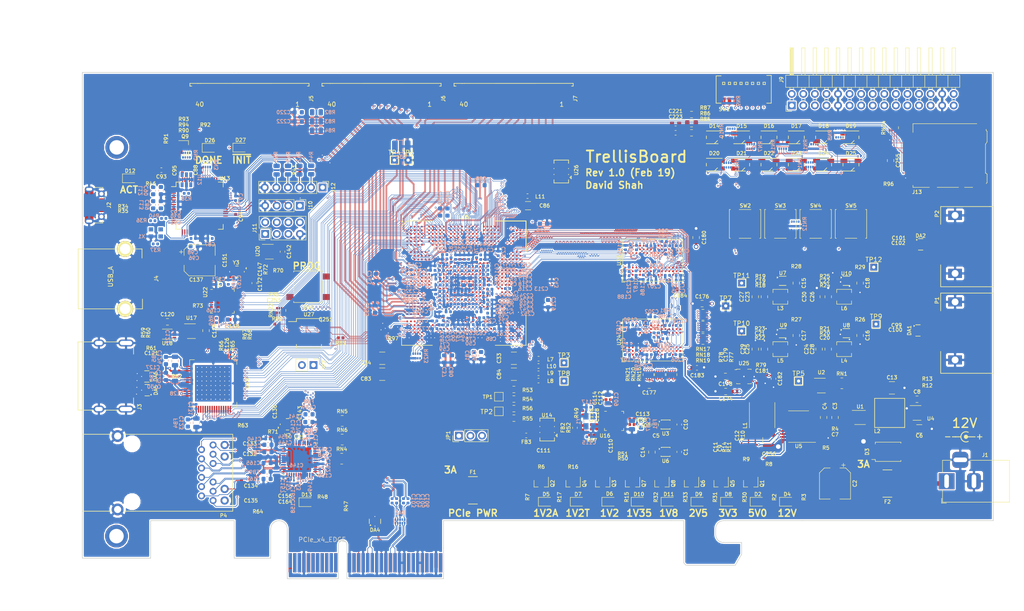
<source format=kicad_pcb>
(kicad_pcb (version 20171130) (host pcbnew 5.0.1)

  (general
    (thickness 1.6)
    (drawings 44)
    (tracks 23619)
    (zones 0)
    (modules 507)
    (nets 718)
  )

  (page A4)
  (layers
    (0 F.Cu signal)
    (1 In1.Cu signal)
    (2 In2.Cu signal)
    (3 In3.Cu signal)
    (4 In4.Cu signal)
    (5 In5.Cu signal)
    (6 In6.Cu signal)
    (31 B.Cu signal)
    (32 B.Adhes user)
    (33 F.Adhes user)
    (34 B.Paste user)
    (35 F.Paste user)
    (36 B.SilkS user)
    (37 F.SilkS user)
    (38 B.Mask user)
    (39 F.Mask user)
    (40 Dwgs.User user)
    (41 Cmts.User user)
    (42 Eco1.User user)
    (43 Eco2.User user)
    (44 Edge.Cuts user)
    (45 Margin user)
    (46 B.CrtYd user)
    (47 F.CrtYd user)
    (48 B.Fab user)
    (49 F.Fab user)
  )

  (setup
    (last_trace_width 0.1)
    (user_trace_width 0.1)
    (user_trace_width 0.15)
    (user_trace_width 0.2)
    (user_trace_width 0.25)
    (user_trace_width 0.35)
    (user_trace_width 0.5)
    (user_trace_width 0.8)
    (user_trace_width 1)
    (trace_clearance 0.0889)
    (zone_clearance 0.254)
    (zone_45_only no)
    (trace_min 0.0889)
    (segment_width 0.2)
    (edge_width 0.15)
    (via_size 0.4)
    (via_drill 0.2)
    (via_min_size 0.4)
    (via_min_drill 0.2)
    (user_via 0.6 0.3)
    (user_via 0.8 0.5)
    (user_via 1 0.6)
    (user_via 1.5 1)
    (user_via 2 1.5)
    (uvia_size 0.3)
    (uvia_drill 0.1)
    (uvias_allowed no)
    (uvia_min_size 0.2)
    (uvia_min_drill 0.1)
    (pcb_text_width 0.3)
    (pcb_text_size 1.5 1.5)
    (mod_edge_width 0.15)
    (mod_text_size 1 1)
    (mod_text_width 0.15)
    (pad_size 1.524 1.524)
    (pad_drill 0.762)
    (pad_to_mask_clearance 0.051)
    (solder_mask_min_width 0.25)
    (aux_axis_origin 0 0)
    (visible_elements FFFDFFFF)
    (pcbplotparams
      (layerselection 0x010fc_ffffffff)
      (usegerberextensions false)
      (usegerberattributes false)
      (usegerberadvancedattributes false)
      (creategerberjobfile false)
      (excludeedgelayer true)
      (linewidth 0.100000)
      (plotframeref false)
      (viasonmask false)
      (mode 1)
      (useauxorigin false)
      (hpglpennumber 1)
      (hpglpenspeed 20)
      (hpglpendiameter 15.000000)
      (psnegative false)
      (psa4output false)
      (plotreference true)
      (plotvalue true)
      (plotinvisibletext false)
      (padsonsilk false)
      (subtractmaskfromsilk false)
      (outputformat 1)
      (mirror false)
      (drillshape 1)
      (scaleselection 1)
      (outputdirectory ""))
  )

  (net 0 "")
  (net 1 "/PCIe + SATA/DCU1_REFCLK-")
  (net 2 "/PCIe + SATA/DCU1_REFCLK+")
  (net 3 DDR3_A4)
  (net 4 DDR3_A6)
  (net 5 DDR3_A5)
  (net 6 DDR3_A7)
  (net 7 /DDR3/DDR3_VTT)
  (net 8 "Net-(RN2-Pad5)")
  (net 9 "Net-(RN2-Pad6)")
  (net 10 "Net-(R38-Pad2)")
  (net 11 "Net-(RN2-Pad7)")
  (net 12 +3V3)
  (net 13 /Power/1V2_EN)
  (net 14 /Power/2V5_EN)
  (net 15 /Power/1V35_EN)
  (net 16 "Net-(RN1-Pad4)")
  (net 17 +5V)
  (net 18 "Net-(RN1-Pad5)")
  (net 19 USD_D0)
  (net 20 USD_D3)
  (net 21 USD_CMD)
  (net 22 USD_D2)
  (net 23 "Net-(RN23-Pad1)")
  (net 24 GND)
  (net 25 "/FPGA IO/CFG0")
  (net 26 "Net-(RN23-Pad8)")
  (net 27 "/FPGA IO/CFG1")
  (net 28 "/FPGA IO/CFG2")
  (net 29 "/FPGA IO/FLASH_D3")
  (net 30 "/FPGA IO/FLASH_D1")
  (net 31 "/FPGA IO/FLASH_D2")
  (net 32 "/FPGA IO/FLASH_D0")
  (net 33 DDR3_WE)
  (net 34 DDR3_CKE)
  (net 35 DDR3_CS)
  (net 36 DDR3_ODT)
  (net 37 DDR3_CAS)
  (net 38 DDR3_BA2)
  (net 39 DDR3_RAS)
  (net 40 DDR3_BA1)
  (net 41 DDR3_A12)
  (net 42 DDR3_A14)
  (net 43 DDR3_A13)
  (net 44 DDR3_BA0)
  (net 45 DDR3_A11)
  (net 46 DDR3_A9)
  (net 47 DDR3_A10)
  (net 48 DDR3_A8)
  (net 49 DDR3_A0)
  (net 50 DDR3_A2)
  (net 51 DDR3_A1)
  (net 52 DDR3_A3)
  (net 53 "/HDMI, GbE, USB/ETH_LED2")
  (net 54 ETH_~RESET)
  (net 55 "/HDMI, GbE, USB/ETH_LED1")
  (net 56 RGMII_REF_CLK)
  (net 57 "Net-(D18-Pad4)")
  (net 58 "Net-(D20-Pad4)")
  (net 59 "Net-(D19-Pad4)")
  (net 60 "Net-(D21-Pad4)")
  (net 61 "Net-(D25-Pad4)")
  (net 62 "Net-(D23-Pad4)")
  (net 63 "Net-(D24-Pad4)")
  (net 64 "Net-(D22-Pad4)")
  (net 65 FTDI_D1_RX)
  (net 66 FTDI_~WR)
  (net 67 FTDI_~RD)
  (net 68 FTDI_~SIWU)
  (net 69 RGMII_RXD0)
  (net 70 RGMII_RXD2)
  (net 71 RGMII_RXD1)
  (net 72 RGMII_RXD3)
  (net 73 RGMII_RX_DV)
  (net 74 ETH_MDIO)
  (net 75 RGMII_RX_CLK)
  (net 76 ETH_INT_N)
  (net 77 "Net-(D17-Pad1)")
  (net 78 "Net-(D16-Pad1)")
  (net 79 "Net-(D14-Pad1)")
  (net 80 "Net-(D15-Pad1)")
  (net 81 DIP_SW1)
  (net 82 DIP_SW0)
  (net 83 DIP_SW2)
  (net 84 DIP_SW3)
  (net 85 DIP_SW7)
  (net 86 DIP_SW6)
  (net 87 DIP_SW4)
  (net 88 DIP_SW5)
  (net 89 "Net-(D14-Pad4)")
  (net 90 "Net-(D16-Pad4)")
  (net 91 "Net-(D15-Pad4)")
  (net 92 "Net-(D17-Pad4)")
  (net 93 "Net-(D21-Pad1)")
  (net 94 "Net-(D20-Pad1)")
  (net 95 "Net-(D18-Pad1)")
  (net 96 "Net-(D19-Pad1)")
  (net 97 BTN1)
  (net 98 BTN0)
  (net 99 BTN2)
  (net 100 BTN3)
  (net 101 "Net-(D25-Pad1)")
  (net 102 "Net-(D24-Pad1)")
  (net 103 "Net-(D22-Pad1)")
  (net 104 "Net-(D23-Pad1)")
  (net 105 "/FPGA IO/VCCIO7")
  (net 106 "Net-(R44-Pad2)")
  (net 107 JTAG_TDO)
  (net 108 JTAG_TDI)
  (net 109 "Net-(R43-Pad2)")
  (net 110 "Net-(R42-Pad2)")
  (net 111 JTAG_TCK)
  (net 112 JTAG_TMS)
  (net 113 "Net-(R45-Pad2)")
  (net 114 "/PCIe + SATA/CLKAUXO+")
  (net 115 "/PCIe + SATA/CLK150M-")
  (net 116 +1V8)
  (net 117 +2V5)
  (net 118 "/PCIe + SATA/CLKAUXO-")
  (net 119 "/FPGA IO/VCCIO6")
  (net 120 "/PCIe + SATA/CLK150M+")
  (net 121 CLK_SDA)
  (net 122 "Net-(R36-Pad2)")
  (net 123 FPGA_12MHz)
  (net 124 "/PCIe + SATA/PCIe_REFCLK+")
  (net 125 "/PCIe + SATA/PCIe_REFCLK-")
  (net 126 PCIe_12V)
  (net 127 "Net-(D13-Pad2)")
  (net 128 ~PERST)
  (net 129 "Net-(P3-PadA11)")
  (net 130 "Net-(D12-Pad2)")
  (net 131 "Net-(R40-Pad1)")
  (net 132 "Net-(R39-Pad1)")
  (net 133 "Net-(R38-Pad1)")
  (net 134 "Net-(R12-Pad2)")
  (net 135 "/PCIe + SATA/3V3_C")
  (net 136 "/PCIe + SATA/3V3_CA")
  (net 137 "Net-(R57-Pad1)")
  (net 138 "Net-(R58-Pad2)")
  (net 139 FABRIC_REFCLK)
  (net 140 "/HDMI, GbE, USB/PORT_SCL")
  (net 141 "/HDMI, GbE, USB/PORT_SDA")
  (net 142 "Net-(C121-Pad1)")
  (net 143 "Net-(R62-Pad1)")
  (net 144 /Power/3V3_PG)
  (net 145 "Net-(D27-Pad2)")
  (net 146 "/FPGA IO/~PROGRAM")
  (net 147 "Net-(R80-Pad1)")
  (net 148 "Net-(R81-Pad1)")
  (net 149 "/FPGA IO/FLASH_~CS")
  (net 150 "/FPGA IO/FLASH_CLK")
  (net 151 "/FPGA IO/DONE")
  (net 152 "Net-(Q9-Pad1)")
  (net 153 "Net-(D26-Pad2)")
  (net 154 "Net-(R79-Pad1)")
  (net 155 "/FPGA IO/~INIT")
  (net 156 "Net-(C9-Pad1)")
  (net 157 "Net-(C11-Pad1)")
  (net 158 "Net-(Q2-Pad3)")
  (net 159 "Net-(D5-Pad1)")
  (net 160 /Power/1V2_PG)
  (net 161 USD_D1)
  (net 162 USD_CLK)
  (net 163 "Net-(R97-Pad1)")
  (net 164 "Net-(Q2-Pad1)")
  (net 165 +1V2A)
  (net 166 "Net-(R5-Pad2)")
  (net 167 "Net-(D2-Pad2)")
  (net 168 "Net-(C7-Pad1)")
  (net 169 "Net-(D4-Pad2)")
  (net 170 +12V)
  (net 171 "Net-(R74-Pad1)")
  (net 172 "/Debug Interface/PORT_D-")
  (net 173 "/Debug Interface/FTDI_D-")
  (net 174 "/Debug Interface/FTDI_D+")
  (net 175 "/Debug Interface/PORT_D+")
  (net 176 "Net-(C22-Pad2)")
  (net 177 "Net-(R71-Pad2)")
  (net 178 "/HDMI, GbE, USB/USB_XO")
  (net 179 "/HDMI, GbE, USB/USB_XI")
  (net 180 "Net-(R73-Pad1)")
  (net 181 "/HDMI, GbE, USB/USBA_VBUS")
  (net 182 "/HDMI, GbE, USB/EXTVBUS")
  (net 183 DVI_SCL)
  (net 184 DVI_SDA)
  (net 185 CLK_SCL)
  (net 186 "Net-(R70-Pad1)")
  (net 187 "Net-(C175-Pad2)")
  (net 188 DDR3_CLK+)
  (net 189 "Net-(P4-Pad16)")
  (net 190 "Net-(R66-Pad1)")
  (net 191 "Net-(R65-Pad1)")
  (net 192 "/HDMI, GbE, USB/HDMI_HPD")
  (net 193 DDR3_CLK-)
  (net 194 "Net-(C179-Pad1)")
  (net 195 +1V35)
  (net 196 +1V2)
  (net 197 "Net-(D10-Pad2)")
  (net 198 "Net-(P4-Pad14)")
  (net 199 "Net-(C12-Pad2)")
  (net 200 "Net-(D6-Pad2)")
  (net 201 +1V2T)
  (net 202 "Net-(Q4-Pad1)")
  (net 203 "Net-(Q4-Pad3)")
  (net 204 "Net-(D7-Pad1)")
  (net 205 "Net-(C19-Pad2)")
  (net 206 "Net-(C20-Pad2)")
  (net 207 "Net-(C21-Pad2)")
  (net 208 "/Debug Interface/FTDI_12MHz")
  (net 209 "Net-(D11-Pad2)")
  (net 210 /Power/2V5_PG)
  (net 211 /Power/1V35_PG)
  (net 212 /Power/1V8_PG)
  (net 213 "Net-(D8-Pad2)")
  (net 214 "Net-(D9-Pad2)")
  (net 215 "Net-(C8-Pad2)")
  (net 216 "Net-(C8-Pad1)")
  (net 217 /Power/PWR_EN)
  (net 218 "/HDMI, GbE, USB/HDMI_5V")
  (net 219 "Net-(U17-Pad3)")
  (net 220 "Net-(D9-Pad1)")
  (net 221 "Net-(D11-Pad1)")
  (net 222 "Net-(D26-Pad1)")
  (net 223 "Net-(D2-Pad1)")
  (net 224 "Net-(D6-Pad1)")
  (net 225 "Net-(D10-Pad1)")
  (net 226 "Net-(D8-Pad1)")
  (net 227 "Net-(U1-Pad3)")
  (net 228 DDR3_Vref)
  (net 229 DDR3_Vtt_EN)
  (net 230 "Net-(U5-Pad2)")
  (net 231 "Net-(L1-Pad1)")
  (net 232 "Net-(C11-Pad2)")
  (net 233 "Net-(U13-Pad3)")
  (net 234 "/Debug Interface/Vphy")
  (net 235 "/Debug Interface/Vpll")
  (net 236 "/Debug Interface/JTAG_ACT")
  (net 237 "Net-(U13-Pad22)")
  (net 238 "Net-(U13-Pad23)")
  (net 239 "Net-(U13-Pad24)")
  (net 240 "Net-(U13-Pad26)")
  (net 241 "Net-(U13-Pad27)")
  (net 242 "Net-(U13-Pad28)")
  (net 243 "Net-(U13-Pad29)")
  (net 244 "Net-(U13-Pad30)")
  (net 245 "Net-(U13-Pad32)")
  (net 246 "Net-(U13-Pad33)")
  (net 247 "Net-(U13-Pad34)")
  (net 248 "Net-(U13-Pad36)")
  (net 249 FTDI_D0_TX)
  (net 250 FTDI_D2)
  (net 251 FTDI_D3)
  (net 252 FTDI_D4)
  (net 253 FTDI_D5)
  (net 254 FTDI_D6)
  (net 255 FTDI_D7)
  (net 256 FTDI_~RXF)
  (net 257 "Net-(U13-Pad49)")
  (net 258 "Net-(U13-Pad50)")
  (net 259 FTDI_~TXE)
  (net 260 "Net-(U13-Pad57)")
  (net 261 "Net-(U13-Pad58)")
  (net 262 "Net-(U13-Pad59)")
  (net 263 "Net-(U13-Pad60)")
  (net 264 "/HDMI, GbE, USB/DVI_DVDD")
  (net 265 DVI_DE)
  (net 266 DVI_HSYNC)
  (net 267 DVI_VSYNC)
  (net 268 "Net-(U19-Pad11)")
  (net 269 "/HDMI, GbE, USB/DVI_PVDD")
  (net 270 "/HDMI, GbE, USB/TMDS_CLK-")
  (net 271 "/HDMI, GbE, USB/TMDS_CLK+")
  (net 272 "/HDMI, GbE, USB/DVI_TVDD")
  (net 273 "/HDMI, GbE, USB/TMDS_D0-")
  (net 274 "/HDMI, GbE, USB/TMDS_D0+")
  (net 275 "/HDMI, GbE, USB/TMDS_D1-")
  (net 276 "/HDMI, GbE, USB/TMDS_D1+")
  (net 277 "/HDMI, GbE, USB/TMDS_D2-")
  (net 278 "/HDMI, GbE, USB/TMDS_D2+")
  (net 279 DVI_D23)
  (net 280 DVI_D22)
  (net 281 DVI_D21)
  (net 282 DVI_D20)
  (net 283 DVI_D19)
  (net 284 DVI_D18)
  (net 285 DVI_D17)
  (net 286 DVI_D16)
  (net 287 DVI_D15)
  (net 288 DVI_D14)
  (net 289 DVI_D13)
  (net 290 DVI_D12)
  (net 291 "Net-(U19-Pad49)")
  (net 292 DVI_D11)
  (net 293 DVI_D10)
  (net 294 DVI_D9)
  (net 295 DVI_D8)
  (net 296 DVI_D7)
  (net 297 DVI_D6)
  (net 298 DVI_CLK)
  (net 299 DVI_D5)
  (net 300 DVI_D4)
  (net 301 DVI_D3)
  (net 302 DVI_D2)
  (net 303 DVI_D1)
  (net 304 DVI_D0)
  (net 305 "/HDMI, GbE, USB/AVDDH")
  (net 306 "/HDMI, GbE, USB/MX4-")
  (net 307 "/HDMI, GbE, USB/MX4+")
  (net 308 "/HDMI, GbE, USB/AVDDL")
  (net 309 "/HDMI, GbE, USB/MX3-")
  (net 310 "/HDMI, GbE, USB/MX3+")
  (net 311 "/HDMI, GbE, USB/MX2-")
  (net 312 "/HDMI, GbE, USB/MX2+")
  (net 313 "/HDMI, GbE, USB/MX1-")
  (net 314 "/HDMI, GbE, USB/MX1+")
  (net 315 "Net-(U21-Pad13)")
  (net 316 RGMII_TXD0)
  (net 317 RGMII_TXD1)
  (net 318 RGMII_TXD2)
  (net 319 RGMII_TXD3)
  (net 320 RGMII_TX_CLK)
  (net 321 RGMII_TX_EN)
  (net 322 ETH_MDC)
  (net 323 "Net-(U21-Pad43)")
  (net 324 "/HDMI, GbE, USB/AVDDL_PLL")
  (net 325 "/HDMI, GbE, USB/ETH_XO")
  (net 326 "/HDMI, GbE, USB/ETH_XI")
  (net 327 "Net-(U21-Pad47)")
  (net 328 "Net-(U22-Pad3)")
  (net 329 "Net-(U22-Pad5)")
  (net 330 "/HDMI, GbE, USB/USBA_D+")
  (net 331 "/HDMI, GbE, USB/USBA_D-")
  (net 332 ULPI_RESET)
  (net 333 ULPI_NXT)
  (net 334 ULPI_DIR)
  (net 335 ULPI_STP)
  (net 336 ULPI_CLKO)
  (net 337 "/HDMI, GbE, USB/USB1V8")
  (net 338 ULPI_D7)
  (net 339 ULPI_D6)
  (net 340 ULPI_D5)
  (net 341 ULPI_D4)
  (net 342 ULPI_D3)
  (net 343 ULPI_D2)
  (net 344 ULPI_D1)
  (net 345 ULPI_D0)
  (net 346 "Net-(C117-Pad1)")
  (net 347 "Net-(C115-Pad2)")
  (net 348 CLK_SD_OE)
  (net 349 "Net-(U16-Pad11)")
  (net 350 "Net-(U16-Pad12)")
  (net 351 "/PCIe + SATA/1V8_C")
  (net 352 "Net-(U16-Pad16)")
  (net 353 "/PCIe + SATA/DCU0_REFCLK-")
  (net 354 "/PCIe + SATA/DCU0_REFCLK+")
  (net 355 "Net-(U16-Pad24)")
  (net 356 DDR3_DQ13)
  (net 357 DDR3_DQ15)
  (net 358 DDR3_DQ12)
  (net 359 DDR3_DQS1-)
  (net 360 DDR3_DQ14)
  (net 361 DDR3_DQ11)
  (net 362 DDR3_DQ9)
  (net 363 DDR3_DQS1+)
  (net 364 DDR3_DQ10)
  (net 365 DDR3_DM1)
  (net 366 DDR3_DQ8)
  (net 367 DDR3_DQ0)
  (net 368 DDR3_DM0)
  (net 369 DDR3_DQ2)
  (net 370 DDR3_DQS0+)
  (net 371 DDR3_DQ1)
  (net 372 DDR3_DQ3)
  (net 373 DDR3_DQ6)
  (net 374 DDR3_DQS0-)
  (net 375 DDR3_DQ4)
  (net 376 DDR3_DQ7)
  (net 377 DDR3_DQ5)
  (net 378 "Net-(U23-PadJ1)")
  (net 379 "Net-(U23-PadJ9)")
  (net 380 "Net-(U23-PadL1)")
  (net 381 "Net-(U23-PadL9)")
  (net 382 "Net-(U23-PadM7)")
  (net 383 DDR3_RESET)
  (net 384 "Net-(U24-PadM7)")
  (net 385 "Net-(U24-PadL9)")
  (net 386 "Net-(U24-PadL1)")
  (net 387 "Net-(U24-PadJ9)")
  (net 388 "Net-(U24-PadJ1)")
  (net 389 DDR3_DQ21)
  (net 390 DDR3_DQ23)
  (net 391 DDR3_DQ20)
  (net 392 DDR3_DQS2-)
  (net 393 DDR3_DQ22)
  (net 394 DDR3_DQ19)
  (net 395 DDR3_DQ17)
  (net 396 DDR3_DQS2+)
  (net 397 DDR3_DQ18)
  (net 398 DDR3_DM2)
  (net 399 DDR3_DQ16)
  (net 400 DDR3_DQ24)
  (net 401 DDR3_DM3)
  (net 402 DDR3_DQ26)
  (net 403 DDR3_DQS3+)
  (net 404 DDR3_DQ25)
  (net 405 DDR3_DQ27)
  (net 406 DDR3_DQ30)
  (net 407 DDR3_DQS3-)
  (net 408 DDR3_DQ28)
  (net 409 DDR3_DQ31)
  (net 410 DDR3_DQ29)
  (net 411 "Net-(X1-Pad1)")
  (net 412 "Net-(L4-Pad1)")
  (net 413 "Net-(L5-Pad1)")
  (net 414 "Net-(L3-Pad1)")
  (net 415 "Net-(L6-Pad1)")
  (net 416 "Net-(C111-Pad1)")
  (net 417 "/FPGA Core Power/VCCHTX1")
  (net 418 "/FPGA Core Power/VCCHTX0")
  (net 419 "/FPGA Core Power/VCCA0")
  (net 420 "/FPGA Core Power/VCCAUX")
  (net 421 "/FPGA Core Power/VCCA1")
  (net 422 "/PCIe + SATA/SATA1_A+")
  (net 423 "/PCIe + SATA/SATA1_A-")
  (net 424 "/PCIe + SATA/DCU1_RX1-")
  (net 425 "/PCIe + SATA/DCU1_RX1+")
  (net 426 "/PCIe + SATA/SATA0_A+")
  (net 427 "/PCIe + SATA/SATA0_A-")
  (net 428 "/PCIe + SATA/DCU1_RX0-")
  (net 429 "/PCIe + SATA/DCU1_RX0+")
  (net 430 "/PCIe + SATA/PCIe_HSI0+")
  (net 431 "/PCIe + SATA/PCIe_HSI0-")
  (net 432 "/PCIe + SATA/PCIe_HSI1+")
  (net 433 "/PCIe + SATA/PCIe_HSI1-")
  (net 434 "/PCIe + SATA/DCU0_RX0+")
  (net 435 "/PCIe + SATA/DCU0_RX0-")
  (net 436 "/PCIe + SATA/DCU0_RX1+")
  (net 437 "/PCIe + SATA/DCU0_RX1-")
  (net 438 "Net-(U6-Pad2)")
  (net 439 "Net-(U6-Pad5)")
  (net 440 "Net-(U3-Pad5)")
  (net 441 "Net-(U3-Pad2)")
  (net 442 "Net-(U10-Pad4)")
  (net 443 "Net-(U9-Pad4)")
  (net 444 "Net-(U8-Pad4)")
  (net 445 "Net-(U7-Pad4)")
  (net 446 "Net-(J5-Pad38)")
  (net 447 "/FPGA IO/EXT0_11-")
  (net 448 "/FPGA IO/EXT0_11+")
  (net 449 "/FPGA IO/EXT0_10-")
  (net 450 "/FPGA IO/EXT0_10+")
  (net 451 "/FPGA IO/EXT0_9-")
  (net 452 "/FPGA IO/EXT0_9+")
  (net 453 "/FPGA IO/EXT0_8-")
  (net 454 "/FPGA IO/EXT0_8+")
  (net 455 "/FPGA IO/EXT0_7-")
  (net 456 "/FPGA IO/EXT0_7+")
  (net 457 "/FPGA IO/EXT0_6-")
  (net 458 "/FPGA IO/EXT0_6+")
  (net 459 "/FPGA IO/EXT0_5-")
  (net 460 "/FPGA IO/EXT0_5+")
  (net 461 "/FPGA IO/EXT0_4-")
  (net 462 "/FPGA IO/EXT0_4+")
  (net 463 "/FPGA IO/EXT0_3-")
  (net 464 "/FPGA IO/EXT0_3+")
  (net 465 "/FPGA IO/EXT0_2-")
  (net 466 "/FPGA IO/EXT0_2+")
  (net 467 "/FPGA IO/EXT0_1-")
  (net 468 "/FPGA IO/EXT0_1+")
  (net 469 "/FPGA IO/EXT0_0-")
  (net 470 "/FPGA IO/EXT0_0+")
  (net 471 "Net-(J6-Pad38)")
  (net 472 "/FPGA IO/EXT1_11-")
  (net 473 "/FPGA IO/EXT1_11+")
  (net 474 "/FPGA IO/EXT1_10-")
  (net 475 "/FPGA IO/EXT1_10+")
  (net 476 "/FPGA IO/EXT1_9-")
  (net 477 "/FPGA IO/EXT1_9+")
  (net 478 "/FPGA IO/EXT1_8-")
  (net 479 "/FPGA IO/EXT1_8+")
  (net 480 "/FPGA IO/EXT1_7-")
  (net 481 "/FPGA IO/EXT1_7+")
  (net 482 "/FPGA IO/EXT1_6-")
  (net 483 "/FPGA IO/EXT1_6+")
  (net 484 "/FPGA IO/EXT1_5-")
  (net 485 "/FPGA IO/EXT1_5+")
  (net 486 "/FPGA IO/EXT1_4-")
  (net 487 "/FPGA IO/EXT1_4+")
  (net 488 "/FPGA IO/EXT1_3-")
  (net 489 "/FPGA IO/EXT1_3+")
  (net 490 "/FPGA IO/EXT1_2-")
  (net 491 "/FPGA IO/EXT1_2+")
  (net 492 "/FPGA IO/EXT1_1-")
  (net 493 "/FPGA IO/EXT1_1+")
  (net 494 "/FPGA IO/EXT1_0-")
  (net 495 "/FPGA IO/EXT1_0+")
  (net 496 "/FPGA IO/EXT2_0+")
  (net 497 "/FPGA IO/EXT2_0-")
  (net 498 "/FPGA IO/EXT2_1+")
  (net 499 "/FPGA IO/EXT2_1-")
  (net 500 "/FPGA IO/EXT2_2+")
  (net 501 "/FPGA IO/EXT2_2-")
  (net 502 "/FPGA IO/EXT2_3+")
  (net 503 "/FPGA IO/EXT2_3-")
  (net 504 "/FPGA IO/EXT2_4+")
  (net 505 "/FPGA IO/EXT2_4-")
  (net 506 "/FPGA IO/EXT2_5+")
  (net 507 "/FPGA IO/EXT2_5-")
  (net 508 "/FPGA IO/EXT2_6+")
  (net 509 "/FPGA IO/EXT2_6-")
  (net 510 "/FPGA IO/EXT2_7+")
  (net 511 "/FPGA IO/EXT2_7-")
  (net 512 "/FPGA IO/EXT2_8+")
  (net 513 "/FPGA IO/EXT2_8-")
  (net 514 "/FPGA IO/EXT2_9+")
  (net 515 "/FPGA IO/EXT2_9-")
  (net 516 "/FPGA IO/EXT2_10+")
  (net 517 "/FPGA IO/EXT2_10-")
  (net 518 "/FPGA IO/EXT2_11+")
  (net 519 "/FPGA IO/EXT2_11-")
  (net 520 "Net-(J7-Pad38)")
  (net 521 "Net-(C132-Pad1)")
  (net 522 "Net-(C135-Pad1)")
  (net 523 "Net-(C133-Pad1)")
  (net 524 "Net-(C134-Pad1)")
  (net 525 "Net-(P3-PadB5)")
  (net 526 "Net-(P3-PadB6)")
  (net 527 "Net-(P3-PadB8)")
  (net 528 "Net-(P3-PadB9)")
  (net 529 "Net-(P3-PadB10)")
  (net 530 PCIe_~WAKE)
  (net 531 "Net-(P3-PadB12)")
  (net 532 "/PCIe + SATA/~PRSNT2~_X1")
  (net 533 "Net-(P3-PadB23)")
  (net 534 "Net-(P3-PadB24)")
  (net 535 "Net-(P3-PadB27)")
  (net 536 "Net-(P3-PadB28)")
  (net 537 "Net-(P3-PadB30)")
  (net 538 "/PCIe + SATA/~PRSNT2~_X4")
  (net 539 "/PCIe + SATA/~PRSNT1")
  (net 540 "Net-(P3-PadA5)")
  (net 541 "Net-(P3-PadA6)")
  (net 542 "Net-(P3-PadA7)")
  (net 543 "Net-(P3-PadA8)")
  (net 544 "Net-(P3-PadA9)")
  (net 545 "Net-(P3-PadA10)")
  (net 546 "Net-(P3-PadA19)")
  (net 547 "Net-(P3-PadA25)")
  (net 548 "Net-(P3-PadA26)")
  (net 549 "Net-(P3-PadA29)")
  (net 550 "Net-(P3-PadA30)")
  (net 551 "Net-(P3-PadA32)")
  (net 552 "Net-(U14-Pad2)")
  (net 553 "Net-(U14-Pad1)")
  (net 554 "Net-(U26-Pad1)")
  (net 555 "Net-(U26-Pad2)")
  (net 556 "/FPGA IO/CLK100+")
  (net 557 "/FPGA IO/CLK100-")
  (net 558 "Net-(J3-Pad14)")
  (net 559 "Net-(J3-Pad13)")
  (net 560 LED2)
  (net 561 LED11)
  (net 562 LED10)
  (net 563 LED0)
  (net 564 LED1)
  (net 565 LED3)
  (net 566 LED4)
  (net 567 LED5)
  (net 568 LED6)
  (net 569 LED7)
  (net 570 LED8)
  (net 571 LED9)
  (net 572 "Net-(F2-Pad2)")
  (net 573 "Net-(U15-PadR1)")
  (net 574 "Net-(U15-PadA2)")
  (net 575 "Net-(U15-PadT2)")
  (net 576 "Net-(U15-PadAB2)")
  (net 577 "Net-(U15-PadAC2)")
  (net 578 "Net-(U15-PadAE2)")
  (net 579 "Net-(U15-PadAG2)")
  (net 580 "Net-(U15-PadA3)")
  (net 581 "Net-(U15-PadV3)")
  (net 582 "Net-(U15-PadW3)")
  (net 583 "Net-(U15-PadY3)")
  (net 584 "Net-(U15-PadAC3)")
  (net 585 "Net-(U15-PadAG3)")
  (net 586 "Net-(U15-PadAL3)")
  (net 587 "Net-(U15-PadB4)")
  (net 588 "Net-(U15-PadH4)")
  (net 589 "Net-(U15-PadAC4)")
  (net 590 "Net-(U15-PadA5)")
  (net 591 "Net-(U15-PadL5)")
  (net 592 "Net-(U15-PadW6)")
  (net 593 "Net-(U15-PadD7)")
  (net 594 "Net-(U15-PadE7)")
  (net 595 "Net-(U15-PadAE7)")
  (net 596 "Net-(U15-PadG9)")
  (net 597 "/PCIe + SATA/DCU0_TX0+")
  (net 598 "Net-(U15-PadG10)")
  (net 599 "/PCIe + SATA/DCU0_TX0-")
  (net 600 "Net-(U15-PadG11)")
  (net 601 "/PCIe + SATA/DCU0_TX1+")
  (net 602 "/PCIe + SATA/DCU0_TX1-")
  (net 603 "/FPGA IO/PMOD1_10")
  (net 604 "/FPGA IO/PMOD1_9")
  (net 605 "Net-(U15-PadG14)")
  (net 606 "Net-(U15-PadG15)")
  (net 607 "Net-(U15-PadAK15)")
  (net 608 "Net-(U15-PadG16)")
  (net 609 "Net-(U15-PadAK16)")
  (net 610 "Net-(U15-PadG17)")
  (net 611 "Net-(U15-PadG18)")
  (net 612 "/PCIe + SATA/DCU1_TX0+")
  (net 613 "Net-(U15-PadG19)")
  (net 614 "/PCIe + SATA/DCU1_TX0-")
  (net 615 "/FPGA IO/PMOD1_8")
  (net 616 "/FPGA IO/PMOD1_7")
  (net 617 "/PCIe + SATA/DCU1_TX1+")
  (net 618 "/PCIe + SATA/DCU1_TX1-")
  (net 619 "/FPGA IO/EXIO_5")
  (net 620 "/FPGA IO/EXIO_4")
  (net 621 "/FPGA IO/EXIO_3")
  (net 622 "Net-(U15-PadG22)")
  (net 623 "/FPGA IO/PMOD1_3")
  (net 624 "/FPGA IO/PMOD1_2")
  (net 625 "/FPGA IO/PMOD1_0")
  (net 626 "/FPGA IO/PMOD1_1")
  (net 627 "/FPGA IO/EXIO_2")
  (net 628 "Net-(U15-PadG23)")
  (net 629 "/FPGA IO/EXIO_1")
  (net 630 "/FPGA IO/PMOD0_10")
  (net 631 "/FPGA IO/EXIO_0")
  (net 632 "/FPGA IO/PMOD0_9")
  (net 633 "Net-(U15-PadG24)")
  (net 634 "Net-(U15-PadAG24)")
  (net 635 "Net-(U15-PadAK24)")
  (net 636 "/FPGA IO/PMOD0_8")
  (net 637 "/FPGA IO/PMOD0_3")
  (net 638 "/FPGA IO/PMOD0_7")
  (net 639 "/FPGA IO/PMOD0_2")
  (net 640 "/FPGA IO/PMOD0_1")
  (net 641 "Net-(U15-PadAK25)")
  (net 642 "/FPGA IO/PMOD0_0")
  (net 643 "Net-(U15-PadB26)")
  (net 644 "Net-(U15-PadE26)")
  (net 645 "Net-(U15-PadAE26)")
  (net 646 "Net-(U15-PadH27)")
  (net 647 "Net-(U15-PadJ27)")
  (net 648 "Net-(U15-PadW27)")
  (net 649 "Net-(U15-PadC28)")
  (net 650 "Net-(U15-PadD28)")
  (net 651 "Net-(U15-PadH28)")
  (net 652 "Net-(U15-PadL28)")
  (net 653 "Net-(U15-PadP28)")
  (net 654 "Net-(U15-PadAC28)")
  (net 655 "Net-(U15-PadAE28)")
  (net 656 "Net-(U15-PadC29)")
  (net 657 "Net-(U15-PadH29)")
  (net 658 "Net-(U15-PadP29)")
  (net 659 "Net-(U15-PadAB29)")
  (net 660 "Net-(U15-PadAC29)")
  (net 661 "Net-(U15-PadAE29)")
  (net 662 "Net-(U15-PadAJ29)")
  (net 663 "Net-(U15-PadC30)")
  (net 664 "Net-(U15-PadP30)")
  (net 665 "Net-(U15-PadR30)")
  (net 666 "Net-(U15-PadV30)")
  (net 667 "Net-(U15-PadAB30)")
  (net 668 "Net-(U15-PadAE30)")
  (net 669 "Net-(U15-PadAJ30)")
  (net 670 "Net-(U15-PadA31)")
  (net 671 "Net-(U15-PadAG31)")
  (net 672 "Net-(U15-PadAK31)")
  (net 673 "Net-(U15-PadAG32)")
  (net 674 "Net-(J2-Pad1)")
  (net 675 "Net-(J2-Pad4)")
  (net 676 "Net-(U15-PadT30)")
  (net 677 "Net-(U15-PadAE27)")
  (net 678 "Net-(U15-PadAD27)")
  (net 679 "Net-(U15-PadF30)")
  (net 680 "Net-(U15-PadN27)")
  (net 681 "Net-(U15-PadU27)")
  (net 682 "Net-(U15-PadU29)")
  (net 683 "Net-(U15-PadW30)")
  (net 684 "Net-(U15-PadY30)")
  (net 685 "Net-(U15-PadY29)")
  (net 686 "Net-(U15-PadW1)")
  (net 687 "Net-(U15-PadV1)")
  (net 688 "Net-(U15-PadY7)")
  (net 689 "Net-(U15-PadY6)")
  (net 690 "Net-(U15-PadAC5)")
  (net 691 "Net-(U15-PadAD4)")
  (net 692 "Net-(U15-PadY4)")
  (net 693 "Net-(U15-PadW4)")
  (net 694 "Net-(U15-PadP7)")
  (net 695 "Net-(U15-PadN7)")
  (net 696 "Net-(U15-PadL7)")
  (net 697 "Net-(U15-PadP6)")
  (net 698 "Net-(U15-PadN6)")
  (net 699 "Net-(U15-PadL6)")
  (net 700 "Net-(U15-PadK5)")
  (net 701 "Net-(U15-PadN4)")
  (net 702 "Net-(U15-PadL4)")
  (net 703 "Net-(U15-PadK4)")
  (net 704 "Net-(U15-PadJ4)")
  (net 705 "Net-(U15-PadN3)")
  (net 706 "Net-(U15-PadL3)")
  (net 707 "Net-(U15-PadL2)")
  (net 708 "Net-(U15-PadK2)")
  (net 709 "Net-(U15-PadL1)")
  (net 710 "Net-(U15-PadK1)")
  (net 711 "Net-(U15-PadJ1)")
  (net 712 "Net-(U15-PadD1)")
  (net 713 "Net-(U15-PadC1)")
  (net 714 "Net-(U15-PadF2)")
  (net 715 "Net-(U15-PadE1)")
  (net 716 "Net-(U15-PadE4)")
  (net 717 "Net-(U15-PadD4)")

  (net_class Default "This is the default net class."
    (clearance 0.0889)
    (trace_width 0.0889)
    (via_dia 0.4)
    (via_drill 0.2)
    (uvia_dia 0.3)
    (uvia_drill 0.1)
    (diff_pair_gap 0.11)
    (diff_pair_width 0.11)
    (add_net +12V)
    (add_net +1V2)
    (add_net +1V2A)
    (add_net +1V2T)
    (add_net +1V35)
    (add_net +1V8)
    (add_net +2V5)
    (add_net +3V3)
    (add_net +5V)
    (add_net /DDR3/DDR3_VTT)
    (add_net "/Debug Interface/FTDI_12MHz")
    (add_net "/Debug Interface/FTDI_D+")
    (add_net "/Debug Interface/FTDI_D-")
    (add_net "/Debug Interface/JTAG_ACT")
    (add_net "/Debug Interface/PORT_D+")
    (add_net "/Debug Interface/PORT_D-")
    (add_net "/Debug Interface/Vphy")
    (add_net "/Debug Interface/Vpll")
    (add_net "/FPGA Core Power/VCCA0")
    (add_net "/FPGA Core Power/VCCA1")
    (add_net "/FPGA Core Power/VCCAUX")
    (add_net "/FPGA Core Power/VCCHTX0")
    (add_net "/FPGA Core Power/VCCHTX1")
    (add_net "/FPGA IO/CFG0")
    (add_net "/FPGA IO/CFG1")
    (add_net "/FPGA IO/CFG2")
    (add_net "/FPGA IO/CLK100+")
    (add_net "/FPGA IO/CLK100-")
    (add_net "/FPGA IO/DONE")
    (add_net "/FPGA IO/EXIO_0")
    (add_net "/FPGA IO/EXIO_1")
    (add_net "/FPGA IO/EXIO_2")
    (add_net "/FPGA IO/EXIO_3")
    (add_net "/FPGA IO/EXIO_4")
    (add_net "/FPGA IO/EXIO_5")
    (add_net "/FPGA IO/EXT0_0+")
    (add_net "/FPGA IO/EXT0_0-")
    (add_net "/FPGA IO/EXT0_1+")
    (add_net "/FPGA IO/EXT0_1-")
    (add_net "/FPGA IO/EXT0_10+")
    (add_net "/FPGA IO/EXT0_10-")
    (add_net "/FPGA IO/EXT0_11+")
    (add_net "/FPGA IO/EXT0_11-")
    (add_net "/FPGA IO/EXT0_2+")
    (add_net "/FPGA IO/EXT0_2-")
    (add_net "/FPGA IO/EXT0_3+")
    (add_net "/FPGA IO/EXT0_3-")
    (add_net "/FPGA IO/EXT0_4+")
    (add_net "/FPGA IO/EXT0_4-")
    (add_net "/FPGA IO/EXT0_5+")
    (add_net "/FPGA IO/EXT0_5-")
    (add_net "/FPGA IO/EXT0_6+")
    (add_net "/FPGA IO/EXT0_6-")
    (add_net "/FPGA IO/EXT0_7+")
    (add_net "/FPGA IO/EXT0_7-")
    (add_net "/FPGA IO/EXT0_8+")
    (add_net "/FPGA IO/EXT0_8-")
    (add_net "/FPGA IO/EXT0_9+")
    (add_net "/FPGA IO/EXT0_9-")
    (add_net "/FPGA IO/EXT1_0+")
    (add_net "/FPGA IO/EXT1_0-")
    (add_net "/FPGA IO/EXT1_1+")
    (add_net "/FPGA IO/EXT1_1-")
    (add_net "/FPGA IO/EXT1_10+")
    (add_net "/FPGA IO/EXT1_10-")
    (add_net "/FPGA IO/EXT1_11+")
    (add_net "/FPGA IO/EXT1_11-")
    (add_net "/FPGA IO/EXT1_2+")
    (add_net "/FPGA IO/EXT1_2-")
    (add_net "/FPGA IO/EXT1_3+")
    (add_net "/FPGA IO/EXT1_3-")
    (add_net "/FPGA IO/EXT1_4+")
    (add_net "/FPGA IO/EXT1_4-")
    (add_net "/FPGA IO/EXT1_5+")
    (add_net "/FPGA IO/EXT1_5-")
    (add_net "/FPGA IO/EXT1_6+")
    (add_net "/FPGA IO/EXT1_6-")
    (add_net "/FPGA IO/EXT1_7+")
    (add_net "/FPGA IO/EXT1_7-")
    (add_net "/FPGA IO/EXT1_8+")
    (add_net "/FPGA IO/EXT1_8-")
    (add_net "/FPGA IO/EXT1_9+")
    (add_net "/FPGA IO/EXT1_9-")
    (add_net "/FPGA IO/EXT2_0+")
    (add_net "/FPGA IO/EXT2_0-")
    (add_net "/FPGA IO/EXT2_1+")
    (add_net "/FPGA IO/EXT2_1-")
    (add_net "/FPGA IO/EXT2_10+")
    (add_net "/FPGA IO/EXT2_10-")
    (add_net "/FPGA IO/EXT2_11+")
    (add_net "/FPGA IO/EXT2_11-")
    (add_net "/FPGA IO/EXT2_2+")
    (add_net "/FPGA IO/EXT2_2-")
    (add_net "/FPGA IO/EXT2_3+")
    (add_net "/FPGA IO/EXT2_3-")
    (add_net "/FPGA IO/EXT2_4+")
    (add_net "/FPGA IO/EXT2_4-")
    (add_net "/FPGA IO/EXT2_5+")
    (add_net "/FPGA IO/EXT2_5-")
    (add_net "/FPGA IO/EXT2_6+")
    (add_net "/FPGA IO/EXT2_6-")
    (add_net "/FPGA IO/EXT2_7+")
    (add_net "/FPGA IO/EXT2_7-")
    (add_net "/FPGA IO/EXT2_8+")
    (add_net "/FPGA IO/EXT2_8-")
    (add_net "/FPGA IO/EXT2_9+")
    (add_net "/FPGA IO/EXT2_9-")
    (add_net "/FPGA IO/FLASH_CLK")
    (add_net "/FPGA IO/FLASH_D0")
    (add_net "/FPGA IO/FLASH_D1")
    (add_net "/FPGA IO/FLASH_D2")
    (add_net "/FPGA IO/FLASH_D3")
    (add_net "/FPGA IO/FLASH_~CS")
    (add_net "/FPGA IO/PMOD0_0")
    (add_net "/FPGA IO/PMOD0_1")
    (add_net "/FPGA IO/PMOD0_10")
    (add_net "/FPGA IO/PMOD0_2")
    (add_net "/FPGA IO/PMOD0_3")
    (add_net "/FPGA IO/PMOD0_7")
    (add_net "/FPGA IO/PMOD0_8")
    (add_net "/FPGA IO/PMOD0_9")
    (add_net "/FPGA IO/PMOD1_0")
    (add_net "/FPGA IO/PMOD1_1")
    (add_net "/FPGA IO/PMOD1_10")
    (add_net "/FPGA IO/PMOD1_2")
    (add_net "/FPGA IO/PMOD1_3")
    (add_net "/FPGA IO/PMOD1_7")
    (add_net "/FPGA IO/PMOD1_8")
    (add_net "/FPGA IO/PMOD1_9")
    (add_net "/FPGA IO/VCCIO6")
    (add_net "/FPGA IO/VCCIO7")
    (add_net "/FPGA IO/~INIT")
    (add_net "/FPGA IO/~PROGRAM")
    (add_net "/HDMI, GbE, USB/AVDDH")
    (add_net "/HDMI, GbE, USB/AVDDL")
    (add_net "/HDMI, GbE, USB/AVDDL_PLL")
    (add_net "/HDMI, GbE, USB/DVI_DVDD")
    (add_net "/HDMI, GbE, USB/DVI_PVDD")
    (add_net "/HDMI, GbE, USB/DVI_TVDD")
    (add_net "/HDMI, GbE, USB/ETH_LED1")
    (add_net "/HDMI, GbE, USB/ETH_LED2")
    (add_net "/HDMI, GbE, USB/ETH_XI")
    (add_net "/HDMI, GbE, USB/ETH_XO")
    (add_net "/HDMI, GbE, USB/EXTVBUS")
    (add_net "/HDMI, GbE, USB/HDMI_5V")
    (add_net "/HDMI, GbE, USB/HDMI_HPD")
    (add_net "/HDMI, GbE, USB/MX1+")
    (add_net "/HDMI, GbE, USB/MX1-")
    (add_net "/HDMI, GbE, USB/MX2+")
    (add_net "/HDMI, GbE, USB/MX2-")
    (add_net "/HDMI, GbE, USB/MX3+")
    (add_net "/HDMI, GbE, USB/MX3-")
    (add_net "/HDMI, GbE, USB/MX4+")
    (add_net "/HDMI, GbE, USB/MX4-")
    (add_net "/HDMI, GbE, USB/PORT_SCL")
    (add_net "/HDMI, GbE, USB/PORT_SDA")
    (add_net "/HDMI, GbE, USB/TMDS_CLK+")
    (add_net "/HDMI, GbE, USB/TMDS_CLK-")
    (add_net "/HDMI, GbE, USB/TMDS_D0+")
    (add_net "/HDMI, GbE, USB/TMDS_D0-")
    (add_net "/HDMI, GbE, USB/TMDS_D1+")
    (add_net "/HDMI, GbE, USB/TMDS_D1-")
    (add_net "/HDMI, GbE, USB/TMDS_D2+")
    (add_net "/HDMI, GbE, USB/TMDS_D2-")
    (add_net "/HDMI, GbE, USB/USB1V8")
    (add_net "/HDMI, GbE, USB/USBA_D+")
    (add_net "/HDMI, GbE, USB/USBA_D-")
    (add_net "/HDMI, GbE, USB/USBA_VBUS")
    (add_net "/HDMI, GbE, USB/USB_XI")
    (add_net "/HDMI, GbE, USB/USB_XO")
    (add_net "/PCIe + SATA/1V8_C")
    (add_net "/PCIe + SATA/3V3_C")
    (add_net "/PCIe + SATA/3V3_CA")
    (add_net "/PCIe + SATA/CLK150M+")
    (add_net "/PCIe + SATA/CLK150M-")
    (add_net "/PCIe + SATA/CLKAUXO+")
    (add_net "/PCIe + SATA/CLKAUXO-")
    (add_net "/PCIe + SATA/DCU0_REFCLK+")
    (add_net "/PCIe + SATA/DCU0_REFCLK-")
    (add_net "/PCIe + SATA/DCU0_RX0+")
    (add_net "/PCIe + SATA/DCU0_RX0-")
    (add_net "/PCIe + SATA/DCU0_RX1+")
    (add_net "/PCIe + SATA/DCU0_RX1-")
    (add_net "/PCIe + SATA/DCU0_TX0+")
    (add_net "/PCIe + SATA/DCU0_TX0-")
    (add_net "/PCIe + SATA/DCU0_TX1+")
    (add_net "/PCIe + SATA/DCU0_TX1-")
    (add_net "/PCIe + SATA/DCU1_REFCLK+")
    (add_net "/PCIe + SATA/DCU1_REFCLK-")
    (add_net "/PCIe + SATA/DCU1_RX0+")
    (add_net "/PCIe + SATA/DCU1_RX0-")
    (add_net "/PCIe + SATA/DCU1_RX1+")
    (add_net "/PCIe + SATA/DCU1_RX1-")
    (add_net "/PCIe + SATA/DCU1_TX0+")
    (add_net "/PCIe + SATA/DCU1_TX0-")
    (add_net "/PCIe + SATA/DCU1_TX1+")
    (add_net "/PCIe + SATA/DCU1_TX1-")
    (add_net "/PCIe + SATA/PCIe_HSI0+")
    (add_net "/PCIe + SATA/PCIe_HSI0-")
    (add_net "/PCIe + SATA/PCIe_HSI1+")
    (add_net "/PCIe + SATA/PCIe_HSI1-")
    (add_net "/PCIe + SATA/PCIe_REFCLK+")
    (add_net "/PCIe + SATA/PCIe_REFCLK-")
    (add_net "/PCIe + SATA/SATA0_A+")
    (add_net "/PCIe + SATA/SATA0_A-")
    (add_net "/PCIe + SATA/SATA1_A+")
    (add_net "/PCIe + SATA/SATA1_A-")
    (add_net "/PCIe + SATA/~PRSNT1")
    (add_net "/PCIe + SATA/~PRSNT2~_X1")
    (add_net "/PCIe + SATA/~PRSNT2~_X4")
    (add_net /Power/1V2_EN)
    (add_net /Power/1V2_PG)
    (add_net /Power/1V35_EN)
    (add_net /Power/1V35_PG)
    (add_net /Power/1V8_PG)
    (add_net /Power/2V5_EN)
    (add_net /Power/2V5_PG)
    (add_net /Power/3V3_PG)
    (add_net /Power/PWR_EN)
    (add_net BTN0)
    (add_net BTN1)
    (add_net BTN2)
    (add_net BTN3)
    (add_net CLK_SCL)
    (add_net CLK_SDA)
    (add_net CLK_SD_OE)
    (add_net DDR3_A0)
    (add_net DDR3_A1)
    (add_net DDR3_A10)
    (add_net DDR3_A11)
    (add_net DDR3_A12)
    (add_net DDR3_A13)
    (add_net DDR3_A14)
    (add_net DDR3_A2)
    (add_net DDR3_A3)
    (add_net DDR3_A4)
    (add_net DDR3_A5)
    (add_net DDR3_A6)
    (add_net DDR3_A7)
    (add_net DDR3_A8)
    (add_net DDR3_A9)
    (add_net DDR3_BA0)
    (add_net DDR3_BA1)
    (add_net DDR3_BA2)
    (add_net DDR3_CAS)
    (add_net DDR3_CKE)
    (add_net DDR3_CLK+)
    (add_net DDR3_CLK-)
    (add_net DDR3_CS)
    (add_net DDR3_DM0)
    (add_net DDR3_DM1)
    (add_net DDR3_DM2)
    (add_net DDR3_DM3)
    (add_net DDR3_DQ0)
    (add_net DDR3_DQ1)
    (add_net DDR3_DQ10)
    (add_net DDR3_DQ11)
    (add_net DDR3_DQ12)
    (add_net DDR3_DQ13)
    (add_net DDR3_DQ14)
    (add_net DDR3_DQ15)
    (add_net DDR3_DQ16)
    (add_net DDR3_DQ17)
    (add_net DDR3_DQ18)
    (add_net DDR3_DQ19)
    (add_net DDR3_DQ2)
    (add_net DDR3_DQ20)
    (add_net DDR3_DQ21)
    (add_net DDR3_DQ22)
    (add_net DDR3_DQ23)
    (add_net DDR3_DQ24)
    (add_net DDR3_DQ25)
    (add_net DDR3_DQ26)
    (add_net DDR3_DQ27)
    (add_net DDR3_DQ28)
    (add_net DDR3_DQ29)
    (add_net DDR3_DQ3)
    (add_net DDR3_DQ30)
    (add_net DDR3_DQ31)
    (add_net DDR3_DQ4)
    (add_net DDR3_DQ5)
    (add_net DDR3_DQ6)
    (add_net DDR3_DQ7)
    (add_net DDR3_DQ8)
    (add_net DDR3_DQ9)
    (add_net DDR3_DQS0+)
    (add_net DDR3_DQS0-)
    (add_net DDR3_DQS1+)
    (add_net DDR3_DQS1-)
    (add_net DDR3_DQS2+)
    (add_net DDR3_DQS2-)
    (add_net DDR3_DQS3+)
    (add_net DDR3_DQS3-)
    (add_net DDR3_ODT)
    (add_net DDR3_RAS)
    (add_net DDR3_RESET)
    (add_net DDR3_Vref)
    (add_net DDR3_Vtt_EN)
    (add_net DDR3_WE)
    (add_net DIP_SW0)
    (add_net DIP_SW1)
    (add_net DIP_SW2)
    (add_net DIP_SW3)
    (add_net DIP_SW4)
    (add_net DIP_SW5)
    (add_net DIP_SW6)
    (add_net DIP_SW7)
    (add_net DVI_CLK)
    (add_net DVI_D0)
    (add_net DVI_D1)
    (add_net DVI_D10)
    (add_net DVI_D11)
    (add_net DVI_D12)
    (add_net DVI_D13)
    (add_net DVI_D14)
    (add_net DVI_D15)
    (add_net DVI_D16)
    (add_net DVI_D17)
    (add_net DVI_D18)
    (add_net DVI_D19)
    (add_net DVI_D2)
    (add_net DVI_D20)
    (add_net DVI_D21)
    (add_net DVI_D22)
    (add_net DVI_D23)
    (add_net DVI_D3)
    (add_net DVI_D4)
    (add_net DVI_D5)
    (add_net DVI_D6)
    (add_net DVI_D7)
    (add_net DVI_D8)
    (add_net DVI_D9)
    (add_net DVI_DE)
    (add_net DVI_HSYNC)
    (add_net DVI_SCL)
    (add_net DVI_SDA)
    (add_net DVI_VSYNC)
    (add_net ETH_INT_N)
    (add_net ETH_MDC)
    (add_net ETH_MDIO)
    (add_net ETH_~RESET)
    (add_net FABRIC_REFCLK)
    (add_net FPGA_12MHz)
    (add_net FTDI_D0_TX)
    (add_net FTDI_D1_RX)
    (add_net FTDI_D2)
    (add_net FTDI_D3)
    (add_net FTDI_D4)
    (add_net FTDI_D5)
    (add_net FTDI_D6)
    (add_net FTDI_D7)
    (add_net FTDI_~RD)
    (add_net FTDI_~RXF)
    (add_net FTDI_~SIWU)
    (add_net FTDI_~TXE)
    (add_net FTDI_~WR)
    (add_net GND)
    (add_net JTAG_TCK)
    (add_net JTAG_TDI)
    (add_net JTAG_TDO)
    (add_net JTAG_TMS)
    (add_net LED0)
    (add_net LED1)
    (add_net LED10)
    (add_net LED11)
    (add_net LED2)
    (add_net LED3)
    (add_net LED4)
    (add_net LED5)
    (add_net LED6)
    (add_net LED7)
    (add_net LED8)
    (add_net LED9)
    (add_net "Net-(C11-Pad1)")
    (add_net "Net-(C11-Pad2)")
    (add_net "Net-(C111-Pad1)")
    (add_net "Net-(C115-Pad2)")
    (add_net "Net-(C117-Pad1)")
    (add_net "Net-(C12-Pad2)")
    (add_net "Net-(C121-Pad1)")
    (add_net "Net-(C132-Pad1)")
    (add_net "Net-(C133-Pad1)")
    (add_net "Net-(C134-Pad1)")
    (add_net "Net-(C135-Pad1)")
    (add_net "Net-(C175-Pad2)")
    (add_net "Net-(C179-Pad1)")
    (add_net "Net-(C19-Pad2)")
    (add_net "Net-(C20-Pad2)")
    (add_net "Net-(C21-Pad2)")
    (add_net "Net-(C22-Pad2)")
    (add_net "Net-(C7-Pad1)")
    (add_net "Net-(C8-Pad1)")
    (add_net "Net-(C8-Pad2)")
    (add_net "Net-(C9-Pad1)")
    (add_net "Net-(D10-Pad1)")
    (add_net "Net-(D10-Pad2)")
    (add_net "Net-(D11-Pad1)")
    (add_net "Net-(D11-Pad2)")
    (add_net "Net-(D12-Pad2)")
    (add_net "Net-(D13-Pad2)")
    (add_net "Net-(D14-Pad1)")
    (add_net "Net-(D14-Pad4)")
    (add_net "Net-(D15-Pad1)")
    (add_net "Net-(D15-Pad4)")
    (add_net "Net-(D16-Pad1)")
    (add_net "Net-(D16-Pad4)")
    (add_net "Net-(D17-Pad1)")
    (add_net "Net-(D17-Pad4)")
    (add_net "Net-(D18-Pad1)")
    (add_net "Net-(D18-Pad4)")
    (add_net "Net-(D19-Pad1)")
    (add_net "Net-(D19-Pad4)")
    (add_net "Net-(D2-Pad1)")
    (add_net "Net-(D2-Pad2)")
    (add_net "Net-(D20-Pad1)")
    (add_net "Net-(D20-Pad4)")
    (add_net "Net-(D21-Pad1)")
    (add_net "Net-(D21-Pad4)")
    (add_net "Net-(D22-Pad1)")
    (add_net "Net-(D22-Pad4)")
    (add_net "Net-(D23-Pad1)")
    (add_net "Net-(D23-Pad4)")
    (add_net "Net-(D24-Pad1)")
    (add_net "Net-(D24-Pad4)")
    (add_net "Net-(D25-Pad1)")
    (add_net "Net-(D25-Pad4)")
    (add_net "Net-(D26-Pad1)")
    (add_net "Net-(D26-Pad2)")
    (add_net "Net-(D27-Pad2)")
    (add_net "Net-(D4-Pad2)")
    (add_net "Net-(D5-Pad1)")
    (add_net "Net-(D6-Pad1)")
    (add_net "Net-(D6-Pad2)")
    (add_net "Net-(D7-Pad1)")
    (add_net "Net-(D8-Pad1)")
    (add_net "Net-(D8-Pad2)")
    (add_net "Net-(D9-Pad1)")
    (add_net "Net-(D9-Pad2)")
    (add_net "Net-(F2-Pad2)")
    (add_net "Net-(J2-Pad1)")
    (add_net "Net-(J2-Pad4)")
    (add_net "Net-(J3-Pad13)")
    (add_net "Net-(J3-Pad14)")
    (add_net "Net-(J5-Pad38)")
    (add_net "Net-(J6-Pad38)")
    (add_net "Net-(J7-Pad38)")
    (add_net "Net-(L1-Pad1)")
    (add_net "Net-(L3-Pad1)")
    (add_net "Net-(L4-Pad1)")
    (add_net "Net-(L5-Pad1)")
    (add_net "Net-(L6-Pad1)")
    (add_net "Net-(P3-PadA10)")
    (add_net "Net-(P3-PadA11)")
    (add_net "Net-(P3-PadA19)")
    (add_net "Net-(P3-PadA25)")
    (add_net "Net-(P3-PadA26)")
    (add_net "Net-(P3-PadA29)")
    (add_net "Net-(P3-PadA30)")
    (add_net "Net-(P3-PadA32)")
    (add_net "Net-(P3-PadA5)")
    (add_net "Net-(P3-PadA6)")
    (add_net "Net-(P3-PadA7)")
    (add_net "Net-(P3-PadA8)")
    (add_net "Net-(P3-PadA9)")
    (add_net "Net-(P3-PadB10)")
    (add_net "Net-(P3-PadB12)")
    (add_net "Net-(P3-PadB23)")
    (add_net "Net-(P3-PadB24)")
    (add_net "Net-(P3-PadB27)")
    (add_net "Net-(P3-PadB28)")
    (add_net "Net-(P3-PadB30)")
    (add_net "Net-(P3-PadB5)")
    (add_net "Net-(P3-PadB6)")
    (add_net "Net-(P3-PadB8)")
    (add_net "Net-(P3-PadB9)")
    (add_net "Net-(P4-Pad14)")
    (add_net "Net-(P4-Pad16)")
    (add_net "Net-(Q2-Pad1)")
    (add_net "Net-(Q2-Pad3)")
    (add_net "Net-(Q4-Pad1)")
    (add_net "Net-(Q4-Pad3)")
    (add_net "Net-(Q9-Pad1)")
    (add_net "Net-(R12-Pad2)")
    (add_net "Net-(R36-Pad2)")
    (add_net "Net-(R38-Pad1)")
    (add_net "Net-(R38-Pad2)")
    (add_net "Net-(R39-Pad1)")
    (add_net "Net-(R40-Pad1)")
    (add_net "Net-(R42-Pad2)")
    (add_net "Net-(R43-Pad2)")
    (add_net "Net-(R44-Pad2)")
    (add_net "Net-(R45-Pad2)")
    (add_net "Net-(R5-Pad2)")
    (add_net "Net-(R57-Pad1)")
    (add_net "Net-(R58-Pad2)")
    (add_net "Net-(R62-Pad1)")
    (add_net "Net-(R65-Pad1)")
    (add_net "Net-(R66-Pad1)")
    (add_net "Net-(R70-Pad1)")
    (add_net "Net-(R71-Pad2)")
    (add_net "Net-(R73-Pad1)")
    (add_net "Net-(R74-Pad1)")
    (add_net "Net-(R79-Pad1)")
    (add_net "Net-(R80-Pad1)")
    (add_net "Net-(R81-Pad1)")
    (add_net "Net-(R97-Pad1)")
    (add_net "Net-(RN1-Pad4)")
    (add_net "Net-(RN1-Pad5)")
    (add_net "Net-(RN2-Pad5)")
    (add_net "Net-(RN2-Pad6)")
    (add_net "Net-(RN2-Pad7)")
    (add_net "Net-(RN23-Pad1)")
    (add_net "Net-(RN23-Pad8)")
    (add_net "Net-(U1-Pad3)")
    (add_net "Net-(U10-Pad4)")
    (add_net "Net-(U13-Pad22)")
    (add_net "Net-(U13-Pad23)")
    (add_net "Net-(U13-Pad24)")
    (add_net "Net-(U13-Pad26)")
    (add_net "Net-(U13-Pad27)")
    (add_net "Net-(U13-Pad28)")
    (add_net "Net-(U13-Pad29)")
    (add_net "Net-(U13-Pad3)")
    (add_net "Net-(U13-Pad30)")
    (add_net "Net-(U13-Pad32)")
    (add_net "Net-(U13-Pad33)")
    (add_net "Net-(U13-Pad34)")
    (add_net "Net-(U13-Pad36)")
    (add_net "Net-(U13-Pad49)")
    (add_net "Net-(U13-Pad50)")
    (add_net "Net-(U13-Pad57)")
    (add_net "Net-(U13-Pad58)")
    (add_net "Net-(U13-Pad59)")
    (add_net "Net-(U13-Pad60)")
    (add_net "Net-(U14-Pad1)")
    (add_net "Net-(U14-Pad2)")
    (add_net "Net-(U15-PadA2)")
    (add_net "Net-(U15-PadA3)")
    (add_net "Net-(U15-PadA31)")
    (add_net "Net-(U15-PadA5)")
    (add_net "Net-(U15-PadAB2)")
    (add_net "Net-(U15-PadAB29)")
    (add_net "Net-(U15-PadAB30)")
    (add_net "Net-(U15-PadAC2)")
    (add_net "Net-(U15-PadAC28)")
    (add_net "Net-(U15-PadAC29)")
    (add_net "Net-(U15-PadAC3)")
    (add_net "Net-(U15-PadAC4)")
    (add_net "Net-(U15-PadAC5)")
    (add_net "Net-(U15-PadAD27)")
    (add_net "Net-(U15-PadAD4)")
    (add_net "Net-(U15-PadAE2)")
    (add_net "Net-(U15-PadAE26)")
    (add_net "Net-(U15-PadAE27)")
    (add_net "Net-(U15-PadAE28)")
    (add_net "Net-(U15-PadAE29)")
    (add_net "Net-(U15-PadAE30)")
    (add_net "Net-(U15-PadAE7)")
    (add_net "Net-(U15-PadAG2)")
    (add_net "Net-(U15-PadAG24)")
    (add_net "Net-(U15-PadAG3)")
    (add_net "Net-(U15-PadAG31)")
    (add_net "Net-(U15-PadAG32)")
    (add_net "Net-(U15-PadAJ29)")
    (add_net "Net-(U15-PadAJ30)")
    (add_net "Net-(U15-PadAK15)")
    (add_net "Net-(U15-PadAK16)")
    (add_net "Net-(U15-PadAK24)")
    (add_net "Net-(U15-PadAK25)")
    (add_net "Net-(U15-PadAK31)")
    (add_net "Net-(U15-PadAL3)")
    (add_net "Net-(U15-PadB26)")
    (add_net "Net-(U15-PadB4)")
    (add_net "Net-(U15-PadC1)")
    (add_net "Net-(U15-PadC28)")
    (add_net "Net-(U15-PadC29)")
    (add_net "Net-(U15-PadC30)")
    (add_net "Net-(U15-PadD1)")
    (add_net "Net-(U15-PadD28)")
    (add_net "Net-(U15-PadD4)")
    (add_net "Net-(U15-PadD7)")
    (add_net "Net-(U15-PadE1)")
    (add_net "Net-(U15-PadE26)")
    (add_net "Net-(U15-PadE4)")
    (add_net "Net-(U15-PadE7)")
    (add_net "Net-(U15-PadF2)")
    (add_net "Net-(U15-PadF30)")
    (add_net "Net-(U15-PadG10)")
    (add_net "Net-(U15-PadG11)")
    (add_net "Net-(U15-PadG14)")
    (add_net "Net-(U15-PadG15)")
    (add_net "Net-(U15-PadG16)")
    (add_net "Net-(U15-PadG17)")
    (add_net "Net-(U15-PadG18)")
    (add_net "Net-(U15-PadG19)")
    (add_net "Net-(U15-PadG22)")
    (add_net "Net-(U15-PadG23)")
    (add_net "Net-(U15-PadG24)")
    (add_net "Net-(U15-PadG9)")
    (add_net "Net-(U15-PadH27)")
    (add_net "Net-(U15-PadH28)")
    (add_net "Net-(U15-PadH29)")
    (add_net "Net-(U15-PadH4)")
    (add_net "Net-(U15-PadJ1)")
    (add_net "Net-(U15-PadJ27)")
    (add_net "Net-(U15-PadJ4)")
    (add_net "Net-(U15-PadK1)")
    (add_net "Net-(U15-PadK2)")
    (add_net "Net-(U15-PadK4)")
    (add_net "Net-(U15-PadK5)")
    (add_net "Net-(U15-PadL1)")
    (add_net "Net-(U15-PadL2)")
    (add_net "Net-(U15-PadL28)")
    (add_net "Net-(U15-PadL3)")
    (add_net "Net-(U15-PadL4)")
    (add_net "Net-(U15-PadL5)")
    (add_net "Net-(U15-PadL6)")
    (add_net "Net-(U15-PadL7)")
    (add_net "Net-(U15-PadN27)")
    (add_net "Net-(U15-PadN3)")
    (add_net "Net-(U15-PadN4)")
    (add_net "Net-(U15-PadN6)")
    (add_net "Net-(U15-PadN7)")
    (add_net "Net-(U15-PadP28)")
    (add_net "Net-(U15-PadP29)")
    (add_net "Net-(U15-PadP30)")
    (add_net "Net-(U15-PadP6)")
    (add_net "Net-(U15-PadP7)")
    (add_net "Net-(U15-PadR1)")
    (add_net "Net-(U15-PadR30)")
    (add_net "Net-(U15-PadT2)")
    (add_net "Net-(U15-PadT30)")
    (add_net "Net-(U15-PadU27)")
    (add_net "Net-(U15-PadU29)")
    (add_net "Net-(U15-PadV1)")
    (add_net "Net-(U15-PadV3)")
    (add_net "Net-(U15-PadV30)")
    (add_net "Net-(U15-PadW1)")
    (add_net "Net-(U15-PadW27)")
    (add_net "Net-(U15-PadW3)")
    (add_net "Net-(U15-PadW30)")
    (add_net "Net-(U15-PadW4)")
    (add_net "Net-(U15-PadW6)")
    (add_net "Net-(U15-PadY29)")
    (add_net "Net-(U15-PadY3)")
    (add_net "Net-(U15-PadY30)")
    (add_net "Net-(U15-PadY4)")
    (add_net "Net-(U15-PadY6)")
    (add_net "Net-(U15-PadY7)")
    (add_net "Net-(U16-Pad11)")
    (add_net "Net-(U16-Pad12)")
    (add_net "Net-(U16-Pad16)")
    (add_net "Net-(U16-Pad24)")
    (add_net "Net-(U17-Pad3)")
    (add_net "Net-(U19-Pad11)")
    (add_net "Net-(U19-Pad49)")
    (add_net "Net-(U21-Pad13)")
    (add_net "Net-(U21-Pad43)")
    (add_net "Net-(U21-Pad47)")
    (add_net "Net-(U22-Pad3)")
    (add_net "Net-(U22-Pad5)")
    (add_net "Net-(U23-PadJ1)")
    (add_net "Net-(U23-PadJ9)")
    (add_net "Net-(U23-PadL1)")
    (add_net "Net-(U23-PadL9)")
    (add_net "Net-(U23-PadM7)")
    (add_net "Net-(U24-PadJ1)")
    (add_net "Net-(U24-PadJ9)")
    (add_net "Net-(U24-PadL1)")
    (add_net "Net-(U24-PadL9)")
    (add_net "Net-(U24-PadM7)")
    (add_net "Net-(U26-Pad1)")
    (add_net "Net-(U26-Pad2)")
    (add_net "Net-(U3-Pad2)")
    (add_net "Net-(U3-Pad5)")
    (add_net "Net-(U5-Pad2)")
    (add_net "Net-(U6-Pad2)")
    (add_net "Net-(U6-Pad5)")
    (add_net "Net-(U7-Pad4)")
    (add_net "Net-(U8-Pad4)")
    (add_net "Net-(U9-Pad4)")
    (add_net "Net-(X1-Pad1)")
    (add_net PCIe_12V)
    (add_net PCIe_~WAKE)
    (add_net RGMII_REF_CLK)
    (add_net RGMII_RXD0)
    (add_net RGMII_RXD1)
    (add_net RGMII_RXD2)
    (add_net RGMII_RXD3)
    (add_net RGMII_RX_CLK)
    (add_net RGMII_RX_DV)
    (add_net RGMII_TXD0)
    (add_net RGMII_TXD1)
    (add_net RGMII_TXD2)
    (add_net RGMII_TXD3)
    (add_net RGMII_TX_CLK)
    (add_net RGMII_TX_EN)
    (add_net ULPI_CLKO)
    (add_net ULPI_D0)
    (add_net ULPI_D1)
    (add_net ULPI_D2)
    (add_net ULPI_D3)
    (add_net ULPI_D4)
    (add_net ULPI_D5)
    (add_net ULPI_D6)
    (add_net ULPI_D7)
    (add_net ULPI_DIR)
    (add_net ULPI_NXT)
    (add_net ULPI_RESET)
    (add_net ULPI_STP)
    (add_net USD_CLK)
    (add_net USD_CMD)
    (add_net USD_D0)
    (add_net USD_D1)
    (add_net USD_D2)
    (add_net USD_D3)
    (add_net ~PERST)
  )

  (module Package_SO:SO-8_5.3x6.2mm_P1.27mm (layer F.Cu) (tedit 5A02F2D3) (tstamp 5BF6878F)
    (at 90 81)
    (descr "8-Lead Plastic Small Outline, 5.3x6.2mm Body (http://www.ti.com.cn/cn/lit/ds/symlink/tl7705a.pdf)")
    (tags "SOIC 1.27")
    (path /61FAF948/60E46888)
    (attr smd)
    (fp_text reference U27 (at 0 -4.13) (layer F.SilkS)
      (effects (font (size 0.8 0.8) (thickness 0.15)))
    )
    (fp_text value W25Q (at 0 4.13) (layer F.Fab)
      (effects (font (size 1 1) (thickness 0.15)))
    )
    (fp_line (start -2.75 -2.55) (end -4.5 -2.55) (layer F.SilkS) (width 0.15))
    (fp_line (start -2.75 3.205) (end 2.75 3.205) (layer F.SilkS) (width 0.15))
    (fp_line (start -2.75 -3.205) (end 2.75 -3.205) (layer F.SilkS) (width 0.15))
    (fp_line (start -2.75 3.205) (end -2.75 2.455) (layer F.SilkS) (width 0.15))
    (fp_line (start 2.75 3.205) (end 2.75 2.455) (layer F.SilkS) (width 0.15))
    (fp_line (start 2.75 -3.205) (end 2.75 -2.455) (layer F.SilkS) (width 0.15))
    (fp_line (start -2.75 -3.205) (end -2.75 -2.55) (layer F.SilkS) (width 0.15))
    (fp_line (start -4.83 3.35) (end 4.83 3.35) (layer F.CrtYd) (width 0.05))
    (fp_line (start -4.83 -3.35) (end 4.83 -3.35) (layer F.CrtYd) (width 0.05))
    (fp_line (start 4.83 -3.35) (end 4.83 3.35) (layer F.CrtYd) (width 0.05))
    (fp_line (start -4.83 -3.35) (end -4.83 3.35) (layer F.CrtYd) (width 0.05))
    (fp_line (start -2.65 -2.1) (end -1.65 -3.1) (layer F.Fab) (width 0.15))
    (fp_line (start -2.65 3.1) (end -2.65 -2.1) (layer F.Fab) (width 0.15))
    (fp_line (start 2.65 3.1) (end -2.65 3.1) (layer F.Fab) (width 0.15))
    (fp_line (start 2.65 -3.1) (end 2.65 3.1) (layer F.Fab) (width 0.15))
    (fp_line (start -1.65 -3.1) (end 2.65 -3.1) (layer F.Fab) (width 0.15))
    (fp_text user %R (at 0 0) (layer F.Fab)
      (effects (font (size 1 1) (thickness 0.15)))
    )
    (pad 8 smd rect (at 3.7 -1.905) (size 1.75 0.55) (layers F.Cu F.Paste F.Mask)
      (net 12 +3V3))
    (pad 7 smd rect (at 3.7 -0.635) (size 1.75 0.55) (layers F.Cu F.Paste F.Mask)
      (net 29 "/FPGA IO/FLASH_D3"))
    (pad 6 smd rect (at 3.7 0.635) (size 1.75 0.55) (layers F.Cu F.Paste F.Mask)
      (net 150 "/FPGA IO/FLASH_CLK"))
    (pad 5 smd rect (at 3.7 1.905) (size 1.75 0.55) (layers F.Cu F.Paste F.Mask)
      (net 32 "/FPGA IO/FLASH_D0"))
    (pad 4 smd rect (at -3.7 1.905) (size 1.75 0.55) (layers F.Cu F.Paste F.Mask)
      (net 24 GND))
    (pad 3 smd rect (at -3.7 0.635) (size 1.75 0.55) (layers F.Cu F.Paste F.Mask)
      (net 31 "/FPGA IO/FLASH_D2"))
    (pad 2 smd rect (at -3.7 -0.635) (size 1.75 0.55) (layers F.Cu F.Paste F.Mask)
      (net 30 "/FPGA IO/FLASH_D1"))
    (pad 1 smd rect (at -3.7 -1.905) (size 1.75 0.55) (layers F.Cu F.Paste F.Mask)
      (net 149 "/FPGA IO/FLASH_~CS"))
    (model ${KISYS3DMOD}/Package_SO.3dshapes/SOIJ-8_5.3x5.3mm_P1.27mm.step
      (at (xyz 0 0 0))
      (scale (xyz 1 1 1))
      (rotate (xyz 0 0 0))
    )
  )

  (module "Custom Parts:TE_FPC_40pin_p0.5mm_4-1734839-0" (layer F.Cu) (tedit 5BF58209) (tstamp 5BF66AD3)
    (at 135 30 180)
    (path /61FAF948/64AB9BC6)
    (fp_text reference J7 (at -13.5 0.5 270) (layer F.SilkS)
      (effects (font (size 0.8 0.8) (thickness 0.15)))
    )
    (fp_text value EXT2 (at 0 -2 180) (layer F.Fab)
      (effects (font (size 1 1) (thickness 0.15)))
    )
    (fp_line (start 11.39 3.85) (end 10.9 3.85) (layer F.SilkS) (width 0.15))
    (fp_line (start 11.32 3.85) (end 13.14 3.85) (layer F.SilkS) (width 0.15))
    (fp_line (start 10.91 3.85) (end -13.02 3.86) (layer F.SilkS) (width 0.15))
    (fp_line (start -13.02 3.25) (end -12.66 3.25) (layer F.SilkS) (width 0.15))
    (fp_line (start -13.02 3.86) (end -13.02 3.25) (layer F.SilkS) (width 0.15))
    (fp_line (start 12.71 3.25) (end 13.03 3.25) (layer F.SilkS) (width 0.15))
    (fp_line (start 13.14 3.25) (end 12.98 3.25) (layer F.SilkS) (width 0.15))
    (fp_line (start 13.14 3.85) (end 13.14 3.25) (layer F.SilkS) (width 0.15))
    (fp_text user 1 (at -10.5 -0.75 180) (layer F.SilkS)
      (effects (font (size 1 1) (thickness 0.15)))
    )
    (fp_text user 40 (at 11 -0.75 180) (layer F.SilkS)
      (effects (font (size 1 1) (thickness 0.15)))
    )
    (pad "" smd rect (at -11.42 1.7 180) (size 2.3 3.1) (layers F.Cu F.Paste F.Mask))
    (pad "" smd rect (at 11.42 1.7 180) (size 2.3 3.1) (layers F.Cu F.Paste F.Mask))
    (pad 40 smd rect (at 9.75 0 180) (size 0.3 1.1) (layers F.Cu F.Paste F.Mask)
      (net 105 "/FPGA IO/VCCIO7"))
    (pad 39 smd rect (at 9.25 0 180) (size 0.3 1.1) (layers F.Cu F.Paste F.Mask)
      (net 105 "/FPGA IO/VCCIO7"))
    (pad 38 smd rect (at 8.75 0 180) (size 0.3 1.1) (layers F.Cu F.Paste F.Mask)
      (net 520 "Net-(J7-Pad38)"))
    (pad 37 smd rect (at 8.25 0 180) (size 0.3 1.1) (layers F.Cu F.Paste F.Mask)
      (net 519 "/FPGA IO/EXT2_11-"))
    (pad 36 smd rect (at 7.75 0 180) (size 0.3 1.1) (layers F.Cu F.Paste F.Mask)
      (net 518 "/FPGA IO/EXT2_11+"))
    (pad 35 smd rect (at 7.25 0 180) (size 0.3 1.1) (layers F.Cu F.Paste F.Mask)
      (net 24 GND))
    (pad 34 smd rect (at 6.75 0 180) (size 0.3 1.1) (layers F.Cu F.Paste F.Mask)
      (net 517 "/FPGA IO/EXT2_10-"))
    (pad 33 smd rect (at 6.25 0 180) (size 0.3 1.1) (layers F.Cu F.Paste F.Mask)
      (net 516 "/FPGA IO/EXT2_10+"))
    (pad 32 smd rect (at 5.75 0 180) (size 0.3 1.1) (layers F.Cu F.Paste F.Mask)
      (net 24 GND))
    (pad 31 smd rect (at 5.25 0 180) (size 0.3 1.1) (layers F.Cu F.Paste F.Mask)
      (net 515 "/FPGA IO/EXT2_9-"))
    (pad 30 smd rect (at 4.75 0 180) (size 0.3 1.1) (layers F.Cu F.Paste F.Mask)
      (net 514 "/FPGA IO/EXT2_9+"))
    (pad 29 smd rect (at 4.25 0 180) (size 0.3 1.1) (layers F.Cu F.Paste F.Mask)
      (net 24 GND))
    (pad 28 smd rect (at 3.75 0 180) (size 0.3 1.1) (layers F.Cu F.Paste F.Mask)
      (net 513 "/FPGA IO/EXT2_8-"))
    (pad 27 smd rect (at 3.25 0 180) (size 0.3 1.1) (layers F.Cu F.Paste F.Mask)
      (net 512 "/FPGA IO/EXT2_8+"))
    (pad 26 smd rect (at 2.75 0 180) (size 0.3 1.1) (layers F.Cu F.Paste F.Mask)
      (net 24 GND))
    (pad 25 smd rect (at 2.25 0 180) (size 0.3 1.1) (layers F.Cu F.Paste F.Mask)
      (net 511 "/FPGA IO/EXT2_7-"))
    (pad 24 smd rect (at 1.75 0 180) (size 0.3 1.1) (layers F.Cu F.Paste F.Mask)
      (net 510 "/FPGA IO/EXT2_7+"))
    (pad 23 smd rect (at 1.25 0 180) (size 0.3 1.1) (layers F.Cu F.Paste F.Mask)
      (net 24 GND))
    (pad 22 smd rect (at 0.75 0 180) (size 0.3 1.1) (layers F.Cu F.Paste F.Mask)
      (net 509 "/FPGA IO/EXT2_6-"))
    (pad 21 smd rect (at 0.25 0 180) (size 0.3 1.1) (layers F.Cu F.Paste F.Mask)
      (net 508 "/FPGA IO/EXT2_6+"))
    (pad 20 smd rect (at -0.25 0 180) (size 0.3 1.1) (layers F.Cu F.Paste F.Mask)
      (net 24 GND))
    (pad 19 smd rect (at -0.75 0 180) (size 0.3 1.1) (layers F.Cu F.Paste F.Mask)
      (net 507 "/FPGA IO/EXT2_5-"))
    (pad 18 smd rect (at -1.25 0 180) (size 0.3 1.1) (layers F.Cu F.Paste F.Mask)
      (net 506 "/FPGA IO/EXT2_5+"))
    (pad 17 smd rect (at -1.75 0 180) (size 0.3 1.1) (layers F.Cu F.Paste F.Mask)
      (net 24 GND))
    (pad 16 smd rect (at -2.25 0 180) (size 0.3 1.1) (layers F.Cu F.Paste F.Mask)
      (net 505 "/FPGA IO/EXT2_4-"))
    (pad 15 smd rect (at -2.75 0 180) (size 0.3 1.1) (layers F.Cu F.Paste F.Mask)
      (net 504 "/FPGA IO/EXT2_4+"))
    (pad 14 smd rect (at -3.25 0 180) (size 0.3 1.1) (layers F.Cu F.Paste F.Mask)
      (net 24 GND))
    (pad 13 smd rect (at -3.75 0 180) (size 0.3 1.1) (layers F.Cu F.Paste F.Mask)
      (net 503 "/FPGA IO/EXT2_3-"))
    (pad 12 smd rect (at -4.25 0 180) (size 0.3 1.1) (layers F.Cu F.Paste F.Mask)
      (net 502 "/FPGA IO/EXT2_3+"))
    (pad 11 smd rect (at -4.75 0 180) (size 0.3 1.1) (layers F.Cu F.Paste F.Mask)
      (net 24 GND))
    (pad 10 smd rect (at -5.25 0 180) (size 0.3 1.1) (layers F.Cu F.Paste F.Mask)
      (net 501 "/FPGA IO/EXT2_2-"))
    (pad 9 smd rect (at -5.75 0 180) (size 0.3 1.1) (layers F.Cu F.Paste F.Mask)
      (net 500 "/FPGA IO/EXT2_2+"))
    (pad 8 smd rect (at -6.25 0 180) (size 0.3 1.1) (layers F.Cu F.Paste F.Mask)
      (net 24 GND))
    (pad 7 smd rect (at -6.75 0 180) (size 0.3 1.1) (layers F.Cu F.Paste F.Mask)
      (net 499 "/FPGA IO/EXT2_1-"))
    (pad 6 smd rect (at -7.25 0 180) (size 0.3 1.1) (layers F.Cu F.Paste F.Mask)
      (net 498 "/FPGA IO/EXT2_1+"))
    (pad 5 smd rect (at -7.75 0 180) (size 0.3 1.1) (layers F.Cu F.Paste F.Mask)
      (net 24 GND))
    (pad 4 smd rect (at -8.25 0 180) (size 0.3 1.1) (layers F.Cu F.Paste F.Mask)
      (net 497 "/FPGA IO/EXT2_0-"))
    (pad 3 smd rect (at -8.75 0 180) (size 0.3 1.1) (layers F.Cu F.Paste F.Mask)
      (net 496 "/FPGA IO/EXT2_0+"))
    (pad 2 smd rect (at -9.25 0 180) (size 0.3 1.1) (layers F.Cu F.Paste F.Mask)
      (net 105 "/FPGA IO/VCCIO7"))
    (pad 1 smd rect (at -9.75 0 180) (size 0.3 1.1) (layers F.Cu F.Paste F.Mask)
      (net 105 "/FPGA IO/VCCIO7"))
    (model /home/david/3d/c-4-1734839-0-c-3d.stp
      (offset (xyz 0 -5 1))
      (scale (xyz 1 1 1))
      (rotate (xyz -90 0 0))
    )
  )

  (module Capacitor_SMD:C_0201_0603Metric (layer B.Cu) (tedit 5BF97B9C) (tstamp 5C08F877)
    (at 90.2 111.585 90)
    (descr "Capacitor SMD 0201 (0603 Metric), square (rectangular) end terminal, IPC_7351 nominal, (Body size source: https://www.vishay.com/docs/20052/crcw0201e3.pdf), generated with kicad-footprint-generator")
    (tags capacitor)
    (path /5CA09014/5CAACE73)
    (attr smd)
    (fp_text reference C149 (at -2.665 0.05 90) (layer B.SilkS)
      (effects (font (size 0.8 0.8) (thickness 0.15)) (justify mirror))
    )
    (fp_text value 10n (at 0 -1.05 90) (layer B.Fab)
      (effects (font (size 1 1) (thickness 0.15)) (justify mirror))
    )
    (fp_line (start -0.3 -0.15) (end -0.3 0.15) (layer B.Fab) (width 0.1))
    (fp_line (start -0.3 0.15) (end 0.3 0.15) (layer B.Fab) (width 0.1))
    (fp_line (start 0.3 0.15) (end 0.3 -0.15) (layer B.Fab) (width 0.1))
    (fp_line (start 0.3 -0.15) (end -0.3 -0.15) (layer B.Fab) (width 0.1))
    (fp_line (start -0.7 -0.35) (end -0.7 0.35) (layer B.CrtYd) (width 0.05))
    (fp_line (start -0.7 0.35) (end 0.7 0.35) (layer B.CrtYd) (width 0.05))
    (fp_line (start 0.7 0.35) (end 0.7 -0.35) (layer B.CrtYd) (width 0.05))
    (fp_line (start 0.7 -0.35) (end -0.7 -0.35) (layer B.CrtYd) (width 0.05))
    (fp_text user %R (at 0 0.68 90) (layer B.Fab)
      (effects (font (size 0.25 0.25) (thickness 0.04)) (justify mirror))
    )
    (pad "" smd roundrect (at -0.345 0 90) (size 0.318 0.36) (layers B.Paste) (roundrect_rratio 0.25))
    (pad "" smd roundrect (at 0.345 0 90) (size 0.318 0.36) (layers B.Paste) (roundrect_rratio 0.25))
    (pad 1 smd roundrect (at -0.32 0 90) (size 0.46 0.4) (layers B.Cu B.Mask) (roundrect_rratio 0.25)
      (net 196 +1V2))
    (pad 2 smd roundrect (at 0.32 0 90) (size 0.46 0.4) (layers B.Cu B.Mask) (roundrect_rratio 0.25)
      (net 24 GND))
    (model ${KISYS3DMOD}/Capacitor_SMD.3dshapes/C_0201_0603Metric.wrl
      (at (xyz 0 0 0))
      (scale (xyz 1 1 1))
      (rotate (xyz 0 0 0))
    )
  )

  (module Capacitor_SMD:C_0201_0603Metric (layer B.Cu) (tedit 5BF97B2D) (tstamp 5C08F847)
    (at 85.015 109.9)
    (descr "Capacitor SMD 0201 (0603 Metric), square (rectangular) end terminal, IPC_7351 nominal, (Body size source: https://www.vishay.com/docs/20052/crcw0201e3.pdf), generated with kicad-footprint-generator")
    (tags capacitor)
    (path /5CA09014/5CB0F636)
    (attr smd)
    (fp_text reference C146 (at 2.235 0.1) (layer B.SilkS)
      (effects (font (size 0.8 0.8) (thickness 0.15)) (justify mirror))
    )
    (fp_text value 10n (at 0 -1.05) (layer B.Fab)
      (effects (font (size 1 1) (thickness 0.15)) (justify mirror))
    )
    (fp_text user %R (at 0 0.68) (layer B.Fab)
      (effects (font (size 0.25 0.25) (thickness 0.04)) (justify mirror))
    )
    (fp_line (start 0.7 -0.35) (end -0.7 -0.35) (layer B.CrtYd) (width 0.05))
    (fp_line (start 0.7 0.35) (end 0.7 -0.35) (layer B.CrtYd) (width 0.05))
    (fp_line (start -0.7 0.35) (end 0.7 0.35) (layer B.CrtYd) (width 0.05))
    (fp_line (start -0.7 -0.35) (end -0.7 0.35) (layer B.CrtYd) (width 0.05))
    (fp_line (start 0.3 -0.15) (end -0.3 -0.15) (layer B.Fab) (width 0.1))
    (fp_line (start 0.3 0.15) (end 0.3 -0.15) (layer B.Fab) (width 0.1))
    (fp_line (start -0.3 0.15) (end 0.3 0.15) (layer B.Fab) (width 0.1))
    (fp_line (start -0.3 -0.15) (end -0.3 0.15) (layer B.Fab) (width 0.1))
    (pad 2 smd roundrect (at 0.32 0) (size 0.46 0.4) (layers B.Cu B.Mask) (roundrect_rratio 0.25)
      (net 24 GND))
    (pad 1 smd roundrect (at -0.32 0) (size 0.46 0.4) (layers B.Cu B.Mask) (roundrect_rratio 0.25)
      (net 308 "/HDMI, GbE, USB/AVDDL"))
    (pad "" smd roundrect (at 0.345 0) (size 0.318 0.36) (layers B.Paste) (roundrect_rratio 0.25))
    (pad "" smd roundrect (at -0.345 0) (size 0.318 0.36) (layers B.Paste) (roundrect_rratio 0.25))
    (model ${KISYS3DMOD}/Capacitor_SMD.3dshapes/C_0201_0603Metric.wrl
      (at (xyz 0 0 0))
      (scale (xyz 1 1 1))
      (rotate (xyz 0 0 0))
    )
  )

  (module Capacitor_SMD:C_0201_0603Metric (layer B.Cu) (tedit 5BF97B50) (tstamp 5C08F837)
    (at 87.2 105.615 90)
    (descr "Capacitor SMD 0201 (0603 Metric), square (rectangular) end terminal, IPC_7351 nominal, (Body size source: https://www.vishay.com/docs/20052/crcw0201e3.pdf), generated with kicad-footprint-generator")
    (tags capacitor)
    (path /5CA09014/5CB635C7)
    (attr smd)
    (fp_text reference C145 (at 4.115 -0.7 90) (layer B.SilkS)
      (effects (font (size 0.8 0.8) (thickness 0.15)) (justify mirror))
    )
    (fp_text value 10n (at 0 -1.05 90) (layer B.Fab)
      (effects (font (size 1 1) (thickness 0.15)) (justify mirror))
    )
    (fp_line (start -0.3 -0.15) (end -0.3 0.15) (layer B.Fab) (width 0.1))
    (fp_line (start -0.3 0.15) (end 0.3 0.15) (layer B.Fab) (width 0.1))
    (fp_line (start 0.3 0.15) (end 0.3 -0.15) (layer B.Fab) (width 0.1))
    (fp_line (start 0.3 -0.15) (end -0.3 -0.15) (layer B.Fab) (width 0.1))
    (fp_line (start -0.7 -0.35) (end -0.7 0.35) (layer B.CrtYd) (width 0.05))
    (fp_line (start -0.7 0.35) (end 0.7 0.35) (layer B.CrtYd) (width 0.05))
    (fp_line (start 0.7 0.35) (end 0.7 -0.35) (layer B.CrtYd) (width 0.05))
    (fp_line (start 0.7 -0.35) (end -0.7 -0.35) (layer B.CrtYd) (width 0.05))
    (fp_text user %R (at 0 0.68 90) (layer B.Fab)
      (effects (font (size 0.25 0.25) (thickness 0.04)) (justify mirror))
    )
    (pad "" smd roundrect (at -0.345 0 90) (size 0.318 0.36) (layers B.Paste) (roundrect_rratio 0.25))
    (pad "" smd roundrect (at 0.345 0 90) (size 0.318 0.36) (layers B.Paste) (roundrect_rratio 0.25))
    (pad 1 smd roundrect (at -0.32 0 90) (size 0.46 0.4) (layers B.Cu B.Mask) (roundrect_rratio 0.25)
      (net 24 GND))
    (pad 2 smd roundrect (at 0.32 0 90) (size 0.46 0.4) (layers B.Cu B.Mask) (roundrect_rratio 0.25)
      (net 324 "/HDMI, GbE, USB/AVDDL_PLL"))
    (model ${KISYS3DMOD}/Capacitor_SMD.3dshapes/C_0201_0603Metric.wrl
      (at (xyz 0 0 0))
      (scale (xyz 1 1 1))
      (rotate (xyz 0 0 0))
    )
  )

  (module Capacitor_SMD:C_0201_0603Metric (layer B.Cu) (tedit 5BF97B32) (tstamp 5C08F827)
    (at 84.915 107.4)
    (descr "Capacitor SMD 0201 (0603 Metric), square (rectangular) end terminal, IPC_7351 nominal, (Body size source: https://www.vishay.com/docs/20052/crcw0201e3.pdf), generated with kicad-footprint-generator")
    (tags capacitor)
    (path /5CA09014/5CB0121D)
    (attr smd)
    (fp_text reference C144 (at -0.165 -2.4) (layer B.SilkS)
      (effects (font (size 0.8 0.8) (thickness 0.15)) (justify mirror))
    )
    (fp_text value 10n (at 0 -1.05) (layer B.Fab)
      (effects (font (size 1 1) (thickness 0.15)) (justify mirror))
    )
    (fp_text user %R (at 0 0.68) (layer B.Fab)
      (effects (font (size 0.25 0.25) (thickness 0.04)) (justify mirror))
    )
    (fp_line (start 0.7 -0.35) (end -0.7 -0.35) (layer B.CrtYd) (width 0.05))
    (fp_line (start 0.7 0.35) (end 0.7 -0.35) (layer B.CrtYd) (width 0.05))
    (fp_line (start -0.7 0.35) (end 0.7 0.35) (layer B.CrtYd) (width 0.05))
    (fp_line (start -0.7 -0.35) (end -0.7 0.35) (layer B.CrtYd) (width 0.05))
    (fp_line (start 0.3 -0.15) (end -0.3 -0.15) (layer B.Fab) (width 0.1))
    (fp_line (start 0.3 0.15) (end 0.3 -0.15) (layer B.Fab) (width 0.1))
    (fp_line (start -0.3 0.15) (end 0.3 0.15) (layer B.Fab) (width 0.1))
    (fp_line (start -0.3 -0.15) (end -0.3 0.15) (layer B.Fab) (width 0.1))
    (pad 2 smd roundrect (at 0.32 0) (size 0.46 0.4) (layers B.Cu B.Mask) (roundrect_rratio 0.25)
      (net 24 GND))
    (pad 1 smd roundrect (at -0.32 0) (size 0.46 0.4) (layers B.Cu B.Mask) (roundrect_rratio 0.25)
      (net 308 "/HDMI, GbE, USB/AVDDL"))
    (pad "" smd roundrect (at 0.345 0) (size 0.318 0.36) (layers B.Paste) (roundrect_rratio 0.25))
    (pad "" smd roundrect (at -0.345 0) (size 0.318 0.36) (layers B.Paste) (roundrect_rratio 0.25))
    (model ${KISYS3DMOD}/Capacitor_SMD.3dshapes/C_0201_0603Metric.wrl
      (at (xyz 0 0 0))
      (scale (xyz 1 1 1))
      (rotate (xyz 0 0 0))
    )
  )

  (module Capacitor_SMD:C_0201_0603Metric (layer B.Cu) (tedit 5BF97B8C) (tstamp 5C08F757)
    (at 90.9 108.9 180)
    (descr "Capacitor SMD 0201 (0603 Metric), square (rectangular) end terminal, IPC_7351 nominal, (Body size source: https://www.vishay.com/docs/20052/crcw0201e3.pdf), generated with kicad-footprint-generator")
    (tags capacitor)
    (path /5CA09014/5CAAFE48)
    (attr smd)
    (fp_text reference C148 (at -2.6 1.15 180) (layer B.SilkS)
      (effects (font (size 0.8 0.8) (thickness 0.15)) (justify mirror))
    )
    (fp_text value 10n (at 0 -1.05 180) (layer B.Fab)
      (effects (font (size 1 1) (thickness 0.15)) (justify mirror))
    )
    (fp_line (start -0.3 -0.15) (end -0.3 0.15) (layer B.Fab) (width 0.1))
    (fp_line (start -0.3 0.15) (end 0.3 0.15) (layer B.Fab) (width 0.1))
    (fp_line (start 0.3 0.15) (end 0.3 -0.15) (layer B.Fab) (width 0.1))
    (fp_line (start 0.3 -0.15) (end -0.3 -0.15) (layer B.Fab) (width 0.1))
    (fp_line (start -0.7 -0.35) (end -0.7 0.35) (layer B.CrtYd) (width 0.05))
    (fp_line (start -0.7 0.35) (end 0.7 0.35) (layer B.CrtYd) (width 0.05))
    (fp_line (start 0.7 0.35) (end 0.7 -0.35) (layer B.CrtYd) (width 0.05))
    (fp_line (start 0.7 -0.35) (end -0.7 -0.35) (layer B.CrtYd) (width 0.05))
    (fp_text user %R (at 0 0.68 180) (layer B.Fab)
      (effects (font (size 0.25 0.25) (thickness 0.04)) (justify mirror))
    )
    (pad "" smd roundrect (at -0.345 0 180) (size 0.318 0.36) (layers B.Paste) (roundrect_rratio 0.25))
    (pad "" smd roundrect (at 0.345 0 180) (size 0.318 0.36) (layers B.Paste) (roundrect_rratio 0.25))
    (pad 1 smd roundrect (at -0.32 0 180) (size 0.46 0.4) (layers B.Cu B.Mask) (roundrect_rratio 0.25)
      (net 196 +1V2))
    (pad 2 smd roundrect (at 0.32 0 180) (size 0.46 0.4) (layers B.Cu B.Mask) (roundrect_rratio 0.25)
      (net 24 GND))
    (model ${KISYS3DMOD}/Capacitor_SMD.3dshapes/C_0201_0603Metric.wrl
      (at (xyz 0 0 0))
      (scale (xyz 1 1 1))
      (rotate (xyz 0 0 0))
    )
  )

  (module Capacitor_SMD:C_0201_0603Metric (layer B.Cu) (tedit 5BF97B0C) (tstamp 5C08F727)
    (at 86.7 111.6 90)
    (descr "Capacitor SMD 0201 (0603 Metric), square (rectangular) end terminal, IPC_7351 nominal, (Body size source: https://www.vishay.com/docs/20052/crcw0201e3.pdf), generated with kicad-footprint-generator")
    (tags capacitor)
    (path /5CA09014/5CA41576)
    (attr smd)
    (fp_text reference C160 (at -4.4 -0.2 90) (layer B.SilkS)
      (effects (font (size 0.8 0.8) (thickness 0.15)) (justify mirror))
    )
    (fp_text value 10n (at 0 -1.05 90) (layer B.Fab)
      (effects (font (size 1 1) (thickness 0.15)) (justify mirror))
    )
    (fp_text user %R (at 0 0.68 90) (layer B.Fab)
      (effects (font (size 0.25 0.25) (thickness 0.04)) (justify mirror))
    )
    (fp_line (start 0.7 -0.35) (end -0.7 -0.35) (layer B.CrtYd) (width 0.05))
    (fp_line (start 0.7 0.35) (end 0.7 -0.35) (layer B.CrtYd) (width 0.05))
    (fp_line (start -0.7 0.35) (end 0.7 0.35) (layer B.CrtYd) (width 0.05))
    (fp_line (start -0.7 -0.35) (end -0.7 0.35) (layer B.CrtYd) (width 0.05))
    (fp_line (start 0.3 -0.15) (end -0.3 -0.15) (layer B.Fab) (width 0.1))
    (fp_line (start 0.3 0.15) (end 0.3 -0.15) (layer B.Fab) (width 0.1))
    (fp_line (start -0.3 0.15) (end 0.3 0.15) (layer B.Fab) (width 0.1))
    (fp_line (start -0.3 -0.15) (end -0.3 0.15) (layer B.Fab) (width 0.1))
    (pad 2 smd roundrect (at 0.32 0 90) (size 0.46 0.4) (layers B.Cu B.Mask) (roundrect_rratio 0.25)
      (net 24 GND))
    (pad 1 smd roundrect (at -0.32 0 90) (size 0.46 0.4) (layers B.Cu B.Mask) (roundrect_rratio 0.25)
      (net 12 +3V3))
    (pad "" smd roundrect (at 0.345 0 90) (size 0.318 0.36) (layers B.Paste) (roundrect_rratio 0.25))
    (pad "" smd roundrect (at -0.345 0 90) (size 0.318 0.36) (layers B.Paste) (roundrect_rratio 0.25))
    (model ${KISYS3DMOD}/Capacitor_SMD.3dshapes/C_0201_0603Metric.wrl
      (at (xyz 0 0 0))
      (scale (xyz 1 1 1))
      (rotate (xyz 0 0 0))
    )
  )

  (module Capacitor_SMD:C_0201_0603Metric (layer B.Cu) (tedit 5BF97B06) (tstamp 5C08F6F7)
    (at 86.7 113.7 270)
    (descr "Capacitor SMD 0201 (0603 Metric), square (rectangular) end terminal, IPC_7351 nominal, (Body size source: https://www.vishay.com/docs/20052/crcw0201e3.pdf), generated with kicad-footprint-generator")
    (tags capacitor)
    (path /5CA09014/5CA414AA)
    (attr smd)
    (fp_text reference C158 (at 5.3 0.2 270) (layer B.SilkS)
      (effects (font (size 0.8 0.8) (thickness 0.15)) (justify mirror))
    )
    (fp_text value 10n (at 0 -1.05 270) (layer B.Fab)
      (effects (font (size 1 1) (thickness 0.15)) (justify mirror))
    )
    (fp_line (start -0.3 -0.15) (end -0.3 0.15) (layer B.Fab) (width 0.1))
    (fp_line (start -0.3 0.15) (end 0.3 0.15) (layer B.Fab) (width 0.1))
    (fp_line (start 0.3 0.15) (end 0.3 -0.15) (layer B.Fab) (width 0.1))
    (fp_line (start 0.3 -0.15) (end -0.3 -0.15) (layer B.Fab) (width 0.1))
    (fp_line (start -0.7 -0.35) (end -0.7 0.35) (layer B.CrtYd) (width 0.05))
    (fp_line (start -0.7 0.35) (end 0.7 0.35) (layer B.CrtYd) (width 0.05))
    (fp_line (start 0.7 0.35) (end 0.7 -0.35) (layer B.CrtYd) (width 0.05))
    (fp_line (start 0.7 -0.35) (end -0.7 -0.35) (layer B.CrtYd) (width 0.05))
    (fp_text user %R (at 0 0.68 270) (layer B.Fab)
      (effects (font (size 0.25 0.25) (thickness 0.04)) (justify mirror))
    )
    (pad "" smd roundrect (at -0.345 0 270) (size 0.318 0.36) (layers B.Paste) (roundrect_rratio 0.25))
    (pad "" smd roundrect (at 0.345 0 270) (size 0.318 0.36) (layers B.Paste) (roundrect_rratio 0.25))
    (pad 1 smd roundrect (at -0.32 0 270) (size 0.46 0.4) (layers B.Cu B.Mask) (roundrect_rratio 0.25)
      (net 12 +3V3))
    (pad 2 smd roundrect (at 0.32 0 270) (size 0.46 0.4) (layers B.Cu B.Mask) (roundrect_rratio 0.25)
      (net 24 GND))
    (model ${KISYS3DMOD}/Capacitor_SMD.3dshapes/C_0201_0603Metric.wrl
      (at (xyz 0 0 0))
      (scale (xyz 1 1 1))
      (rotate (xyz 0 0 0))
    )
  )

  (module Capacitor_SMD:C_0201_0603Metric (layer B.Cu) (tedit 5BF97B1C) (tstamp 5C08F6E7)
    (at 84.4 112.1 270)
    (descr "Capacitor SMD 0201 (0603 Metric), square (rectangular) end terminal, IPC_7351 nominal, (Body size source: https://www.vishay.com/docs/20052/crcw0201e3.pdf), generated with kicad-footprint-generator")
    (tags capacitor)
    (path /5CA09014/5CA54D26)
    (attr smd)
    (fp_text reference C157 (at 2.4 0.15 270) (layer B.SilkS)
      (effects (font (size 0.8 0.8) (thickness 0.15)) (justify mirror))
    )
    (fp_text value 10n (at 0 -1.05 270) (layer B.Fab)
      (effects (font (size 1 1) (thickness 0.15)) (justify mirror))
    )
    (fp_text user %R (at 0 0.68 270) (layer B.Fab)
      (effects (font (size 0.25 0.25) (thickness 0.04)) (justify mirror))
    )
    (fp_line (start 0.7 -0.35) (end -0.7 -0.35) (layer B.CrtYd) (width 0.05))
    (fp_line (start 0.7 0.35) (end 0.7 -0.35) (layer B.CrtYd) (width 0.05))
    (fp_line (start -0.7 0.35) (end 0.7 0.35) (layer B.CrtYd) (width 0.05))
    (fp_line (start -0.7 -0.35) (end -0.7 0.35) (layer B.CrtYd) (width 0.05))
    (fp_line (start 0.3 -0.15) (end -0.3 -0.15) (layer B.Fab) (width 0.1))
    (fp_line (start 0.3 0.15) (end 0.3 -0.15) (layer B.Fab) (width 0.1))
    (fp_line (start -0.3 0.15) (end 0.3 0.15) (layer B.Fab) (width 0.1))
    (fp_line (start -0.3 -0.15) (end -0.3 0.15) (layer B.Fab) (width 0.1))
    (pad 2 smd roundrect (at 0.32 0 270) (size 0.46 0.4) (layers B.Cu B.Mask) (roundrect_rratio 0.25)
      (net 24 GND))
    (pad 1 smd roundrect (at -0.32 0 270) (size 0.46 0.4) (layers B.Cu B.Mask) (roundrect_rratio 0.25)
      (net 305 "/HDMI, GbE, USB/AVDDH"))
    (pad "" smd roundrect (at 0.345 0 270) (size 0.318 0.36) (layers B.Paste) (roundrect_rratio 0.25))
    (pad "" smd roundrect (at -0.345 0 270) (size 0.318 0.36) (layers B.Paste) (roundrect_rratio 0.25))
    (model ${KISYS3DMOD}/Capacitor_SMD.3dshapes/C_0201_0603Metric.wrl
      (at (xyz 0 0 0))
      (scale (xyz 1 1 1))
      (rotate (xyz 0 0 0))
    )
  )

  (module Capacitor_SMD:C_0201_0603Metric (layer B.Cu) (tedit 5BF97B74) (tstamp 5C08F697)
    (at 90 103.6)
    (descr "Capacitor SMD 0201 (0603 Metric), square (rectangular) end terminal, IPC_7351 nominal, (Body size source: https://www.vishay.com/docs/20052/crcw0201e3.pdf), generated with kicad-footprint-generator")
    (tags capacitor)
    (path /5CA09014/5CA404EC)
    (attr smd)
    (fp_text reference C155 (at 0.25 -1.1) (layer B.SilkS)
      (effects (font (size 0.8 0.8) (thickness 0.15)) (justify mirror))
    )
    (fp_text value 10n (at 0 -1.05) (layer B.Fab)
      (effects (font (size 1 1) (thickness 0.15)) (justify mirror))
    )
    (fp_line (start -0.3 -0.15) (end -0.3 0.15) (layer B.Fab) (width 0.1))
    (fp_line (start -0.3 0.15) (end 0.3 0.15) (layer B.Fab) (width 0.1))
    (fp_line (start 0.3 0.15) (end 0.3 -0.15) (layer B.Fab) (width 0.1))
    (fp_line (start 0.3 -0.15) (end -0.3 -0.15) (layer B.Fab) (width 0.1))
    (fp_line (start -0.7 -0.35) (end -0.7 0.35) (layer B.CrtYd) (width 0.05))
    (fp_line (start -0.7 0.35) (end 0.7 0.35) (layer B.CrtYd) (width 0.05))
    (fp_line (start 0.7 0.35) (end 0.7 -0.35) (layer B.CrtYd) (width 0.05))
    (fp_line (start 0.7 -0.35) (end -0.7 -0.35) (layer B.CrtYd) (width 0.05))
    (fp_text user %R (at 0 0.68) (layer B.Fab)
      (effects (font (size 0.25 0.25) (thickness 0.04)) (justify mirror))
    )
    (pad "" smd roundrect (at -0.345 0) (size 0.318 0.36) (layers B.Paste) (roundrect_rratio 0.25))
    (pad "" smd roundrect (at 0.345 0) (size 0.318 0.36) (layers B.Paste) (roundrect_rratio 0.25))
    (pad 1 smd roundrect (at -0.32 0) (size 0.46 0.4) (layers B.Cu B.Mask) (roundrect_rratio 0.25)
      (net 12 +3V3))
    (pad 2 smd roundrect (at 0.32 0) (size 0.46 0.4) (layers B.Cu B.Mask) (roundrect_rratio 0.25)
      (net 24 GND))
    (model ${KISYS3DMOD}/Capacitor_SMD.3dshapes/C_0201_0603Metric.wrl
      (at (xyz 0 0 0))
      (scale (xyz 1 1 1))
      (rotate (xyz 0 0 0))
    )
  )

  (module Capacitor_SMD:C_0201_0603Metric (layer B.Cu) (tedit 5BF97B39) (tstamp 5C08F687)
    (at 84.885 105.9)
    (descr "Capacitor SMD 0201 (0603 Metric), square (rectangular) end terminal, IPC_7351 nominal, (Body size source: https://www.vishay.com/docs/20052/crcw0201e3.pdf), generated with kicad-footprint-generator")
    (tags capacitor)
    (path /5CA09014/5CA54CE0)
    (attr smd)
    (fp_text reference C154 (at -0.135 -2.15) (layer B.SilkS)
      (effects (font (size 0.8 0.8) (thickness 0.15)) (justify mirror))
    )
    (fp_text value 10n (at 0 -1.05) (layer B.Fab)
      (effects (font (size 1 1) (thickness 0.15)) (justify mirror))
    )
    (fp_text user %R (at 0 0.68) (layer B.Fab)
      (effects (font (size 0.25 0.25) (thickness 0.04)) (justify mirror))
    )
    (fp_line (start 0.7 -0.35) (end -0.7 -0.35) (layer B.CrtYd) (width 0.05))
    (fp_line (start 0.7 0.35) (end 0.7 -0.35) (layer B.CrtYd) (width 0.05))
    (fp_line (start -0.7 0.35) (end 0.7 0.35) (layer B.CrtYd) (width 0.05))
    (fp_line (start -0.7 -0.35) (end -0.7 0.35) (layer B.CrtYd) (width 0.05))
    (fp_line (start 0.3 -0.15) (end -0.3 -0.15) (layer B.Fab) (width 0.1))
    (fp_line (start 0.3 0.15) (end 0.3 -0.15) (layer B.Fab) (width 0.1))
    (fp_line (start -0.3 0.15) (end 0.3 0.15) (layer B.Fab) (width 0.1))
    (fp_line (start -0.3 -0.15) (end -0.3 0.15) (layer B.Fab) (width 0.1))
    (pad 2 smd roundrect (at 0.32 0) (size 0.46 0.4) (layers B.Cu B.Mask) (roundrect_rratio 0.25)
      (net 24 GND))
    (pad 1 smd roundrect (at -0.32 0) (size 0.46 0.4) (layers B.Cu B.Mask) (roundrect_rratio 0.25)
      (net 305 "/HDMI, GbE, USB/AVDDH"))
    (pad "" smd roundrect (at 0.345 0) (size 0.318 0.36) (layers B.Paste) (roundrect_rratio 0.25))
    (pad "" smd roundrect (at -0.345 0) (size 0.318 0.36) (layers B.Paste) (roundrect_rratio 0.25))
    (model ${KISYS3DMOD}/Capacitor_SMD.3dshapes/C_0201_0603Metric.wrl
      (at (xyz 0 0 0))
      (scale (xyz 1 1 1))
      (rotate (xyz 0 0 0))
    )
  )

  (module Capacitor_SMD:C_0201_0603Metric (layer B.Cu) (tedit 5BF97B03) (tstamp 5C08F677)
    (at 87.8 111.6 90)
    (descr "Capacitor SMD 0201 (0603 Metric), square (rectangular) end terminal, IPC_7351 nominal, (Body size source: https://www.vishay.com/docs/20052/crcw0201e3.pdf), generated with kicad-footprint-generator")
    (tags capacitor)
    (path /5CA09014/5CAACCEF)
    (attr smd)
    (fp_text reference C153 (at -2.4 -0.05 90) (layer B.SilkS)
      (effects (font (size 0.8 0.8) (thickness 0.15)) (justify mirror))
    )
    (fp_text value 10n (at 0 -1.05 90) (layer B.Fab)
      (effects (font (size 1 1) (thickness 0.15)) (justify mirror))
    )
    (fp_line (start -0.3 -0.15) (end -0.3 0.15) (layer B.Fab) (width 0.1))
    (fp_line (start -0.3 0.15) (end 0.3 0.15) (layer B.Fab) (width 0.1))
    (fp_line (start 0.3 0.15) (end 0.3 -0.15) (layer B.Fab) (width 0.1))
    (fp_line (start 0.3 -0.15) (end -0.3 -0.15) (layer B.Fab) (width 0.1))
    (fp_line (start -0.7 -0.35) (end -0.7 0.35) (layer B.CrtYd) (width 0.05))
    (fp_line (start -0.7 0.35) (end 0.7 0.35) (layer B.CrtYd) (width 0.05))
    (fp_line (start 0.7 0.35) (end 0.7 -0.35) (layer B.CrtYd) (width 0.05))
    (fp_line (start 0.7 -0.35) (end -0.7 -0.35) (layer B.CrtYd) (width 0.05))
    (fp_text user %R (at 0 0.68 90) (layer B.Fab)
      (effects (font (size 0.25 0.25) (thickness 0.04)) (justify mirror))
    )
    (pad "" smd roundrect (at -0.345 0 90) (size 0.318 0.36) (layers B.Paste) (roundrect_rratio 0.25))
    (pad "" smd roundrect (at 0.345 0 90) (size 0.318 0.36) (layers B.Paste) (roundrect_rratio 0.25))
    (pad 1 smd roundrect (at -0.32 0 90) (size 0.46 0.4) (layers B.Cu B.Mask) (roundrect_rratio 0.25)
      (net 196 +1V2))
    (pad 2 smd roundrect (at 0.32 0 90) (size 0.46 0.4) (layers B.Cu B.Mask) (roundrect_rratio 0.25)
      (net 24 GND))
    (model ${KISYS3DMOD}/Capacitor_SMD.3dshapes/C_0201_0603Metric.wrl
      (at (xyz 0 0 0))
      (scale (xyz 1 1 1))
      (rotate (xyz 0 0 0))
    )
  )

  (module Capacitor_SMD:C_0201_0603Metric (layer B.Cu) (tedit 5BF97B17) (tstamp 5C08F667)
    (at 85.7 111.6 90)
    (descr "Capacitor SMD 0201 (0603 Metric), square (rectangular) end terminal, IPC_7351 nominal, (Body size source: https://www.vishay.com/docs/20052/crcw0201e3.pdf), generated with kicad-footprint-generator")
    (tags capacitor)
    (path /5CA09014/5CAACD75)
    (attr smd)
    (fp_text reference C152 (at -2.4 -0.2 90) (layer B.SilkS)
      (effects (font (size 0.8 0.8) (thickness 0.15)) (justify mirror))
    )
    (fp_text value 10n (at 0 -1.05 90) (layer B.Fab)
      (effects (font (size 1 1) (thickness 0.15)) (justify mirror))
    )
    (fp_text user %R (at 0 0.68 90) (layer B.Fab)
      (effects (font (size 0.25 0.25) (thickness 0.04)) (justify mirror))
    )
    (fp_line (start 0.7 -0.35) (end -0.7 -0.35) (layer B.CrtYd) (width 0.05))
    (fp_line (start 0.7 0.35) (end 0.7 -0.35) (layer B.CrtYd) (width 0.05))
    (fp_line (start -0.7 0.35) (end 0.7 0.35) (layer B.CrtYd) (width 0.05))
    (fp_line (start -0.7 -0.35) (end -0.7 0.35) (layer B.CrtYd) (width 0.05))
    (fp_line (start 0.3 -0.15) (end -0.3 -0.15) (layer B.Fab) (width 0.1))
    (fp_line (start 0.3 0.15) (end 0.3 -0.15) (layer B.Fab) (width 0.1))
    (fp_line (start -0.3 0.15) (end 0.3 0.15) (layer B.Fab) (width 0.1))
    (fp_line (start -0.3 -0.15) (end -0.3 0.15) (layer B.Fab) (width 0.1))
    (pad 2 smd roundrect (at 0.32 0 90) (size 0.46 0.4) (layers B.Cu B.Mask) (roundrect_rratio 0.25)
      (net 24 GND))
    (pad 1 smd roundrect (at -0.32 0 90) (size 0.46 0.4) (layers B.Cu B.Mask) (roundrect_rratio 0.25)
      (net 196 +1V2))
    (pad "" smd roundrect (at 0.345 0 90) (size 0.318 0.36) (layers B.Paste) (roundrect_rratio 0.25))
    (pad "" smd roundrect (at -0.345 0 90) (size 0.318 0.36) (layers B.Paste) (roundrect_rratio 0.25))
    (model ${KISYS3DMOD}/Capacitor_SMD.3dshapes/C_0201_0603Metric.wrl
      (at (xyz 0 0 0))
      (scale (xyz 1 1 1))
      (rotate (xyz 0 0 0))
    )
  )

  (module Capacitor_SMD:C_0201_0603Metric (layer B.Cu) (tedit 5BF97B6D) (tstamp 5C08F637)
    (at 89.9 105.6 270)
    (descr "Capacitor SMD 0201 (0603 Metric), square (rectangular) end terminal, IPC_7351 nominal, (Body size source: https://www.vishay.com/docs/20052/crcw0201e3.pdf), generated with kicad-footprint-generator")
    (tags capacitor)
    (path /5CA09014/5CAACDBF)
    (attr smd)
    (fp_text reference C150 (at -0.85 -1.6 270) (layer B.SilkS)
      (effects (font (size 0.8 0.8) (thickness 0.15)) (justify mirror))
    )
    (fp_text value 10n (at 0 -1.05 270) (layer B.Fab)
      (effects (font (size 1 1) (thickness 0.15)) (justify mirror))
    )
    (fp_line (start -0.3 -0.15) (end -0.3 0.15) (layer B.Fab) (width 0.1))
    (fp_line (start -0.3 0.15) (end 0.3 0.15) (layer B.Fab) (width 0.1))
    (fp_line (start 0.3 0.15) (end 0.3 -0.15) (layer B.Fab) (width 0.1))
    (fp_line (start 0.3 -0.15) (end -0.3 -0.15) (layer B.Fab) (width 0.1))
    (fp_line (start -0.7 -0.35) (end -0.7 0.35) (layer B.CrtYd) (width 0.05))
    (fp_line (start -0.7 0.35) (end 0.7 0.35) (layer B.CrtYd) (width 0.05))
    (fp_line (start 0.7 0.35) (end 0.7 -0.35) (layer B.CrtYd) (width 0.05))
    (fp_line (start 0.7 -0.35) (end -0.7 -0.35) (layer B.CrtYd) (width 0.05))
    (fp_text user %R (at 0 0.68 270) (layer B.Fab)
      (effects (font (size 0.25 0.25) (thickness 0.04)) (justify mirror))
    )
    (pad "" smd roundrect (at -0.345 0 270) (size 0.318 0.36) (layers B.Paste) (roundrect_rratio 0.25))
    (pad "" smd roundrect (at 0.345 0 270) (size 0.318 0.36) (layers B.Paste) (roundrect_rratio 0.25))
    (pad 1 smd roundrect (at -0.32 0 270) (size 0.46 0.4) (layers B.Cu B.Mask) (roundrect_rratio 0.25)
      (net 196 +1V2))
    (pad 2 smd roundrect (at 0.32 0 270) (size 0.46 0.4) (layers B.Cu B.Mask) (roundrect_rratio 0.25)
      (net 24 GND))
    (model ${KISYS3DMOD}/Capacitor_SMD.3dshapes/C_0201_0603Metric.wrl
      (at (xyz 0 0 0))
      (scale (xyz 1 1 1))
      (rotate (xyz 0 0 0))
    )
  )

  (module TestPoint:TestPoint_THTPad_1.5x1.5mm_Drill0.7mm (layer F.Cu) (tedit 5A0F774F) (tstamp 5C08ACEA)
    (at 185 70)
    (descr "THT rectangular pad as test Point, square 1.5mm side length, hole diameter 0.7mm")
    (tags "test point THT pad rectangle square")
    (path /5B5D9B41/5C1CB463)
    (attr virtual)
    (fp_text reference TP11 (at 0 -1.648) (layer F.SilkS)
      (effects (font (size 1 1) (thickness 0.15)))
    )
    (fp_text value 1.35V (at 0 1.75) (layer F.Fab)
      (effects (font (size 1 1) (thickness 0.15)))
    )
    (fp_line (start 1.25 1.25) (end -1.25 1.25) (layer F.CrtYd) (width 0.05))
    (fp_line (start 1.25 1.25) (end 1.25 -1.25) (layer F.CrtYd) (width 0.05))
    (fp_line (start -1.25 -1.25) (end -1.25 1.25) (layer F.CrtYd) (width 0.05))
    (fp_line (start -1.25 -1.25) (end 1.25 -1.25) (layer F.CrtYd) (width 0.05))
    (fp_line (start -0.95 0.95) (end -0.95 -0.95) (layer F.SilkS) (width 0.12))
    (fp_line (start 0.95 0.95) (end -0.95 0.95) (layer F.SilkS) (width 0.12))
    (fp_line (start 0.95 -0.95) (end 0.95 0.95) (layer F.SilkS) (width 0.12))
    (fp_line (start -0.95 -0.95) (end 0.95 -0.95) (layer F.SilkS) (width 0.12))
    (fp_text user %R (at 0 -1.65) (layer F.Fab)
      (effects (font (size 1 1) (thickness 0.15)))
    )
    (pad 1 thru_hole rect (at 0 0) (size 1.5 1.5) (drill 0.7) (layers *.Cu *.Mask)
      (net 195 +1V35))
  )

  (module TestPoint:TestPoint_THTPad_1.5x1.5mm_Drill0.7mm (layer F.Cu) (tedit 5A0F774F) (tstamp 5C08ACDC)
    (at 146 91.5)
    (descr "THT rectangular pad as test Point, square 1.5mm side length, hole diameter 0.7mm")
    (tags "test point THT pad rectangle square")
    (path /5B5D9B41/5C23D719)
    (attr virtual)
    (fp_text reference TP8 (at 0 -1.648) (layer F.SilkS)
      (effects (font (size 1 1) (thickness 0.15)))
    )
    (fp_text value 1.2VT (at 0 1.75) (layer F.Fab)
      (effects (font (size 1 1) (thickness 0.15)))
    )
    (fp_text user %R (at 0 -1.65) (layer F.Fab)
      (effects (font (size 1 1) (thickness 0.15)))
    )
    (fp_line (start -0.95 -0.95) (end 0.95 -0.95) (layer F.SilkS) (width 0.12))
    (fp_line (start 0.95 -0.95) (end 0.95 0.95) (layer F.SilkS) (width 0.12))
    (fp_line (start 0.95 0.95) (end -0.95 0.95) (layer F.SilkS) (width 0.12))
    (fp_line (start -0.95 0.95) (end -0.95 -0.95) (layer F.SilkS) (width 0.12))
    (fp_line (start -1.25 -1.25) (end 1.25 -1.25) (layer F.CrtYd) (width 0.05))
    (fp_line (start -1.25 -1.25) (end -1.25 1.25) (layer F.CrtYd) (width 0.05))
    (fp_line (start 1.25 1.25) (end 1.25 -1.25) (layer F.CrtYd) (width 0.05))
    (fp_line (start 1.25 1.25) (end -1.25 1.25) (layer F.CrtYd) (width 0.05))
    (pad 1 thru_hole rect (at 0 0) (size 1.5 1.5) (drill 0.7) (layers *.Cu *.Mask)
      (net 201 +1V2T))
  )

  (module TestPoint:TestPoint_THTPad_1.5x1.5mm_Drill0.7mm (layer F.Cu) (tedit 5A0F774F) (tstamp 5C08ACCE)
    (at 214.5 79)
    (descr "THT rectangular pad as test Point, square 1.5mm side length, hole diameter 0.7mm")
    (tags "test point THT pad rectangle square")
    (path /5B5D9B41/5C127F56)
    (attr virtual)
    (fp_text reference TP9 (at 0 -1.648) (layer F.SilkS)
      (effects (font (size 1 1) (thickness 0.15)))
    )
    (fp_text value 3.3V (at 0 1.75) (layer F.Fab)
      (effects (font (size 1 1) (thickness 0.15)))
    )
    (fp_line (start 1.25 1.25) (end -1.25 1.25) (layer F.CrtYd) (width 0.05))
    (fp_line (start 1.25 1.25) (end 1.25 -1.25) (layer F.CrtYd) (width 0.05))
    (fp_line (start -1.25 -1.25) (end -1.25 1.25) (layer F.CrtYd) (width 0.05))
    (fp_line (start -1.25 -1.25) (end 1.25 -1.25) (layer F.CrtYd) (width 0.05))
    (fp_line (start -0.95 0.95) (end -0.95 -0.95) (layer F.SilkS) (width 0.12))
    (fp_line (start 0.95 0.95) (end -0.95 0.95) (layer F.SilkS) (width 0.12))
    (fp_line (start 0.95 -0.95) (end 0.95 0.95) (layer F.SilkS) (width 0.12))
    (fp_line (start -0.95 -0.95) (end 0.95 -0.95) (layer F.SilkS) (width 0.12))
    (fp_text user %R (at 0 -1.65) (layer F.Fab)
      (effects (font (size 1 1) (thickness 0.15)))
    )
    (pad 1 thru_hole rect (at 0 0) (size 1.5 1.5) (drill 0.7) (layers *.Cu *.Mask)
      (net 12 +3V3))
  )

  (module TestPoint:TestPoint_THTPad_1.5x1.5mm_Drill0.7mm (layer F.Cu) (tedit 5A0F774F) (tstamp 5C08ACC0)
    (at 185 80.5)
    (descr "THT rectangular pad as test Point, square 1.5mm side length, hole diameter 0.7mm")
    (tags "test point THT pad rectangle square")
    (path /5B5D9B41/5C15E0E3)
    (attr virtual)
    (fp_text reference TP10 (at 0 -1.648) (layer F.SilkS)
      (effects (font (size 1 1) (thickness 0.15)))
    )
    (fp_text value 2.5V (at 0 1.75) (layer F.Fab)
      (effects (font (size 1 1) (thickness 0.15)))
    )
    (fp_text user %R (at 0 -1.65) (layer F.Fab)
      (effects (font (size 1 1) (thickness 0.15)))
    )
    (fp_line (start -0.95 -0.95) (end 0.95 -0.95) (layer F.SilkS) (width 0.12))
    (fp_line (start 0.95 -0.95) (end 0.95 0.95) (layer F.SilkS) (width 0.12))
    (fp_line (start 0.95 0.95) (end -0.95 0.95) (layer F.SilkS) (width 0.12))
    (fp_line (start -0.95 0.95) (end -0.95 -0.95) (layer F.SilkS) (width 0.12))
    (fp_line (start -1.25 -1.25) (end 1.25 -1.25) (layer F.CrtYd) (width 0.05))
    (fp_line (start -1.25 -1.25) (end -1.25 1.25) (layer F.CrtYd) (width 0.05))
    (fp_line (start 1.25 1.25) (end 1.25 -1.25) (layer F.CrtYd) (width 0.05))
    (fp_line (start 1.25 1.25) (end -1.25 1.25) (layer F.CrtYd) (width 0.05))
    (pad 1 thru_hole rect (at 0 0) (size 1.5 1.5) (drill 0.7) (layers *.Cu *.Mask)
      (net 117 +2V5))
  )

  (module TestPoint:TestPoint_THTPad_1.5x1.5mm_Drill0.7mm (layer F.Cu) (tedit 5A0F774F) (tstamp 5C08ACB2)
    (at 214 66.5)
    (descr "THT rectangular pad as test Point, square 1.5mm side length, hole diameter 0.7mm")
    (tags "test point THT pad rectangle square")
    (path /5B5D9B41/5C1949EC)
    (attr virtual)
    (fp_text reference TP12 (at 0 -1.648) (layer F.SilkS)
      (effects (font (size 1 1) (thickness 0.15)))
    )
    (fp_text value 1.8V (at 0 1.75) (layer F.Fab)
      (effects (font (size 1 1) (thickness 0.15)))
    )
    (fp_line (start 1.25 1.25) (end -1.25 1.25) (layer F.CrtYd) (width 0.05))
    (fp_line (start 1.25 1.25) (end 1.25 -1.25) (layer F.CrtYd) (width 0.05))
    (fp_line (start -1.25 -1.25) (end -1.25 1.25) (layer F.CrtYd) (width 0.05))
    (fp_line (start -1.25 -1.25) (end 1.25 -1.25) (layer F.CrtYd) (width 0.05))
    (fp_line (start -0.95 0.95) (end -0.95 -0.95) (layer F.SilkS) (width 0.12))
    (fp_line (start 0.95 0.95) (end -0.95 0.95) (layer F.SilkS) (width 0.12))
    (fp_line (start 0.95 -0.95) (end 0.95 0.95) (layer F.SilkS) (width 0.12))
    (fp_line (start -0.95 -0.95) (end 0.95 -0.95) (layer F.SilkS) (width 0.12))
    (fp_text user %R (at 0 -1.65) (layer F.Fab)
      (effects (font (size 1 1) (thickness 0.15)))
    )
    (pad 1 thru_hole rect (at 0 0) (size 1.5 1.5) (drill 0.7) (layers *.Cu *.Mask)
      (net 116 +1V8))
  )

  (module TestPoint:TestPoint_THTPad_1.5x1.5mm_Drill0.7mm (layer F.Cu) (tedit 5A0F774F) (tstamp 5C08ACA4)
    (at 197.5 91.5)
    (descr "THT rectangular pad as test Point, square 1.5mm side length, hole diameter 0.7mm")
    (tags "test point THT pad rectangle square")
    (path /5B5D9B41/5C2ACBFC)
    (attr virtual)
    (fp_text reference TP5 (at 0 -1.648) (layer F.SilkS)
      (effects (font (size 1 1) (thickness 0.15)))
    )
    (fp_text value 5V (at 0 1.75) (layer F.Fab)
      (effects (font (size 1 1) (thickness 0.15)))
    )
    (fp_text user %R (at 0 -1.65) (layer F.Fab)
      (effects (font (size 1 1) (thickness 0.15)))
    )
    (fp_line (start -0.95 -0.95) (end 0.95 -0.95) (layer F.SilkS) (width 0.12))
    (fp_line (start 0.95 -0.95) (end 0.95 0.95) (layer F.SilkS) (width 0.12))
    (fp_line (start 0.95 0.95) (end -0.95 0.95) (layer F.SilkS) (width 0.12))
    (fp_line (start -0.95 0.95) (end -0.95 -0.95) (layer F.SilkS) (width 0.12))
    (fp_line (start -1.25 -1.25) (end 1.25 -1.25) (layer F.CrtYd) (width 0.05))
    (fp_line (start -1.25 -1.25) (end -1.25 1.25) (layer F.CrtYd) (width 0.05))
    (fp_line (start 1.25 1.25) (end 1.25 -1.25) (layer F.CrtYd) (width 0.05))
    (fp_line (start 1.25 1.25) (end -1.25 1.25) (layer F.CrtYd) (width 0.05))
    (pad 1 thru_hole rect (at 0 0) (size 1.5 1.5) (drill 0.7) (layers *.Cu *.Mask)
      (net 17 +5V))
  )

  (module TestPoint:TestPoint_THTPad_1.5x1.5mm_Drill0.7mm (layer F.Cu) (tedit 5A0F774F) (tstamp 5C08AC96)
    (at 108.77 43)
    (descr "THT rectangular pad as test Point, square 1.5mm side length, hole diameter 0.7mm")
    (tags "test point THT pad rectangle square")
    (path /5B5D9B41/5C274F6C)
    (attr virtual)
    (fp_text reference TP4 (at 0 -1.648) (layer F.SilkS)
      (effects (font (size 1 1) (thickness 0.15)))
    )
    (fp_text value 1.2V (at 0 1.75) (layer F.Fab)
      (effects (font (size 1 1) (thickness 0.15)))
    )
    (fp_line (start 1.25 1.25) (end -1.25 1.25) (layer F.CrtYd) (width 0.05))
    (fp_line (start 1.25 1.25) (end 1.25 -1.25) (layer F.CrtYd) (width 0.05))
    (fp_line (start -1.25 -1.25) (end -1.25 1.25) (layer F.CrtYd) (width 0.05))
    (fp_line (start -1.25 -1.25) (end 1.25 -1.25) (layer F.CrtYd) (width 0.05))
    (fp_line (start -0.95 0.95) (end -0.95 -0.95) (layer F.SilkS) (width 0.12))
    (fp_line (start 0.95 0.95) (end -0.95 0.95) (layer F.SilkS) (width 0.12))
    (fp_line (start 0.95 -0.95) (end 0.95 0.95) (layer F.SilkS) (width 0.12))
    (fp_line (start -0.95 -0.95) (end 0.95 -0.95) (layer F.SilkS) (width 0.12))
    (fp_text user %R (at 0 -1.65) (layer F.Fab)
      (effects (font (size 1 1) (thickness 0.15)))
    )
    (pad 1 thru_hole rect (at 0 0) (size 1.5 1.5) (drill 0.7) (layers *.Cu *.Mask)
      (net 196 +1V2))
  )

  (module TestPoint:TestPoint_THTPad_1.5x1.5mm_Drill0.7mm (layer F.Cu) (tedit 5A0F774F) (tstamp 5C08AC88)
    (at 146 87.5)
    (descr "THT rectangular pad as test Point, square 1.5mm side length, hole diameter 0.7mm")
    (tags "test point THT pad rectangle square")
    (path /5B5D9B41/5C2061D6)
    (attr virtual)
    (fp_text reference TP3 (at 0 -1.648) (layer F.SilkS)
      (effects (font (size 1 1) (thickness 0.15)))
    )
    (fp_text value 1.2VA (at 0 1.75) (layer F.Fab)
      (effects (font (size 1 1) (thickness 0.15)))
    )
    (fp_text user %R (at 0 -1.65) (layer F.Fab)
      (effects (font (size 1 1) (thickness 0.15)))
    )
    (fp_line (start -0.95 -0.95) (end 0.95 -0.95) (layer F.SilkS) (width 0.12))
    (fp_line (start 0.95 -0.95) (end 0.95 0.95) (layer F.SilkS) (width 0.12))
    (fp_line (start 0.95 0.95) (end -0.95 0.95) (layer F.SilkS) (width 0.12))
    (fp_line (start -0.95 0.95) (end -0.95 -0.95) (layer F.SilkS) (width 0.12))
    (fp_line (start -1.25 -1.25) (end 1.25 -1.25) (layer F.CrtYd) (width 0.05))
    (fp_line (start -1.25 -1.25) (end -1.25 1.25) (layer F.CrtYd) (width 0.05))
    (fp_line (start 1.25 1.25) (end 1.25 -1.25) (layer F.CrtYd) (width 0.05))
    (fp_line (start 1.25 1.25) (end -1.25 1.25) (layer F.CrtYd) (width 0.05))
    (pad 1 thru_hole rect (at 0 0) (size 1.5 1.5) (drill 0.7) (layers *.Cu *.Mask)
      (net 165 +1V2A))
  )

  (module TestPoint:TestPoint_THTPad_1.5x1.5mm_Drill0.7mm (layer F.Cu) (tedit 5A0F774F) (tstamp 5C08AC7A)
    (at 111.77 43)
    (descr "THT rectangular pad as test Point, square 1.5mm side length, hole diameter 0.7mm")
    (tags "test point THT pad rectangle square")
    (path /5B5D9B41/5C2E8C62)
    (attr virtual)
    (fp_text reference TP6 (at 0 -1.648) (layer F.SilkS)
      (effects (font (size 1 1) (thickness 0.15)))
    )
    (fp_text value GND (at 0 1.75) (layer F.Fab)
      (effects (font (size 1 1) (thickness 0.15)))
    )
    (fp_line (start 1.25 1.25) (end -1.25 1.25) (layer F.CrtYd) (width 0.05))
    (fp_line (start 1.25 1.25) (end 1.25 -1.25) (layer F.CrtYd) (width 0.05))
    (fp_line (start -1.25 -1.25) (end -1.25 1.25) (layer F.CrtYd) (width 0.05))
    (fp_line (start -1.25 -1.25) (end 1.25 -1.25) (layer F.CrtYd) (width 0.05))
    (fp_line (start -0.95 0.95) (end -0.95 -0.95) (layer F.SilkS) (width 0.12))
    (fp_line (start 0.95 0.95) (end -0.95 0.95) (layer F.SilkS) (width 0.12))
    (fp_line (start 0.95 -0.95) (end 0.95 0.95) (layer F.SilkS) (width 0.12))
    (fp_line (start -0.95 -0.95) (end 0.95 -0.95) (layer F.SilkS) (width 0.12))
    (fp_text user %R (at 0 -1.65) (layer F.Fab)
      (effects (font (size 1 1) (thickness 0.15)))
    )
    (pad 1 thru_hole rect (at 0 0) (size 1.5 1.5) (drill 0.7) (layers *.Cu *.Mask)
      (net 24 GND))
  )

  (module TestPoint:TestPoint_THTPad_1.5x1.5mm_Drill0.7mm (layer F.Cu) (tedit 5A0F774F) (tstamp 5C08AC6C)
    (at 181.5 75)
    (descr "THT rectangular pad as test Point, square 1.5mm side length, hole diameter 0.7mm")
    (tags "test point THT pad rectangle square")
    (path /5B5D9B41/5C2E908C)
    (attr virtual)
    (fp_text reference TP7 (at 0 -1.648) (layer F.SilkS)
      (effects (font (size 1 1) (thickness 0.15)))
    )
    (fp_text value GND (at 0 1.75) (layer F.Fab)
      (effects (font (size 1 1) (thickness 0.15)))
    )
    (fp_text user %R (at 0 -1.65) (layer F.Fab)
      (effects (font (size 1 1) (thickness 0.15)))
    )
    (fp_line (start -0.95 -0.95) (end 0.95 -0.95) (layer F.SilkS) (width 0.12))
    (fp_line (start 0.95 -0.95) (end 0.95 0.95) (layer F.SilkS) (width 0.12))
    (fp_line (start 0.95 0.95) (end -0.95 0.95) (layer F.SilkS) (width 0.12))
    (fp_line (start -0.95 0.95) (end -0.95 -0.95) (layer F.SilkS) (width 0.12))
    (fp_line (start -1.25 -1.25) (end 1.25 -1.25) (layer F.CrtYd) (width 0.05))
    (fp_line (start -1.25 -1.25) (end -1.25 1.25) (layer F.CrtYd) (width 0.05))
    (fp_line (start 1.25 1.25) (end 1.25 -1.25) (layer F.CrtYd) (width 0.05))
    (fp_line (start 1.25 1.25) (end -1.25 1.25) (layer F.CrtYd) (width 0.05))
    (pad 1 thru_hole rect (at 0 0) (size 1.5 1.5) (drill 0.7) (layers *.Cu *.Mask)
      (net 24 GND))
  )

  (module "Custom Parts:PCIe_EDGE_x4" locked (layer F.Cu) (tedit 5BF55C2C) (tstamp 5BF6693F)
    (at 92.9 131.4)
    (path /5C060E84/5C060EE2)
    (fp_text reference P3 (at 0 -7.35) (layer F.SilkS) hide
      (effects (font (size 0.8 0.8) (thickness 0.15)))
    )
    (fp_text value PCIe_x4_EDGE (at 0 -5.08) (layer Edge.Cuts)
      (effects (font (size 1 1) (thickness 0.15)))
    )
    (fp_arc (start 88.15 -6.2) (end 86.4 -6.2) (angle -90) (layer Edge.Cuts) (width 0.15))
    (fp_arc (start 88.15 -7.5) (end 88.15 -9.25) (angle -90) (layer Edge.Cuts) (width 0.15))
    (fp_line (start 90.7 0.55) (end 92.1 -1.88) (layer Edge.Cuts) (width 0.15))
    (fp_line (start 79.9 0.55) (end 79.4 0.05) (layer Edge.Cuts) (width 0.15))
    (fp_line (start 92.1 -4.45) (end 88.15 -4.45) (layer Edge.Cuts) (width 0.15))
    (fp_line (start 86.4 -6.2) (end 86.4 -7.5) (layer Edge.Cuts) (width 0.15))
    (fp_line (start 88.15 -9.25) (end 105.4 -9.25) (layer Edge.Cuts) (width 0.15))
    (fp_line (start 79.4 -4.45) (end 79.4 0.05) (layer Edge.Cuts) (width 0.15))
    (fp_line (start 79.9 0.55) (end 90.71 0.55) (layer Edge.Cuts) (width 0.15))
    (fp_line (start 92.1 -1.88) (end 92.1 -4.45) (layer Edge.Cuts) (width 0.15))
    (fp_line (start 79.4 -9.25) (end 79.4 -4.45) (layer Edge.Cuts) (width 0.15))
    (fp_line (start 76.6 -9.25) (end 79.4 -9.25) (layer Edge.Cuts) (width 0.15))
    (fp_line (start 26.65 -3.2) (end 26.65 -9.25) (layer Edge.Cuts) (width 0.15))
    (fp_line (start 26.65 -9.25) (end 76.65 -9.25) (layer Edge.Cuts) (width 0.15))
    (fp_line (start -52.65 -106.65) (end -52.65 -107.65) (layer Edge.Cuts) (width 0.15))
    (fp_line (start -52.65 -107.65) (end -19.3 -107.65) (layer Edge.Cuts) (width 0.15))
    (fp_line (start -19.3 -1) (end -19.3 -9.25) (layer Edge.Cuts) (width 0.15))
    (fp_line (start -19.3 -9.25) (end -37.65 -9.25) (layer Edge.Cuts) (width 0.15))
    (fp_line (start -37.65 -9.25) (end -37.65 -1) (layer Edge.Cuts) (width 0.15))
    (fp_line (start -37.65 -1) (end -52.65 -1) (layer Edge.Cuts) (width 0.15))
    (fp_line (start -52.65 -1) (end -52.65 -106.65) (layer Edge.Cuts) (width 0.15))
    (fp_line (start -19.3 -107.65) (end 3.7 -107.65) (layer Edge.Cuts) (width 0.15))
    (fp_line (start -11.9 -1) (end -19.3 -1) (layer Edge.Cuts) (width 0.15))
    (fp_line (start -11.3 -7.45) (end -11.3 -7.2) (layer Edge.Cuts) (width 0.15))
    (fp_line (start -11.3 -7.2) (end -11.3 -2.8) (layer Edge.Cuts) (width 0.15))
    (fp_line (start -11.3 -2.8) (end -11.3 -1) (layer Edge.Cuts) (width 0.15))
    (fp_line (start -11.3 -1) (end -11.9 -1) (layer Edge.Cuts) (width 0.15))
    (fp_line (start -7.65 -7.425) (end -7.65 -2.47) (layer Edge.Cuts) (width 0.15))
    (fp_arc (start -9.475 -7.425) (end -11.3 -7.425) (angle 180) (layer Edge.Cuts) (width 0.15))
    (fp_line (start 3.7 -107.65) (end 105.4 -107.65) (layer Edge.Cuts) (width 0.15))
    (fp_line (start -7.65 3.5) (end -6.9 3.5) (layer Edge.Cuts) (width 0.15))
    (fp_line (start -7.65 3.5) (end -7.65 -2.5) (layer Edge.Cuts) (width 0.15))
    (fp_line (start 26.65 3.5) (end 26.65 -3.2) (layer Edge.Cuts) (width 0.15))
    (fp_line (start 5.45 3.5) (end 26.65 3.5) (layer Edge.Cuts) (width 0.15))
    (fp_line (start 3.55 -3.95) (end 3.55 3.5) (layer Edge.Cuts) (width 0.15))
    (fp_line (start 3.55 3.5) (end -6.9 3.5) (layer Edge.Cuts) (width 0.15))
    (fp_line (start 5.45 -3.95) (end 5.45 3.5) (layer Edge.Cuts) (width 0.15))
    (fp_arc (start 4.5 -3.95) (end 3.55 -3.95) (angle 180) (layer Edge.Cuts) (width 0.15))
    (pad B1 smd rect (at -7 0) (size 0.75 4.2) (layers F.Cu F.Mask)
      (net 126 PCIe_12V))
    (pad B2 smd rect (at -6 0) (size 0.75 4.2) (layers F.Cu F.Mask)
      (net 126 PCIe_12V))
    (pad B3 smd rect (at -5 0) (size 0.75 4.2) (layers F.Cu F.Mask)
      (net 126 PCIe_12V))
    (pad B4 smd rect (at -4 0) (size 0.75 4.2) (layers F.Cu F.Mask)
      (net 24 GND))
    (pad B5 smd rect (at -3 0) (size 0.75 4.2) (layers F.Cu F.Mask)
      (net 525 "Net-(P3-PadB5)"))
    (pad B6 smd rect (at -2 0) (size 0.75 4.2) (layers F.Cu F.Mask)
      (net 526 "Net-(P3-PadB6)"))
    (pad B7 smd rect (at -1 0) (size 0.75 4.2) (layers F.Cu F.Mask)
      (net 24 GND))
    (pad B8 smd rect (at 0 0) (size 0.75 4.2) (layers F.Cu F.Mask)
      (net 527 "Net-(P3-PadB8)"))
    (pad B9 smd rect (at 1 0) (size 0.75 4.2) (layers F.Cu F.Mask)
      (net 528 "Net-(P3-PadB9)"))
    (pad B10 smd rect (at 2 0) (size 0.75 4.2) (layers F.Cu F.Mask)
      (net 529 "Net-(P3-PadB10)"))
    (pad B11 smd rect (at 3 0) (size 0.75 4.2) (layers F.Cu F.Mask)
      (net 530 PCIe_~WAKE))
    (pad B12 smd rect (at 6 0) (size 0.75 4.2) (layers F.Cu F.Mask)
      (net 531 "Net-(P3-PadB12)"))
    (pad B13 smd rect (at 7 0) (size 0.75 4.2) (layers F.Cu F.Mask)
      (net 24 GND))
    (pad B14 smd rect (at 8 0) (size 0.75 4.2) (layers F.Cu F.Mask)
      (net 434 "/PCIe + SATA/DCU0_RX0+"))
    (pad B15 smd rect (at 9 0) (size 0.75 4.2) (layers F.Cu F.Mask)
      (net 435 "/PCIe + SATA/DCU0_RX0-"))
    (pad B16 smd rect (at 10 0) (size 0.75 4.2) (layers F.Cu F.Mask)
      (net 24 GND))
    (pad B17 smd rect (at 11 0) (size 0.75 4.2) (layers F.Cu F.Mask)
      (net 532 "/PCIe + SATA/~PRSNT2~_X1"))
    (pad B18 smd rect (at 12 0) (size 0.75 4.2) (layers F.Cu F.Mask)
      (net 24 GND))
    (pad B19 smd rect (at 13 0) (size 0.75 4.2) (layers F.Cu F.Mask)
      (net 436 "/PCIe + SATA/DCU0_RX1+"))
    (pad B20 smd rect (at 14 0) (size 0.75 4.2) (layers F.Cu F.Mask)
      (net 437 "/PCIe + SATA/DCU0_RX1-"))
    (pad B21 smd rect (at 15 0) (size 0.75 4.2) (layers F.Cu F.Mask)
      (net 24 GND))
    (pad B22 smd rect (at 16 0) (size 0.75 4.2) (layers F.Cu F.Mask)
      (net 24 GND))
    (pad B23 smd rect (at 17 0) (size 0.75 4.2) (layers F.Cu F.Mask)
      (net 533 "Net-(P3-PadB23)"))
    (pad B24 smd rect (at 18 0) (size 0.75 4.2) (layers F.Cu F.Mask)
      (net 534 "Net-(P3-PadB24)"))
    (pad B25 smd rect (at 19 0) (size 0.75 4.2) (layers F.Cu F.Mask)
      (net 24 GND))
    (pad B26 smd rect (at 20 0) (size 0.75 4.2) (layers F.Cu F.Mask)
      (net 24 GND))
    (pad B27 smd rect (at 21 0) (size 0.75 4.2) (layers F.Cu F.Mask)
      (net 535 "Net-(P3-PadB27)"))
    (pad B28 smd rect (at 22 0) (size 0.75 4.2) (layers F.Cu F.Mask)
      (net 536 "Net-(P3-PadB28)"))
    (pad B29 smd rect (at 23 0) (size 0.75 4.2) (layers F.Cu F.Mask)
      (net 24 GND))
    (pad B30 smd rect (at 24 0) (size 0.75 4.2) (layers F.Cu F.Mask)
      (net 537 "Net-(P3-PadB30)"))
    (pad B31 smd rect (at 25 -0.5) (size 0.75 3.2) (layers F.Cu F.Mask)
      (net 538 "/PCIe + SATA/~PRSNT2~_X4"))
    (pad B32 smd rect (at 26 0) (size 0.75 4.2) (layers F.Cu F.Mask)
      (net 24 GND))
    (pad A1 smd rect (at -7 -0.5) (size 0.75 3.2) (layers B.Cu B.Mask)
      (net 539 "/PCIe + SATA/~PRSNT1"))
    (pad A2 smd rect (at -6 0) (size 0.75 4.2) (layers B.Cu B.Mask)
      (net 126 PCIe_12V))
    (pad A3 smd rect (at -5 0) (size 0.75 4.2) (layers B.Cu B.Mask)
      (net 126 PCIe_12V))
    (pad A4 smd rect (at -4 0) (size 0.75 4.2) (layers B.Cu B.Mask)
      (net 24 GND))
    (pad A5 smd rect (at -3 0) (size 0.75 4.2) (layers B.Cu B.Mask)
      (net 540 "Net-(P3-PadA5)"))
    (pad A6 smd rect (at -2 0) (size 0.75 4.2) (layers B.Cu B.Mask)
      (net 541 "Net-(P3-PadA6)"))
    (pad A7 smd rect (at -1 0) (size 0.75 4.2) (layers B.Cu B.Mask)
      (net 542 "Net-(P3-PadA7)"))
    (pad A8 smd rect (at 0 0) (size 0.75 4.2) (layers B.Cu B.Mask)
      (net 543 "Net-(P3-PadA8)"))
    (pad A9 smd rect (at 1 0) (size 0.75 4.2) (layers B.Cu B.Mask)
      (net 544 "Net-(P3-PadA9)"))
    (pad A10 smd rect (at 2 0) (size 0.75 4.2) (layers B.Cu B.Mask)
      (net 545 "Net-(P3-PadA10)"))
    (pad A11 smd rect (at 3 0) (size 0.75 4.2) (layers B.Cu B.Mask)
      (net 129 "Net-(P3-PadA11)"))
    (pad A12 smd rect (at 6 0) (size 0.75 4.2) (layers B.Cu B.Mask)
      (net 24 GND))
    (pad A13 smd rect (at 7 0) (size 0.75 4.2) (layers B.Cu B.Mask)
      (net 124 "/PCIe + SATA/PCIe_REFCLK+"))
    (pad A14 smd rect (at 8 0) (size 0.75 4.2) (layers B.Cu B.Mask)
      (net 125 "/PCIe + SATA/PCIe_REFCLK-"))
    (pad A15 smd rect (at 9 0) (size 0.75 4.2) (layers B.Cu B.Mask)
      (net 24 GND))
    (pad A16 smd rect (at 10 0) (size 0.75 4.2) (layers B.Cu B.Mask)
      (net 430 "/PCIe + SATA/PCIe_HSI0+"))
    (pad A17 smd rect (at 11 0) (size 0.75 4.2) (layers B.Cu B.Mask)
      (net 431 "/PCIe + SATA/PCIe_HSI0-"))
    (pad A18 smd rect (at 12 0) (size 0.75 4.2) (layers B.Cu B.Mask)
      (net 24 GND))
    (pad A19 smd rect (at 13 0) (size 0.75 4.2) (layers B.Cu B.Mask)
      (net 546 "Net-(P3-PadA19)"))
    (pad A20 smd rect (at 14 0) (size 0.75 4.2) (layers B.Cu B.Mask)
      (net 24 GND))
    (pad A21 smd rect (at 15 0) (size 0.75 4.2) (layers B.Cu B.Mask)
      (net 432 "/PCIe + SATA/PCIe_HSI1+"))
    (pad A22 smd rect (at 16 0) (size 0.75 4.2) (layers B.Cu B.Mask)
      (net 433 "/PCIe + SATA/PCIe_HSI1-"))
    (pad A23 smd rect (at 17 0) (size 0.75 4.2) (layers B.Cu B.Mask)
      (net 24 GND))
    (pad A24 smd rect (at 18 0) (size 0.75 4.2) (layers B.Cu B.Mask)
      (net 24 GND))
    (pad A25 smd rect (at 19 0) (size 0.75 4.2) (layers B.Cu B.Mask)
      (net 547 "Net-(P3-PadA25)"))
    (pad A26 smd rect (at 20 0) (size 0.75 4.2) (layers B.Cu B.Mask)
      (net 548 "Net-(P3-PadA26)"))
    (pad A27 smd rect (at 21 0) (size 0.75 4.2) (layers B.Cu B.Mask)
      (net 24 GND))
    (pad A28 smd rect (at 22 0) (size 0.75 4.2) (layers B.Cu B.Mask)
      (net 24 GND))
    (pad A29 smd rect (at 23 0) (size 0.75 4.2) (layers B.Cu B.Mask)
      (net 549 "Net-(P3-PadA29)"))
    (pad A30 smd rect (at 24 0) (size 0.75 4.2) (layers B.Cu B.Mask)
      (net 550 "Net-(P3-PadA30)"))
    (pad A31 smd rect (at 25 0) (size 0.75 4.2) (layers B.Cu B.Mask)
      (net 24 GND))
    (pad A32 smd rect (at 26 0) (size 0.75 4.2) (layers B.Cu B.Mask)
      (net 551 "Net-(P3-PadA32)"))
    (pad M thru_hole circle (at -45.15 -5.85) (size 5 5) (drill 3.18) (layers *.Cu *.Mask))
    (pad M thru_hole circle (at -45.1 -91.2) (size 5 5) (drill 3.18) (layers *.Cu *.Mask))
  )

  (module "Custom Parts:USON10" (layer F.Cu) (tedit 57EB773C) (tstamp 5BF678F7)
    (at 54.49 93.5 90)
    (path /5CA09014/6003247F)
    (fp_text reference DA5 (at 0 1.9 90) (layer F.SilkS)
      (effects (font (size 0.8 0.8) (thickness 0.15)))
    )
    (fp_text value TPD4E02B04 (at 0 -1.325 90) (layer F.Fab)
      (effects (font (size 1 1) (thickness 0.15)))
    )
    (fp_line (start -1 0.75) (end -1.1 0.9) (layer F.SilkS) (width 0.15))
    (fp_line (start -1.1 0.9) (end -0.9 0.9) (layer F.SilkS) (width 0.15))
    (fp_line (start -0.9 0.9) (end -1 0.75) (layer F.SilkS) (width 0.15))
    (fp_line (start -1.25 0.5) (end -1.25 -0.5) (layer F.SilkS) (width 0.15))
    (fp_line (start 1.25 -0.5) (end 1.25 0.5) (layer F.SilkS) (width 0.15))
    (pad 1 smd rect (at -1 0.38 90) (size 0.3 0.55) (layers F.Cu F.Paste F.Mask)
      (net 278 "/HDMI, GbE, USB/TMDS_D2+"))
    (pad 2 smd rect (at -0.5 0.38 90) (size 0.3 0.55) (layers F.Cu F.Paste F.Mask)
      (net 277 "/HDMI, GbE, USB/TMDS_D2-"))
    (pad 3 smd rect (at 0 0.38 90) (size 0.4 0.55) (layers F.Cu F.Paste F.Mask)
      (net 24 GND))
    (pad 4 smd rect (at 0.5 0.38 90) (size 0.3 0.55) (layers F.Cu F.Paste F.Mask)
      (net 276 "/HDMI, GbE, USB/TMDS_D1+"))
    (pad 5 smd rect (at 1 0.38 90) (size 0.3 0.55) (layers F.Cu F.Paste F.Mask)
      (net 275 "/HDMI, GbE, USB/TMDS_D1-"))
    (pad 6 smd rect (at 1 -0.39 90) (size 0.3 0.55) (layers F.Cu F.Paste F.Mask)
      (net 275 "/HDMI, GbE, USB/TMDS_D1-"))
    (pad 7 smd rect (at 0.5 -0.39 90) (size 0.3 0.55) (layers F.Cu F.Paste F.Mask)
      (net 276 "/HDMI, GbE, USB/TMDS_D1+"))
    (pad 8 smd rect (at 0 -0.39 90) (size 0.4 0.55) (layers F.Cu F.Paste F.Mask)
      (net 24 GND))
    (pad 9 smd rect (at -0.5 -0.39 90) (size 0.3 0.55) (layers F.Cu F.Paste F.Mask)
      (net 277 "/HDMI, GbE, USB/TMDS_D2-"))
    (pad 10 smd rect (at -1 -0.39 90) (size 0.3 0.55) (layers F.Cu F.Paste F.Mask)
      (net 278 "/HDMI, GbE, USB/TMDS_D2+"))
    (model ${KIPRJMOD}/../3d/UDFN10.wrl
      (offset (xyz -1.142999982833862 1.930399971008301 -0.9143999862670897))
      (scale (xyz 1 1 1))
      (rotate (xyz -90 0 0))
    )
    (model "/home/david/3d/User Library-TPD4E02B04.STEP"
      (at (xyz 0 0 0))
      (scale (xyz 1 1 1))
      (rotate (xyz 0 0 90))
    )
  )

  (module "Custom Parts:USON10" (layer F.Cu) (tedit 57EB773C) (tstamp 5BF6792D)
    (at 104.5 122.3)
    (path /5C060E84/5C465B20)
    (fp_text reference DA4 (at 0 1.9) (layer F.SilkS)
      (effects (font (size 0.8 0.8) (thickness 0.15)))
    )
    (fp_text value TPD4E02B04 (at 0 -1.325) (layer F.Fab)
      (effects (font (size 1 1) (thickness 0.15)))
    )
    (fp_line (start -1 0.75) (end -1.1 0.9) (layer F.SilkS) (width 0.15))
    (fp_line (start -1.1 0.9) (end -0.9 0.9) (layer F.SilkS) (width 0.15))
    (fp_line (start -0.9 0.9) (end -1 0.75) (layer F.SilkS) (width 0.15))
    (fp_line (start -1.25 0.5) (end -1.25 -0.5) (layer F.SilkS) (width 0.15))
    (fp_line (start 1.25 -0.5) (end 1.25 0.5) (layer F.SilkS) (width 0.15))
    (pad 1 smd rect (at -1 0.38) (size 0.3 0.55) (layers F.Cu F.Paste F.Mask)
      (net 434 "/PCIe + SATA/DCU0_RX0+"))
    (pad 2 smd rect (at -0.5 0.38) (size 0.3 0.55) (layers F.Cu F.Paste F.Mask)
      (net 435 "/PCIe + SATA/DCU0_RX0-"))
    (pad 3 smd rect (at 0 0.38) (size 0.4 0.55) (layers F.Cu F.Paste F.Mask)
      (net 24 GND))
    (pad 4 smd rect (at 0.5 0.38) (size 0.3 0.55) (layers F.Cu F.Paste F.Mask)
      (net 436 "/PCIe + SATA/DCU0_RX1+"))
    (pad 5 smd rect (at 1 0.38) (size 0.3 0.55) (layers F.Cu F.Paste F.Mask)
      (net 437 "/PCIe + SATA/DCU0_RX1-"))
    (pad 6 smd rect (at 1 -0.39) (size 0.3 0.55) (layers F.Cu F.Paste F.Mask)
      (net 437 "/PCIe + SATA/DCU0_RX1-"))
    (pad 7 smd rect (at 0.5 -0.39) (size 0.3 0.55) (layers F.Cu F.Paste F.Mask)
      (net 436 "/PCIe + SATA/DCU0_RX1+"))
    (pad 8 smd rect (at 0 -0.39) (size 0.4 0.55) (layers F.Cu F.Paste F.Mask)
      (net 24 GND))
    (pad 9 smd rect (at -0.5 -0.39) (size 0.3 0.55) (layers F.Cu F.Paste F.Mask)
      (net 435 "/PCIe + SATA/DCU0_RX0-"))
    (pad 10 smd rect (at -1 -0.39) (size 0.3 0.55) (layers F.Cu F.Paste F.Mask)
      (net 434 "/PCIe + SATA/DCU0_RX0+"))
    (model ${KIPRJMOD}/../3d/UDFN10.wrl
      (offset (xyz -1.142999982833862 1.930399971008301 -0.9143999862670897))
      (scale (xyz 1 1 1))
      (rotate (xyz -90 0 0))
    )
    (model "/home/david/3d/User Library-TPD4E02B04.STEP"
      (at (xyz 0 0 0))
      (scale (xyz 1 1 1))
      (rotate (xyz 0 0 90))
    )
  )

  (module "Custom Parts:USON10" (layer B.Cu) (tedit 57EB773C) (tstamp 5BF67963)
    (at 110 122.3)
    (path /5C060E84/5C3B60B7)
    (fp_text reference DA3 (at 0 -1.9) (layer B.SilkS)
      (effects (font (size 0.8 0.8) (thickness 0.15)) (justify mirror))
    )
    (fp_text value TPD4E02B04 (at 0 1.325) (layer B.Fab)
      (effects (font (size 1 1) (thickness 0.15)) (justify mirror))
    )
    (fp_line (start -1 -0.75) (end -1.1 -0.9) (layer B.SilkS) (width 0.15))
    (fp_line (start -1.1 -0.9) (end -0.9 -0.9) (layer B.SilkS) (width 0.15))
    (fp_line (start -0.9 -0.9) (end -1 -0.75) (layer B.SilkS) (width 0.15))
    (fp_line (start -1.25 -0.5) (end -1.25 0.5) (layer B.SilkS) (width 0.15))
    (fp_line (start 1.25 0.5) (end 1.25 -0.5) (layer B.SilkS) (width 0.15))
    (pad 1 smd rect (at -1 -0.38) (size 0.3 0.55) (layers B.Cu B.Paste B.Mask)
      (net 430 "/PCIe + SATA/PCIe_HSI0+"))
    (pad 2 smd rect (at -0.5 -0.38) (size 0.3 0.55) (layers B.Cu B.Paste B.Mask)
      (net 431 "/PCIe + SATA/PCIe_HSI0-"))
    (pad 3 smd rect (at 0 -0.38) (size 0.4 0.55) (layers B.Cu B.Paste B.Mask)
      (net 24 GND))
    (pad 4 smd rect (at 0.5 -0.38) (size 0.3 0.55) (layers B.Cu B.Paste B.Mask)
      (net 432 "/PCIe + SATA/PCIe_HSI1+"))
    (pad 5 smd rect (at 1 -0.38) (size 0.3 0.55) (layers B.Cu B.Paste B.Mask)
      (net 433 "/PCIe + SATA/PCIe_HSI1-"))
    (pad 6 smd rect (at 1 0.39) (size 0.3 0.55) (layers B.Cu B.Paste B.Mask)
      (net 433 "/PCIe + SATA/PCIe_HSI1-"))
    (pad 7 smd rect (at 0.5 0.39) (size 0.3 0.55) (layers B.Cu B.Paste B.Mask)
      (net 432 "/PCIe + SATA/PCIe_HSI1+"))
    (pad 8 smd rect (at 0 0.39) (size 0.4 0.55) (layers B.Cu B.Paste B.Mask)
      (net 24 GND))
    (pad 9 smd rect (at -0.5 0.39) (size 0.3 0.55) (layers B.Cu B.Paste B.Mask)
      (net 431 "/PCIe + SATA/PCIe_HSI0-"))
    (pad 10 smd rect (at -1 0.39) (size 0.3 0.55) (layers B.Cu B.Paste B.Mask)
      (net 430 "/PCIe + SATA/PCIe_HSI0+"))
    (model ${KIPRJMOD}/../3d/UDFN10.wrl
      (offset (xyz -1.142999982833862 1.930399971008301 -0.9143999862670897))
      (scale (xyz 1 1 1))
      (rotate (xyz -90 0 0))
    )
    (model "/home/david/3d/User Library-TPD4E02B04.STEP"
      (at (xyz 0 0 0))
      (scale (xyz 1 1 1))
      (rotate (xyz 0 0 90))
    )
  )

  (module "Custom Parts:USON10" (layer F.Cu) (tedit 57EB773C) (tstamp 5BF67999)
    (at 223.71 80.4 270)
    (path /5C060E84/5C5E2F8A)
    (fp_text reference DA1 (at 0 1.9 270) (layer F.SilkS)
      (effects (font (size 0.8 0.8) (thickness 0.15)))
    )
    (fp_text value TPD4E02B04 (at 0 -1.325 270) (layer F.Fab)
      (effects (font (size 1 1) (thickness 0.15)))
    )
    (fp_line (start -1 0.75) (end -1.1 0.9) (layer F.SilkS) (width 0.15))
    (fp_line (start -1.1 0.9) (end -0.9 0.9) (layer F.SilkS) (width 0.15))
    (fp_line (start -0.9 0.9) (end -1 0.75) (layer F.SilkS) (width 0.15))
    (fp_line (start -1.25 0.5) (end -1.25 -0.5) (layer F.SilkS) (width 0.15))
    (fp_line (start 1.25 -0.5) (end 1.25 0.5) (layer F.SilkS) (width 0.15))
    (pad 1 smd rect (at -1 0.38 270) (size 0.3 0.55) (layers F.Cu F.Paste F.Mask)
      (net 426 "/PCIe + SATA/SATA0_A+"))
    (pad 2 smd rect (at -0.5 0.38 270) (size 0.3 0.55) (layers F.Cu F.Paste F.Mask)
      (net 427 "/PCIe + SATA/SATA0_A-"))
    (pad 3 smd rect (at 0 0.38 270) (size 0.4 0.55) (layers F.Cu F.Paste F.Mask)
      (net 24 GND))
    (pad 4 smd rect (at 0.5 0.38 270) (size 0.3 0.55) (layers F.Cu F.Paste F.Mask)
      (net 428 "/PCIe + SATA/DCU1_RX0-"))
    (pad 5 smd rect (at 1 0.38 270) (size 0.3 0.55) (layers F.Cu F.Paste F.Mask)
      (net 429 "/PCIe + SATA/DCU1_RX0+"))
    (pad 6 smd rect (at 1 -0.39 270) (size 0.3 0.55) (layers F.Cu F.Paste F.Mask)
      (net 429 "/PCIe + SATA/DCU1_RX0+"))
    (pad 7 smd rect (at 0.5 -0.39 270) (size 0.3 0.55) (layers F.Cu F.Paste F.Mask)
      (net 428 "/PCIe + SATA/DCU1_RX0-"))
    (pad 8 smd rect (at 0 -0.39 270) (size 0.4 0.55) (layers F.Cu F.Paste F.Mask)
      (net 24 GND))
    (pad 9 smd rect (at -0.5 -0.39 270) (size 0.3 0.55) (layers F.Cu F.Paste F.Mask)
      (net 427 "/PCIe + SATA/SATA0_A-"))
    (pad 10 smd rect (at -1 -0.39 270) (size 0.3 0.55) (layers F.Cu F.Paste F.Mask)
      (net 426 "/PCIe + SATA/SATA0_A+"))
    (model ${KIPRJMOD}/../3d/UDFN10.wrl
      (offset (xyz -1.142999982833862 1.930399971008301 -0.9143999862670897))
      (scale (xyz 1 1 1))
      (rotate (xyz -90 0 0))
    )
    (model "/home/david/3d/User Library-TPD4E02B04.STEP"
      (at (xyz 0 0 0))
      (scale (xyz 1 1 1))
      (rotate (xyz 0 0 90))
    )
  )

  (module "Custom Parts:USON10" (layer F.Cu) (tedit 57EB773C) (tstamp 5BF679CF)
    (at 54.42 90.5 90)
    (path /5CA09014/60363A81)
    (fp_text reference DA6 (at 0 1.9 90) (layer F.SilkS)
      (effects (font (size 0.8 0.8) (thickness 0.15)))
    )
    (fp_text value TPD4E02B04 (at 0 -1.325 90) (layer F.Fab)
      (effects (font (size 1 1) (thickness 0.15)))
    )
    (fp_line (start -1 0.75) (end -1.1 0.9) (layer F.SilkS) (width 0.15))
    (fp_line (start -1.1 0.9) (end -0.9 0.9) (layer F.SilkS) (width 0.15))
    (fp_line (start -0.9 0.9) (end -1 0.75) (layer F.SilkS) (width 0.15))
    (fp_line (start -1.25 0.5) (end -1.25 -0.5) (layer F.SilkS) (width 0.15))
    (fp_line (start 1.25 -0.5) (end 1.25 0.5) (layer F.SilkS) (width 0.15))
    (pad 1 smd rect (at -1 0.38 90) (size 0.3 0.55) (layers F.Cu F.Paste F.Mask)
      (net 274 "/HDMI, GbE, USB/TMDS_D0+"))
    (pad 2 smd rect (at -0.5 0.38 90) (size 0.3 0.55) (layers F.Cu F.Paste F.Mask)
      (net 273 "/HDMI, GbE, USB/TMDS_D0-"))
    (pad 3 smd rect (at 0 0.38 90) (size 0.4 0.55) (layers F.Cu F.Paste F.Mask)
      (net 24 GND))
    (pad 4 smd rect (at 0.5 0.38 90) (size 0.3 0.55) (layers F.Cu F.Paste F.Mask)
      (net 271 "/HDMI, GbE, USB/TMDS_CLK+"))
    (pad 5 smd rect (at 1 0.38 90) (size 0.3 0.55) (layers F.Cu F.Paste F.Mask)
      (net 270 "/HDMI, GbE, USB/TMDS_CLK-"))
    (pad 6 smd rect (at 1 -0.39 90) (size 0.3 0.55) (layers F.Cu F.Paste F.Mask)
      (net 270 "/HDMI, GbE, USB/TMDS_CLK-"))
    (pad 7 smd rect (at 0.5 -0.39 90) (size 0.3 0.55) (layers F.Cu F.Paste F.Mask)
      (net 271 "/HDMI, GbE, USB/TMDS_CLK+"))
    (pad 8 smd rect (at 0 -0.39 90) (size 0.4 0.55) (layers F.Cu F.Paste F.Mask)
      (net 24 GND))
    (pad 9 smd rect (at -0.5 -0.39 90) (size 0.3 0.55) (layers F.Cu F.Paste F.Mask)
      (net 273 "/HDMI, GbE, USB/TMDS_D0-"))
    (pad 10 smd rect (at -1 -0.39 90) (size 0.3 0.55) (layers F.Cu F.Paste F.Mask)
      (net 274 "/HDMI, GbE, USB/TMDS_D0+"))
    (model ${KIPRJMOD}/../3d/UDFN10.wrl
      (offset (xyz -1.142999982833862 1.930399971008301 -0.9143999862670897))
      (scale (xyz 1 1 1))
      (rotate (xyz -90 0 0))
    )
    (model "/home/david/3d/User Library-TPD4E02B04.STEP"
      (at (xyz 0 0 0))
      (scale (xyz 1 1 1))
      (rotate (xyz 0 0 90))
    )
  )

  (module "Custom Parts:USON10" (layer F.Cu) (tedit 57EB773C) (tstamp 5BF67A05)
    (at 224.3 61.5 270)
    (path /5C060E84/5C642E0C)
    (fp_text reference DA2 (at -1.9 0) (layer F.SilkS)
      (effects (font (size 0.8 0.8) (thickness 0.15)))
    )
    (fp_text value TPD4E02B04 (at 0 -1.325 270) (layer F.Fab)
      (effects (font (size 1 1) (thickness 0.15)))
    )
    (fp_line (start -1 0.75) (end -1.1 0.9) (layer F.SilkS) (width 0.15))
    (fp_line (start -1.1 0.9) (end -0.9 0.9) (layer F.SilkS) (width 0.15))
    (fp_line (start -0.9 0.9) (end -1 0.75) (layer F.SilkS) (width 0.15))
    (fp_line (start -1.25 0.5) (end -1.25 -0.5) (layer F.SilkS) (width 0.15))
    (fp_line (start 1.25 -0.5) (end 1.25 0.5) (layer F.SilkS) (width 0.15))
    (pad 1 smd rect (at -1 0.38 270) (size 0.3 0.55) (layers F.Cu F.Paste F.Mask)
      (net 422 "/PCIe + SATA/SATA1_A+"))
    (pad 2 smd rect (at -0.5 0.38 270) (size 0.3 0.55) (layers F.Cu F.Paste F.Mask)
      (net 423 "/PCIe + SATA/SATA1_A-"))
    (pad 3 smd rect (at 0 0.38 270) (size 0.4 0.55) (layers F.Cu F.Paste F.Mask)
      (net 24 GND))
    (pad 4 smd rect (at 0.5 0.38 270) (size 0.3 0.55) (layers F.Cu F.Paste F.Mask)
      (net 424 "/PCIe + SATA/DCU1_RX1-"))
    (pad 5 smd rect (at 1 0.38 270) (size 0.3 0.55) (layers F.Cu F.Paste F.Mask)
      (net 425 "/PCIe + SATA/DCU1_RX1+"))
    (pad 6 smd rect (at 1 -0.39 270) (size 0.3 0.55) (layers F.Cu F.Paste F.Mask)
      (net 425 "/PCIe + SATA/DCU1_RX1+"))
    (pad 7 smd rect (at 0.5 -0.39 270) (size 0.3 0.55) (layers F.Cu F.Paste F.Mask)
      (net 424 "/PCIe + SATA/DCU1_RX1-"))
    (pad 8 smd rect (at 0 -0.39 270) (size 0.4 0.55) (layers F.Cu F.Paste F.Mask)
      (net 24 GND))
    (pad 9 smd rect (at -0.5 -0.39 270) (size 0.3 0.55) (layers F.Cu F.Paste F.Mask)
      (net 423 "/PCIe + SATA/SATA1_A-"))
    (pad 10 smd rect (at -1 -0.39 270) (size 0.3 0.55) (layers F.Cu F.Paste F.Mask)
      (net 422 "/PCIe + SATA/SATA1_A+"))
    (model ${KIPRJMOD}/../3d/UDFN10.wrl
      (offset (xyz -1.142999982833862 1.930399971008301 -0.9143999862670897))
      (scale (xyz 1 1 1))
      (rotate (xyz -90 0 0))
    )
    (model "/home/david/3d/User Library-TPD4E02B04.STEP"
      (at (xyz 0 0 0))
      (scale (xyz 1 1 1))
      (rotate (xyz 0 0 90))
    )
  )

  (module "Custom Parts:TI_VSON-HR_1.5x2mm_p0.5mm" (layer F.Cu) (tedit 5BF57A12) (tstamp 5BF6774E)
    (at 194 69.5)
    (path /5B5D9B41/5B989F17)
    (fp_text reference U7 (at 0 -1.7) (layer F.SilkS)
      (effects (font (size 0.8 0.8) (thickness 0.15)))
    )
    (fp_text value TPS62823 (at 0 -1.95) (layer F.Fab)
      (effects (font (size 1 1) (thickness 0.15)))
    )
    (fp_line (start 0.75 -1) (end -0.75 -1) (layer F.SilkS) (width 0.15))
    (fp_line (start -0.75 1) (end 0.75 1) (layer F.SilkS) (width 0.15))
    (fp_line (start -1.05 -0.75) (end -1.2 -0.85) (layer F.SilkS) (width 0.15))
    (fp_line (start -1.05 -0.75) (end -1.2 -0.6) (layer F.SilkS) (width 0.15))
    (fp_line (start -1.2 -0.6) (end -1.2 -0.85) (layer F.SilkS) (width 0.15))
    (pad 1 smd roundrect (at -0.675 -0.75) (size 0.55 0.25) (layers F.Cu F.Paste F.Mask) (roundrect_rratio 0.2)
      (net 15 /Power/1V35_EN))
    (pad 2 smd roundrect (at -0.675 -0.25) (size 0.55 0.25) (layers F.Cu F.Paste F.Mask) (roundrect_rratio 0.2)
      (net 205 "Net-(C19-Pad2)"))
    (pad 3 smd roundrect (at -0.675 0.25) (size 0.55 0.25) (layers F.Cu F.Paste F.Mask) (roundrect_rratio 0.2)
      (net 24 GND))
    (pad 4 smd roundrect (at -0.675 0.75) (size 0.55 0.25) (layers F.Cu F.Paste F.Mask) (roundrect_rratio 0.2)
      (net 445 "Net-(U7-Pad4)"))
    (pad 5 smd roundrect (at 0.675 0.75) (size 0.55 0.25) (layers F.Cu F.Paste F.Mask) (roundrect_rratio 0.2)
      (net 24 GND))
    (pad 6 smd roundrect (at 0.675 0.25) (size 0.55 0.25) (layers F.Cu F.Paste F.Mask) (roundrect_rratio 0.2)
      (net 414 "Net-(L3-Pad1)"))
    (pad 7 smd roundrect (at 0.675 -0.25) (size 0.55 0.25) (layers F.Cu F.Paste F.Mask) (roundrect_rratio 0.2)
      (net 17 +5V))
    (pad 8 smd roundrect (at 0.675 -0.75) (size 0.55 0.25) (layers F.Cu F.Paste F.Mask) (roundrect_rratio 0.2)
      (net 211 /Power/1V35_PG))
    (model /home/david/3d/vson8.stp
      (offset (xyz -0.75 -1 0))
      (scale (xyz 1 1 1))
      (rotate (xyz 0 0 0))
    )
  )

  (module "Custom Parts:TI_VSON-HR_1.5x2mm_p0.5mm" (layer F.Cu) (tedit 5BF57A12) (tstamp 5BF6777E)
    (at 208 81)
    (path /5B5D9B41/5B7059F5)
    (fp_text reference U8 (at 0 -1.75) (layer F.SilkS)
      (effects (font (size 0.8 0.8) (thickness 0.15)))
    )
    (fp_text value TPS62823 (at 0 -1.95) (layer F.Fab)
      (effects (font (size 1 1) (thickness 0.15)))
    )
    (fp_line (start 0.75 -1) (end -0.75 -1) (layer F.SilkS) (width 0.15))
    (fp_line (start -0.75 1) (end 0.75 1) (layer F.SilkS) (width 0.15))
    (fp_line (start -1.05 -0.75) (end -1.2 -0.85) (layer F.SilkS) (width 0.15))
    (fp_line (start -1.05 -0.75) (end -1.2 -0.6) (layer F.SilkS) (width 0.15))
    (fp_line (start -1.2 -0.6) (end -1.2 -0.85) (layer F.SilkS) (width 0.15))
    (pad 1 smd roundrect (at -0.675 -0.75) (size 0.55 0.25) (layers F.Cu F.Paste F.Mask) (roundrect_rratio 0.2)
      (net 15 /Power/1V35_EN))
    (pad 2 smd roundrect (at -0.675 -0.25) (size 0.55 0.25) (layers F.Cu F.Paste F.Mask) (roundrect_rratio 0.2)
      (net 206 "Net-(C20-Pad2)"))
    (pad 3 smd roundrect (at -0.675 0.25) (size 0.55 0.25) (layers F.Cu F.Paste F.Mask) (roundrect_rratio 0.2)
      (net 24 GND))
    (pad 4 smd roundrect (at -0.675 0.75) (size 0.55 0.25) (layers F.Cu F.Paste F.Mask) (roundrect_rratio 0.2)
      (net 444 "Net-(U8-Pad4)"))
    (pad 5 smd roundrect (at 0.675 0.75) (size 0.55 0.25) (layers F.Cu F.Paste F.Mask) (roundrect_rratio 0.2)
      (net 24 GND))
    (pad 6 smd roundrect (at 0.675 0.25) (size 0.55 0.25) (layers F.Cu F.Paste F.Mask) (roundrect_rratio 0.2)
      (net 412 "Net-(L4-Pad1)"))
    (pad 7 smd roundrect (at 0.675 -0.25) (size 0.55 0.25) (layers F.Cu F.Paste F.Mask) (roundrect_rratio 0.2)
      (net 17 +5V))
    (pad 8 smd roundrect (at 0.675 -0.75) (size 0.55 0.25) (layers F.Cu F.Paste F.Mask) (roundrect_rratio 0.2)
      (net 144 /Power/3V3_PG))
    (model /home/david/3d/vson8.stp
      (offset (xyz -0.75 -1 0))
      (scale (xyz 1 1 1))
      (rotate (xyz 0 0 0))
    )
  )

  (module "Custom Parts:TI_VSON-HR_1.5x2mm_p0.5mm" (layer F.Cu) (tedit 5BF57A12) (tstamp 5BF677C9)
    (at 194 81)
    (path /5B5D9B41/5B7A0A18)
    (fp_text reference U9 (at 0.175 -1.75) (layer F.SilkS)
      (effects (font (size 0.8 0.8) (thickness 0.15)))
    )
    (fp_text value TPS62823 (at 0 -1.95) (layer F.Fab)
      (effects (font (size 1 1) (thickness 0.15)))
    )
    (fp_line (start 0.75 -1) (end -0.75 -1) (layer F.SilkS) (width 0.15))
    (fp_line (start -0.75 1) (end 0.75 1) (layer F.SilkS) (width 0.15))
    (fp_line (start -1.05 -0.75) (end -1.2 -0.85) (layer F.SilkS) (width 0.15))
    (fp_line (start -1.05 -0.75) (end -1.2 -0.6) (layer F.SilkS) (width 0.15))
    (fp_line (start -1.2 -0.6) (end -1.2 -0.85) (layer F.SilkS) (width 0.15))
    (pad 1 smd roundrect (at -0.675 -0.75) (size 0.55 0.25) (layers F.Cu F.Paste F.Mask) (roundrect_rratio 0.2)
      (net 14 /Power/2V5_EN))
    (pad 2 smd roundrect (at -0.675 -0.25) (size 0.55 0.25) (layers F.Cu F.Paste F.Mask) (roundrect_rratio 0.2)
      (net 207 "Net-(C21-Pad2)"))
    (pad 3 smd roundrect (at -0.675 0.25) (size 0.55 0.25) (layers F.Cu F.Paste F.Mask) (roundrect_rratio 0.2)
      (net 24 GND))
    (pad 4 smd roundrect (at -0.675 0.75) (size 0.55 0.25) (layers F.Cu F.Paste F.Mask) (roundrect_rratio 0.2)
      (net 443 "Net-(U9-Pad4)"))
    (pad 5 smd roundrect (at 0.675 0.75) (size 0.55 0.25) (layers F.Cu F.Paste F.Mask) (roundrect_rratio 0.2)
      (net 24 GND))
    (pad 6 smd roundrect (at 0.675 0.25) (size 0.55 0.25) (layers F.Cu F.Paste F.Mask) (roundrect_rratio 0.2)
      (net 413 "Net-(L5-Pad1)"))
    (pad 7 smd roundrect (at 0.675 -0.25) (size 0.55 0.25) (layers F.Cu F.Paste F.Mask) (roundrect_rratio 0.2)
      (net 17 +5V))
    (pad 8 smd roundrect (at 0.675 -0.75) (size 0.55 0.25) (layers F.Cu F.Paste F.Mask) (roundrect_rratio 0.2)
      (net 210 /Power/2V5_PG))
    (model /home/david/3d/vson8.stp
      (offset (xyz -0.75 -1 0))
      (scale (xyz 1 1 1))
      (rotate (xyz 0 0 0))
    )
  )

  (module "Custom Parts:TI_VSON-HR_1.5x2mm_p0.5mm" (layer F.Cu) (tedit 5BF57A12) (tstamp 5BF677F9)
    (at 208 69.5)
    (path /5B5D9B41/5B7AA29B)
    (fp_text reference U10 (at 0 -1.6) (layer F.SilkS)
      (effects (font (size 0.8 0.8) (thickness 0.15)))
    )
    (fp_text value TPS62823 (at 0 -1.95) (layer F.Fab)
      (effects (font (size 1 1) (thickness 0.15)))
    )
    (fp_line (start 0.75 -1) (end -0.75 -1) (layer F.SilkS) (width 0.15))
    (fp_line (start -0.75 1) (end 0.75 1) (layer F.SilkS) (width 0.15))
    (fp_line (start -1.05 -0.75) (end -1.2 -0.85) (layer F.SilkS) (width 0.15))
    (fp_line (start -1.05 -0.75) (end -1.2 -0.6) (layer F.SilkS) (width 0.15))
    (fp_line (start -1.2 -0.6) (end -1.2 -0.85) (layer F.SilkS) (width 0.15))
    (pad 1 smd roundrect (at -0.675 -0.75) (size 0.55 0.25) (layers F.Cu F.Paste F.Mask) (roundrect_rratio 0.2)
      (net 15 /Power/1V35_EN))
    (pad 2 smd roundrect (at -0.675 -0.25) (size 0.55 0.25) (layers F.Cu F.Paste F.Mask) (roundrect_rratio 0.2)
      (net 176 "Net-(C22-Pad2)"))
    (pad 3 smd roundrect (at -0.675 0.25) (size 0.55 0.25) (layers F.Cu F.Paste F.Mask) (roundrect_rratio 0.2)
      (net 24 GND))
    (pad 4 smd roundrect (at -0.675 0.75) (size 0.55 0.25) (layers F.Cu F.Paste F.Mask) (roundrect_rratio 0.2)
      (net 442 "Net-(U10-Pad4)"))
    (pad 5 smd roundrect (at 0.675 0.75) (size 0.55 0.25) (layers F.Cu F.Paste F.Mask) (roundrect_rratio 0.2)
      (net 24 GND))
    (pad 6 smd roundrect (at 0.675 0.25) (size 0.55 0.25) (layers F.Cu F.Paste F.Mask) (roundrect_rratio 0.2)
      (net 415 "Net-(L6-Pad1)"))
    (pad 7 smd roundrect (at 0.675 -0.25) (size 0.55 0.25) (layers F.Cu F.Paste F.Mask) (roundrect_rratio 0.2)
      (net 17 +5V))
    (pad 8 smd roundrect (at 0.675 -0.75) (size 0.55 0.25) (layers F.Cu F.Paste F.Mask) (roundrect_rratio 0.2)
      (net 212 /Power/1V8_PG))
    (model /home/david/3d/vson8.stp
      (offset (xyz -0.75 -1 0))
      (scale (xyz 1 1 1))
      (rotate (xyz 0 0 0))
    )
  )

  (module "Custom Parts:TE_FPC_40pin_p0.5mm_4-1734839-0" (layer F.Cu) (tedit 5BF58209) (tstamp 5BF66BA8)
    (at 106 30 180)
    (path /61FAF948/635A137F)
    (fp_text reference J6 (at -13.5 0.5 270) (layer F.SilkS)
      (effects (font (size 0.8 0.8) (thickness 0.15)))
    )
    (fp_text value EXT1 (at 0 -2 180) (layer F.Fab)
      (effects (font (size 1 1) (thickness 0.15)))
    )
    (fp_line (start 11.39 3.85) (end 10.9 3.85) (layer F.SilkS) (width 0.15))
    (fp_line (start 11.32 3.85) (end 13.14 3.85) (layer F.SilkS) (width 0.15))
    (fp_line (start 10.91 3.85) (end -13.02 3.86) (layer F.SilkS) (width 0.15))
    (fp_line (start -13.02 3.25) (end -12.66 3.25) (layer F.SilkS) (width 0.15))
    (fp_line (start -13.02 3.86) (end -13.02 3.25) (layer F.SilkS) (width 0.15))
    (fp_line (start 12.71 3.25) (end 13.03 3.25) (layer F.SilkS) (width 0.15))
    (fp_line (start 13.14 3.25) (end 12.98 3.25) (layer F.SilkS) (width 0.15))
    (fp_line (start 13.14 3.85) (end 13.14 3.25) (layer F.SilkS) (width 0.15))
    (fp_text user 1 (at -10.5 -0.75 180) (layer F.SilkS)
      (effects (font (size 1 1) (thickness 0.15)))
    )
    (fp_text user 40 (at 11 -0.75 180) (layer F.SilkS)
      (effects (font (size 1 1) (thickness 0.15)))
    )
    (pad "" smd rect (at -11.42 1.7 180) (size 2.3 3.1) (layers F.Cu F.Paste F.Mask))
    (pad "" smd rect (at 11.42 1.7 180) (size 2.3 3.1) (layers F.Cu F.Paste F.Mask))
    (pad 40 smd rect (at 9.75 0 180) (size 0.3 1.1) (layers F.Cu F.Paste F.Mask)
      (net 119 "/FPGA IO/VCCIO6"))
    (pad 39 smd rect (at 9.25 0 180) (size 0.3 1.1) (layers F.Cu F.Paste F.Mask)
      (net 119 "/FPGA IO/VCCIO6"))
    (pad 38 smd rect (at 8.75 0 180) (size 0.3 1.1) (layers F.Cu F.Paste F.Mask)
      (net 471 "Net-(J6-Pad38)"))
    (pad 37 smd rect (at 8.25 0 180) (size 0.3 1.1) (layers F.Cu F.Paste F.Mask)
      (net 472 "/FPGA IO/EXT1_11-"))
    (pad 36 smd rect (at 7.75 0 180) (size 0.3 1.1) (layers F.Cu F.Paste F.Mask)
      (net 473 "/FPGA IO/EXT1_11+"))
    (pad 35 smd rect (at 7.25 0 180) (size 0.3 1.1) (layers F.Cu F.Paste F.Mask)
      (net 24 GND))
    (pad 34 smd rect (at 6.75 0 180) (size 0.3 1.1) (layers F.Cu F.Paste F.Mask)
      (net 474 "/FPGA IO/EXT1_10-"))
    (pad 33 smd rect (at 6.25 0 180) (size 0.3 1.1) (layers F.Cu F.Paste F.Mask)
      (net 475 "/FPGA IO/EXT1_10+"))
    (pad 32 smd rect (at 5.75 0 180) (size 0.3 1.1) (layers F.Cu F.Paste F.Mask)
      (net 24 GND))
    (pad 31 smd rect (at 5.25 0 180) (size 0.3 1.1) (layers F.Cu F.Paste F.Mask)
      (net 476 "/FPGA IO/EXT1_9-"))
    (pad 30 smd rect (at 4.75 0 180) (size 0.3 1.1) (layers F.Cu F.Paste F.Mask)
      (net 477 "/FPGA IO/EXT1_9+"))
    (pad 29 smd rect (at 4.25 0 180) (size 0.3 1.1) (layers F.Cu F.Paste F.Mask)
      (net 24 GND))
    (pad 28 smd rect (at 3.75 0 180) (size 0.3 1.1) (layers F.Cu F.Paste F.Mask)
      (net 478 "/FPGA IO/EXT1_8-"))
    (pad 27 smd rect (at 3.25 0 180) (size 0.3 1.1) (layers F.Cu F.Paste F.Mask)
      (net 479 "/FPGA IO/EXT1_8+"))
    (pad 26 smd rect (at 2.75 0 180) (size 0.3 1.1) (layers F.Cu F.Paste F.Mask)
      (net 24 GND))
    (pad 25 smd rect (at 2.25 0 180) (size 0.3 1.1) (layers F.Cu F.Paste F.Mask)
      (net 480 "/FPGA IO/EXT1_7-"))
    (pad 24 smd rect (at 1.75 0 180) (size 0.3 1.1) (layers F.Cu F.Paste F.Mask)
      (net 481 "/FPGA IO/EXT1_7+"))
    (pad 23 smd rect (at 1.25 0 180) (size 0.3 1.1) (layers F.Cu F.Paste F.Mask)
      (net 24 GND))
    (pad 22 smd rect (at 0.75 0 180) (size 0.3 1.1) (layers F.Cu F.Paste F.Mask)
      (net 482 "/FPGA IO/EXT1_6-"))
    (pad 21 smd rect (at 0.25 0 180) (size 0.3 1.1) (layers F.Cu F.Paste F.Mask)
      (net 483 "/FPGA IO/EXT1_6+"))
    (pad 20 smd rect (at -0.25 0 180) (size 0.3 1.1) (layers F.Cu F.Paste F.Mask)
      (net 24 GND))
    (pad 19 smd rect (at -0.75 0 180) (size 0.3 1.1) (layers F.Cu F.Paste F.Mask)
      (net 484 "/FPGA IO/EXT1_5-"))
    (pad 18 smd rect (at -1.25 0 180) (size 0.3 1.1) (layers F.Cu F.Paste F.Mask)
      (net 485 "/FPGA IO/EXT1_5+"))
    (pad 17 smd rect (at -1.75 0 180) (size 0.3 1.1) (layers F.Cu F.Paste F.Mask)
      (net 24 GND))
    (pad 16 smd rect (at -2.25 0 180) (size 0.3 1.1) (layers F.Cu F.Paste F.Mask)
      (net 486 "/FPGA IO/EXT1_4-"))
    (pad 15 smd rect (at -2.75 0 180) (size 0.3 1.1) (layers F.Cu F.Paste F.Mask)
      (net 487 "/FPGA IO/EXT1_4+"))
    (pad 14 smd rect (at -3.25 0 180) (size 0.3 1.1) (layers F.Cu F.Paste F.Mask)
      (net 24 GND))
    (pad 13 smd rect (at -3.75 0 180) (size 0.3 1.1) (layers F.Cu F.Paste F.Mask)
      (net 488 "/FPGA IO/EXT1_3-"))
    (pad 12 smd rect (at -4.25 0 180) (size 0.3 1.1) (layers F.Cu F.Paste F.Mask)
      (net 489 "/FPGA IO/EXT1_3+"))
    (pad 11 smd rect (at -4.75 0 180) (size 0.3 1.1) (layers F.Cu F.Paste F.Mask)
      (net 24 GND))
    (pad 10 smd rect (at -5.25 0 180) (size 0.3 1.1) (layers F.Cu F.Paste F.Mask)
      (net 490 "/FPGA IO/EXT1_2-"))
    (pad 9 smd rect (at -5.75 0 180) (size 0.3 1.1) (layers F.Cu F.Paste F.Mask)
      (net 491 "/FPGA IO/EXT1_2+"))
    (pad 8 smd rect (at -6.25 0 180) (size 0.3 1.1) (layers F.Cu F.Paste F.Mask)
      (net 24 GND))
    (pad 7 smd rect (at -6.75 0 180) (size 0.3 1.1) (layers F.Cu F.Paste F.Mask)
      (net 492 "/FPGA IO/EXT1_1-"))
    (pad 6 smd rect (at -7.25 0 180) (size 0.3 1.1) (layers F.Cu F.Paste F.Mask)
      (net 493 "/FPGA IO/EXT1_1+"))
    (pad 5 smd rect (at -7.75 0 180) (size 0.3 1.1) (layers F.Cu F.Paste F.Mask)
      (net 24 GND))
    (pad 4 smd rect (at -8.25 0 180) (size 0.3 1.1) (layers F.Cu F.Paste F.Mask)
      (net 494 "/FPGA IO/EXT1_0-"))
    (pad 3 smd rect (at -8.75 0 180) (size 0.3 1.1) (layers F.Cu F.Paste F.Mask)
      (net 495 "/FPGA IO/EXT1_0+"))
    (pad 2 smd rect (at -9.25 0 180) (size 0.3 1.1) (layers F.Cu F.Paste F.Mask)
      (net 119 "/FPGA IO/VCCIO6"))
    (pad 1 smd rect (at -9.75 0 180) (size 0.3 1.1) (layers F.Cu F.Paste F.Mask)
      (net 119 "/FPGA IO/VCCIO6"))
    (model /home/david/3d/c-4-1734839-0-c-3d.stp
      (offset (xyz 0 -5 1))
      (scale (xyz 1 1 1))
      (rotate (xyz -90 0 0))
    )
  )

  (module "Custom Parts:TE_FPC_40pin_p0.5mm_4-1734839-0" (layer F.Cu) (tedit 5BF58209) (tstamp 5BF676D0)
    (at 77 30 180)
    (path /61FAF948/62664D22)
    (fp_text reference J5 (at -13.5 0.5 270) (layer F.SilkS)
      (effects (font (size 0.8 0.8) (thickness 0.15)))
    )
    (fp_text value EXT0 (at 0 -2 180) (layer F.Fab)
      (effects (font (size 1 1) (thickness 0.15)))
    )
    (fp_line (start 11.39 3.85) (end 10.9 3.85) (layer F.SilkS) (width 0.15))
    (fp_line (start 11.32 3.85) (end 13.14 3.85) (layer F.SilkS) (width 0.15))
    (fp_line (start 10.91 3.85) (end -13.02 3.86) (layer F.SilkS) (width 0.15))
    (fp_line (start -13.02 3.25) (end -12.66 3.25) (layer F.SilkS) (width 0.15))
    (fp_line (start -13.02 3.86) (end -13.02 3.25) (layer F.SilkS) (width 0.15))
    (fp_line (start 12.71 3.25) (end 13.03 3.25) (layer F.SilkS) (width 0.15))
    (fp_line (start 13.14 3.25) (end 12.98 3.25) (layer F.SilkS) (width 0.15))
    (fp_line (start 13.14 3.85) (end 13.14 3.25) (layer F.SilkS) (width 0.15))
    (fp_text user 1 (at -10.5 -0.75 180) (layer F.SilkS)
      (effects (font (size 1 1) (thickness 0.15)))
    )
    (fp_text user 40 (at 11 -0.75 180) (layer F.SilkS)
      (effects (font (size 1 1) (thickness 0.15)))
    )
    (pad "" smd rect (at -11.42 1.7 180) (size 2.3 3.1) (layers F.Cu F.Paste F.Mask))
    (pad "" smd rect (at 11.42 1.7 180) (size 2.3 3.1) (layers F.Cu F.Paste F.Mask))
    (pad 40 smd rect (at 9.75 0 180) (size 0.3 1.1) (layers F.Cu F.Paste F.Mask)
      (net 119 "/FPGA IO/VCCIO6"))
    (pad 39 smd rect (at 9.25 0 180) (size 0.3 1.1) (layers F.Cu F.Paste F.Mask)
      (net 119 "/FPGA IO/VCCIO6"))
    (pad 38 smd rect (at 8.75 0 180) (size 0.3 1.1) (layers F.Cu F.Paste F.Mask)
      (net 446 "Net-(J5-Pad38)"))
    (pad 37 smd rect (at 8.25 0 180) (size 0.3 1.1) (layers F.Cu F.Paste F.Mask)
      (net 447 "/FPGA IO/EXT0_11-"))
    (pad 36 smd rect (at 7.75 0 180) (size 0.3 1.1) (layers F.Cu F.Paste F.Mask)
      (net 448 "/FPGA IO/EXT0_11+"))
    (pad 35 smd rect (at 7.25 0 180) (size 0.3 1.1) (layers F.Cu F.Paste F.Mask)
      (net 24 GND))
    (pad 34 smd rect (at 6.75 0 180) (size 0.3 1.1) (layers F.Cu F.Paste F.Mask)
      (net 449 "/FPGA IO/EXT0_10-"))
    (pad 33 smd rect (at 6.25 0 180) (size 0.3 1.1) (layers F.Cu F.Paste F.Mask)
      (net 450 "/FPGA IO/EXT0_10+"))
    (pad 32 smd rect (at 5.75 0 180) (size 0.3 1.1) (layers F.Cu F.Paste F.Mask)
      (net 24 GND))
    (pad 31 smd rect (at 5.25 0 180) (size 0.3 1.1) (layers F.Cu F.Paste F.Mask)
      (net 451 "/FPGA IO/EXT0_9-"))
    (pad 30 smd rect (at 4.75 0 180) (size 0.3 1.1) (layers F.Cu F.Paste F.Mask)
      (net 452 "/FPGA IO/EXT0_9+"))
    (pad 29 smd rect (at 4.25 0 180) (size 0.3 1.1) (layers F.Cu F.Paste F.Mask)
      (net 24 GND))
    (pad 28 smd rect (at 3.75 0 180) (size 0.3 1.1) (layers F.Cu F.Paste F.Mask)
      (net 453 "/FPGA IO/EXT0_8-"))
    (pad 27 smd rect (at 3.25 0 180) (size 0.3 1.1) (layers F.Cu F.Paste F.Mask)
      (net 454 "/FPGA IO/EXT0_8+"))
    (pad 26 smd rect (at 2.75 0 180) (size 0.3 1.1) (layers F.Cu F.Paste F.Mask)
      (net 24 GND))
    (pad 25 smd rect (at 2.25 0 180) (size 0.3 1.1) (layers F.Cu F.Paste F.Mask)
      (net 455 "/FPGA IO/EXT0_7-"))
    (pad 24 smd rect (at 1.75 0 180) (size 0.3 1.1) (layers F.Cu F.Paste F.Mask)
      (net 456 "/FPGA IO/EXT0_7+"))
    (pad 23 smd rect (at 1.25 0 180) (size 0.3 1.1) (layers F.Cu F.Paste F.Mask)
      (net 24 GND))
    (pad 22 smd rect (at 0.75 0 180) (size 0.3 1.1) (layers F.Cu F.Paste F.Mask)
      (net 457 "/FPGA IO/EXT0_6-"))
    (pad 21 smd rect (at 0.25 0 180) (size 0.3 1.1) (layers F.Cu F.Paste F.Mask)
      (net 458 "/FPGA IO/EXT0_6+"))
    (pad 20 smd rect (at -0.25 0 180) (size 0.3 1.1) (layers F.Cu F.Paste F.Mask)
      (net 24 GND))
    (pad 19 smd rect (at -0.75 0 180) (size 0.3 1.1) (layers F.Cu F.Paste F.Mask)
      (net 459 "/FPGA IO/EXT0_5-"))
    (pad 18 smd rect (at -1.25 0 180) (size 0.3 1.1) (layers F.Cu F.Paste F.Mask)
      (net 460 "/FPGA IO/EXT0_5+"))
    (pad 17 smd rect (at -1.75 0 180) (size 0.3 1.1) (layers F.Cu F.Paste F.Mask)
      (net 24 GND))
    (pad 16 smd rect (at -2.25 0 180) (size 0.3 1.1) (layers F.Cu F.Paste F.Mask)
      (net 461 "/FPGA IO/EXT0_4-"))
    (pad 15 smd rect (at -2.75 0 180) (size 0.3 1.1) (layers F.Cu F.Paste F.Mask)
      (net 462 "/FPGA IO/EXT0_4+"))
    (pad 14 smd rect (at -3.25 0 180) (size 0.3 1.1) (layers F.Cu F.Paste F.Mask)
      (net 24 GND))
    (pad 13 smd rect (at -3.75 0 180) (size 0.3 1.1) (layers F.Cu F.Paste F.Mask)
      (net 463 "/FPGA IO/EXT0_3-"))
    (pad 12 smd rect (at -4.25 0 180) (size 0.3 1.1) (layers F.Cu F.Paste F.Mask)
      (net 464 "/FPGA IO/EXT0_3+"))
    (pad 11 smd rect (at -4.75 0 180) (size 0.3 1.1) (layers F.Cu F.Paste F.Mask)
      (net 24 GND))
    (pad 10 smd rect (at -5.25 0 180) (size 0.3 1.1) (layers F.Cu F.Paste F.Mask)
      (net 465 "/FPGA IO/EXT0_2-"))
    (pad 9 smd rect (at -5.75 0 180) (size 0.3 1.1) (layers F.Cu F.Paste F.Mask)
      (net 466 "/FPGA IO/EXT0_2+"))
    (pad 8 smd rect (at -6.25 0 180) (size 0.3 1.1) (layers F.Cu F.Paste F.Mask)
      (net 24 GND))
    (pad 7 smd rect (at -6.75 0 180) (size 0.3 1.1) (layers F.Cu F.Paste F.Mask)
      (net 467 "/FPGA IO/EXT0_1-"))
    (pad 6 smd rect (at -7.25 0 180) (size 0.3 1.1) (layers F.Cu F.Paste F.Mask)
      (net 468 "/FPGA IO/EXT0_1+"))
    (pad 5 smd rect (at -7.75 0 180) (size 0.3 1.1) (layers F.Cu F.Paste F.Mask)
      (net 24 GND))
    (pad 4 smd rect (at -8.25 0 180) (size 0.3 1.1) (layers F.Cu F.Paste F.Mask)
      (net 469 "/FPGA IO/EXT0_0-"))
    (pad 3 smd rect (at -8.75 0 180) (size 0.3 1.1) (layers F.Cu F.Paste F.Mask)
      (net 470 "/FPGA IO/EXT0_0+"))
    (pad 2 smd rect (at -9.25 0 180) (size 0.3 1.1) (layers F.Cu F.Paste F.Mask)
      (net 119 "/FPGA IO/VCCIO6"))
    (pad 1 smd rect (at -9.75 0 180) (size 0.3 1.1) (layers F.Cu F.Paste F.Mask)
      (net 119 "/FPGA IO/VCCIO6"))
    (model /home/david/3d/c-4-1734839-0-c-3d.stp
      (offset (xyz 0 -5 1))
      (scale (xyz 1 1 1))
      (rotate (xyz -90 0 0))
    )
  )

  (module Capacitor_SMD:C_0402_1005Metric (layer B.Cu) (tedit 5B301BBE) (tstamp 5BFDC1B2)
    (at 163.7 86.9)
    (descr "Capacitor SMD 0402 (1005 Metric), square (rectangular) end terminal, IPC_7351 nominal, (Body size source: http://www.tortai-tech.com/upload/download/2011102023233369053.pdf), generated with kicad-footprint-generator")
    (tags capacitor)
    (path /6162FA9E/61B2726B)
    (attr smd)
    (fp_text reference C204 (at 0.3 1.17) (layer B.SilkS)
      (effects (font (size 0.8 0.8) (thickness 0.15)) (justify mirror))
    )
    (fp_text value 470n (at 0 -1.17) (layer B.Fab)
      (effects (font (size 1 1) (thickness 0.15)) (justify mirror))
    )
    (fp_line (start -0.5 -0.25) (end -0.5 0.25) (layer B.Fab) (width 0.1))
    (fp_line (start -0.5 0.25) (end 0.5 0.25) (layer B.Fab) (width 0.1))
    (fp_line (start 0.5 0.25) (end 0.5 -0.25) (layer B.Fab) (width 0.1))
    (fp_line (start 0.5 -0.25) (end -0.5 -0.25) (layer B.Fab) (width 0.1))
    (fp_line (start -0.93 -0.47) (end -0.93 0.47) (layer B.CrtYd) (width 0.05))
    (fp_line (start -0.93 0.47) (end 0.93 0.47) (layer B.CrtYd) (width 0.05))
    (fp_line (start 0.93 0.47) (end 0.93 -0.47) (layer B.CrtYd) (width 0.05))
    (fp_line (start 0.93 -0.47) (end -0.93 -0.47) (layer B.CrtYd) (width 0.05))
    (fp_text user %R (at 0 0) (layer B.Fab)
      (effects (font (size 0.25 0.25) (thickness 0.04)) (justify mirror))
    )
    (pad 1 smd roundrect (at -0.485 0) (size 0.59 0.64) (layers B.Cu B.Paste B.Mask) (roundrect_rratio 0.25)
      (net 195 +1V35))
    (pad 2 smd roundrect (at 0.485 0) (size 0.59 0.64) (layers B.Cu B.Paste B.Mask) (roundrect_rratio 0.25)
      (net 24 GND))
    (model ${KISYS3DMOD}/Capacitor_SMD.3dshapes/C_0402_1005Metric.wrl
      (at (xyz 0 0 0))
      (scale (xyz 1 1 1))
      (rotate (xyz 0 0 0))
    )
  )

  (module Connector_PinHeader_2.54mm:PinHeader_2x04_P2.54mm_Vertical (layer F.Cu) (tedit 59FED5CC) (tstamp 5BFC3B3C)
    (at 80.4 59.2 90)
    (descr "Through hole straight pin header, 2x04, 2.54mm pitch, double rows")
    (tags "Through hole pin header THT 2x04 2.54mm double row")
    (path /61FAF948/5D471382)
    (fp_text reference J11 (at 1.27 -2.33 90) (layer F.SilkS)
      (effects (font (size 0.8 0.8) (thickness 0.15)))
    )
    (fp_text value FLASH (at 1.27 9.95 90) (layer F.Fab)
      (effects (font (size 1 1) (thickness 0.15)))
    )
    (fp_line (start 0 -1.27) (end 3.81 -1.27) (layer F.Fab) (width 0.1))
    (fp_line (start 3.81 -1.27) (end 3.81 8.89) (layer F.Fab) (width 0.1))
    (fp_line (start 3.81 8.89) (end -1.27 8.89) (layer F.Fab) (width 0.1))
    (fp_line (start -1.27 8.89) (end -1.27 0) (layer F.Fab) (width 0.1))
    (fp_line (start -1.27 0) (end 0 -1.27) (layer F.Fab) (width 0.1))
    (fp_line (start -1.33 8.95) (end 3.87 8.95) (layer F.SilkS) (width 0.12))
    (fp_line (start -1.33 1.27) (end -1.33 8.95) (layer F.SilkS) (width 0.12))
    (fp_line (start 3.87 -1.33) (end 3.87 8.95) (layer F.SilkS) (width 0.12))
    (fp_line (start -1.33 1.27) (end 1.27 1.27) (layer F.SilkS) (width 0.12))
    (fp_line (start 1.27 1.27) (end 1.27 -1.33) (layer F.SilkS) (width 0.12))
    (fp_line (start 1.27 -1.33) (end 3.87 -1.33) (layer F.SilkS) (width 0.12))
    (fp_line (start -1.33 0) (end -1.33 -1.33) (layer F.SilkS) (width 0.12))
    (fp_line (start -1.33 -1.33) (end 0 -1.33) (layer F.SilkS) (width 0.12))
    (fp_line (start -1.8 -1.8) (end -1.8 9.4) (layer F.CrtYd) (width 0.05))
    (fp_line (start -1.8 9.4) (end 4.35 9.4) (layer F.CrtYd) (width 0.05))
    (fp_line (start 4.35 9.4) (end 4.35 -1.8) (layer F.CrtYd) (width 0.05))
    (fp_line (start 4.35 -1.8) (end -1.8 -1.8) (layer F.CrtYd) (width 0.05))
    (fp_text user %R (at 1.27 3.81 180) (layer F.Fab)
      (effects (font (size 1 1) (thickness 0.15)))
    )
    (pad 1 thru_hole rect (at 0 0 90) (size 1.7 1.7) (drill 1) (layers *.Cu *.Mask)
      (net 12 +3V3))
    (pad 2 thru_hole oval (at 2.54 0 90) (size 1.7 1.7) (drill 1) (layers *.Cu *.Mask)
      (net 32 "/FPGA IO/FLASH_D0"))
    (pad 3 thru_hole oval (at 0 2.54 90) (size 1.7 1.7) (drill 1) (layers *.Cu *.Mask)
      (net 149 "/FPGA IO/FLASH_~CS"))
    (pad 4 thru_hole oval (at 2.54 2.54 90) (size 1.7 1.7) (drill 1) (layers *.Cu *.Mask)
      (net 30 "/FPGA IO/FLASH_D1"))
    (pad 5 thru_hole oval (at 0 5.08 90) (size 1.7 1.7) (drill 1) (layers *.Cu *.Mask)
      (net 150 "/FPGA IO/FLASH_CLK"))
    (pad 6 thru_hole oval (at 2.54 5.08 90) (size 1.7 1.7) (drill 1) (layers *.Cu *.Mask)
      (net 31 "/FPGA IO/FLASH_D2"))
    (pad 7 thru_hole oval (at 0 7.62 90) (size 1.7 1.7) (drill 1) (layers *.Cu *.Mask)
      (net 24 GND))
    (pad 8 thru_hole oval (at 2.54 7.62 90) (size 1.7 1.7) (drill 1) (layers *.Cu *.Mask)
      (net 29 "/FPGA IO/FLASH_D3"))
    (model ${KISYS3DMOD}/Connector_PinHeader_2.54mm.3dshapes/PinHeader_2x04_P2.54mm_Vertical.wrl
      (at (xyz 0 0 0))
      (scale (xyz 1 1 1))
      (rotate (xyz 0 0 0))
    )
  )

  (module Capacitor_SMD:C_0201_0603Metric (layer B.Cu) (tedit 5B301BBE) (tstamp 5BF8C5F5)
    (at 126 74.9 90)
    (descr "Capacitor SMD 0201 (0603 Metric), square (rectangular) end terminal, IPC_7351 nominal, (Body size source: https://www.vishay.com/docs/20052/crcw0201e3.pdf), generated with kicad-footprint-generator")
    (tags capacitor)
    (path /5B5F5F9A/5FCB531E)
    (attr smd)
    (fp_text reference C47 (at -0.85 7.5 90) (layer B.SilkS)
      (effects (font (size 0.8 0.8) (thickness 0.15)) (justify mirror))
    )
    (fp_text value 10n (at 0 -1.05 90) (layer B.Fab)
      (effects (font (size 1 1) (thickness 0.15)) (justify mirror))
    )
    (fp_text user %R (at 0 0.68 90) (layer B.Fab)
      (effects (font (size 0.25 0.25) (thickness 0.04)) (justify mirror))
    )
    (fp_line (start 0.7 -0.35) (end -0.7 -0.35) (layer B.CrtYd) (width 0.05))
    (fp_line (start 0.7 0.35) (end 0.7 -0.35) (layer B.CrtYd) (width 0.05))
    (fp_line (start -0.7 0.35) (end 0.7 0.35) (layer B.CrtYd) (width 0.05))
    (fp_line (start -0.7 -0.35) (end -0.7 0.35) (layer B.CrtYd) (width 0.05))
    (fp_line (start 0.3 -0.15) (end -0.3 -0.15) (layer B.Fab) (width 0.1))
    (fp_line (start 0.3 0.15) (end 0.3 -0.15) (layer B.Fab) (width 0.1))
    (fp_line (start -0.3 0.15) (end 0.3 0.15) (layer B.Fab) (width 0.1))
    (fp_line (start -0.3 -0.15) (end -0.3 0.15) (layer B.Fab) (width 0.1))
    (pad 2 smd roundrect (at 0.32 0 90) (size 0.46 0.4) (layers B.Cu B.Mask) (roundrect_rratio 0.25)
      (net 24 GND))
    (pad 1 smd roundrect (at -0.32 0 90) (size 0.46 0.4) (layers B.Cu B.Mask) (roundrect_rratio 0.25)
      (net 421 "/FPGA Core Power/VCCA1"))
    (pad "" smd roundrect (at 0.345 0 90) (size 0.318 0.36) (layers B.Paste) (roundrect_rratio 0.25))
    (pad "" smd roundrect (at -0.345 0 90) (size 0.318 0.36) (layers B.Paste) (roundrect_rratio 0.25))
    (model ${KISYS3DMOD}/Capacitor_SMD.3dshapes/C_0201_0603Metric.wrl
      (at (xyz 0 0 0))
      (scale (xyz 1 1 1))
      (rotate (xyz 0 0 0))
    )
  )

  (module Capacitor_SMD:C_0201_0603Metric (layer B.Cu) (tedit 5B301BBE) (tstamp 5BF8C5E5)
    (at 119.3 80.1)
    (descr "Capacitor SMD 0201 (0603 Metric), square (rectangular) end terminal, IPC_7351 nominal, (Body size source: https://www.vishay.com/docs/20052/crcw0201e3.pdf), generated with kicad-footprint-generator")
    (tags capacitor)
    (path /5B5F5F9A/5D579413)
    (attr smd)
    (fp_text reference C59 (at 0.45 4.4) (layer B.SilkS)
      (effects (font (size 0.8 0.8) (thickness 0.15)) (justify mirror))
    )
    (fp_text value 1n (at 0 -1.05) (layer B.Fab)
      (effects (font (size 1 1) (thickness 0.15)) (justify mirror))
    )
    (fp_line (start -0.3 -0.15) (end -0.3 0.15) (layer B.Fab) (width 0.1))
    (fp_line (start -0.3 0.15) (end 0.3 0.15) (layer B.Fab) (width 0.1))
    (fp_line (start 0.3 0.15) (end 0.3 -0.15) (layer B.Fab) (width 0.1))
    (fp_line (start 0.3 -0.15) (end -0.3 -0.15) (layer B.Fab) (width 0.1))
    (fp_line (start -0.7 -0.35) (end -0.7 0.35) (layer B.CrtYd) (width 0.05))
    (fp_line (start -0.7 0.35) (end 0.7 0.35) (layer B.CrtYd) (width 0.05))
    (fp_line (start 0.7 0.35) (end 0.7 -0.35) (layer B.CrtYd) (width 0.05))
    (fp_line (start 0.7 -0.35) (end -0.7 -0.35) (layer B.CrtYd) (width 0.05))
    (fp_text user %R (at 0 0.68) (layer B.Fab)
      (effects (font (size 0.25 0.25) (thickness 0.04)) (justify mirror))
    )
    (pad "" smd roundrect (at -0.345 0) (size 0.318 0.36) (layers B.Paste) (roundrect_rratio 0.25))
    (pad "" smd roundrect (at 0.345 0) (size 0.318 0.36) (layers B.Paste) (roundrect_rratio 0.25))
    (pad 1 smd roundrect (at -0.32 0) (size 0.46 0.4) (layers B.Cu B.Mask) (roundrect_rratio 0.25)
      (net 419 "/FPGA Core Power/VCCA0"))
    (pad 2 smd roundrect (at 0.32 0) (size 0.46 0.4) (layers B.Cu B.Mask) (roundrect_rratio 0.25)
      (net 24 GND))
    (model ${KISYS3DMOD}/Capacitor_SMD.3dshapes/C_0201_0603Metric.wrl
      (at (xyz 0 0 0))
      (scale (xyz 1 1 1))
      (rotate (xyz 0 0 0))
    )
  )

  (module Capacitor_SMD:C_0201_0603Metric (layer B.Cu) (tedit 5B301BBE) (tstamp 5BF8C5D5)
    (at 122.8 74.9 90)
    (descr "Capacitor SMD 0201 (0603 Metric), square (rectangular) end terminal, IPC_7351 nominal, (Body size source: https://www.vishay.com/docs/20052/crcw0201e3.pdf), generated with kicad-footprint-generator")
    (tags capacitor)
    (path /5B5F5F9A/5D514FE6)
    (attr smd)
    (fp_text reference C60 (at -0.83 8.68 90) (layer B.SilkS)
      (effects (font (size 0.8 0.8) (thickness 0.15)) (justify mirror))
    )
    (fp_text value 1n (at 0 -1.05 90) (layer B.Fab)
      (effects (font (size 1 1) (thickness 0.15)) (justify mirror))
    )
    (fp_text user %R (at 0 0.68 90) (layer B.Fab)
      (effects (font (size 0.25 0.25) (thickness 0.04)) (justify mirror))
    )
    (fp_line (start 0.7 -0.35) (end -0.7 -0.35) (layer B.CrtYd) (width 0.05))
    (fp_line (start 0.7 0.35) (end 0.7 -0.35) (layer B.CrtYd) (width 0.05))
    (fp_line (start -0.7 0.35) (end 0.7 0.35) (layer B.CrtYd) (width 0.05))
    (fp_line (start -0.7 -0.35) (end -0.7 0.35) (layer B.CrtYd) (width 0.05))
    (fp_line (start 0.3 -0.15) (end -0.3 -0.15) (layer B.Fab) (width 0.1))
    (fp_line (start 0.3 0.15) (end 0.3 -0.15) (layer B.Fab) (width 0.1))
    (fp_line (start -0.3 0.15) (end 0.3 0.15) (layer B.Fab) (width 0.1))
    (fp_line (start -0.3 -0.15) (end -0.3 0.15) (layer B.Fab) (width 0.1))
    (pad 2 smd roundrect (at 0.32 0 90) (size 0.46 0.4) (layers B.Cu B.Mask) (roundrect_rratio 0.25)
      (net 24 GND))
    (pad 1 smd roundrect (at -0.32 0 90) (size 0.46 0.4) (layers B.Cu B.Mask) (roundrect_rratio 0.25)
      (net 421 "/FPGA Core Power/VCCA1"))
    (pad "" smd roundrect (at 0.345 0 90) (size 0.318 0.36) (layers B.Paste) (roundrect_rratio 0.25))
    (pad "" smd roundrect (at -0.345 0 90) (size 0.318 0.36) (layers B.Paste) (roundrect_rratio 0.25))
    (model ${KISYS3DMOD}/Capacitor_SMD.3dshapes/C_0201_0603Metric.wrl
      (at (xyz 0 0 0))
      (scale (xyz 1 1 1))
      (rotate (xyz 0 0 0))
    )
  )

  (module Capacitor_SMD:C_0201_0603Metric (layer B.Cu) (tedit 5B301BBE) (tstamp 5BFB0F46)
    (at 125.6 80 180)
    (descr "Capacitor SMD 0201 (0603 Metric), square (rectangular) end terminal, IPC_7351 nominal, (Body size source: https://www.vishay.com/docs/20052/crcw0201e3.pdf), generated with kicad-footprint-generator")
    (tags capacitor)
    (path /5B5F5F9A/5FCB53A6)
    (attr smd)
    (fp_text reference C50 (at 0.1 -3.25 180) (layer B.SilkS)
      (effects (font (size 0.8 0.8) (thickness 0.15)) (justify mirror))
    )
    (fp_text value 1n (at 0 -1.05 180) (layer B.Fab)
      (effects (font (size 1 1) (thickness 0.15)) (justify mirror))
    )
    (fp_line (start -0.3 -0.15) (end -0.3 0.15) (layer B.Fab) (width 0.1))
    (fp_line (start -0.3 0.15) (end 0.3 0.15) (layer B.Fab) (width 0.1))
    (fp_line (start 0.3 0.15) (end 0.3 -0.15) (layer B.Fab) (width 0.1))
    (fp_line (start 0.3 -0.15) (end -0.3 -0.15) (layer B.Fab) (width 0.1))
    (fp_line (start -0.7 -0.35) (end -0.7 0.35) (layer B.CrtYd) (width 0.05))
    (fp_line (start -0.7 0.35) (end 0.7 0.35) (layer B.CrtYd) (width 0.05))
    (fp_line (start 0.7 0.35) (end 0.7 -0.35) (layer B.CrtYd) (width 0.05))
    (fp_line (start 0.7 -0.35) (end -0.7 -0.35) (layer B.CrtYd) (width 0.05))
    (fp_text user %R (at 0 0.68 180) (layer B.Fab)
      (effects (font (size 0.25 0.25) (thickness 0.04)) (justify mirror))
    )
    (pad "" smd roundrect (at -0.345 0 180) (size 0.318 0.36) (layers B.Paste) (roundrect_rratio 0.25))
    (pad "" smd roundrect (at 0.345 0 180) (size 0.318 0.36) (layers B.Paste) (roundrect_rratio 0.25))
    (pad 1 smd roundrect (at -0.32 0 180) (size 0.46 0.4) (layers B.Cu B.Mask) (roundrect_rratio 0.25)
      (net 421 "/FPGA Core Power/VCCA1"))
    (pad 2 smd roundrect (at 0.32 0 180) (size 0.46 0.4) (layers B.Cu B.Mask) (roundrect_rratio 0.25)
      (net 24 GND))
    (model ${KISYS3DMOD}/Capacitor_SMD.3dshapes/C_0201_0603Metric.wrl
      (at (xyz 0 0 0))
      (scale (xyz 1 1 1))
      (rotate (xyz 0 0 0))
    )
  )

  (module Capacitor_SMD:C_0201_0603Metric (layer B.Cu) (tedit 5B301BBE) (tstamp 5BF8C5B5)
    (at 121.6 80)
    (descr "Capacitor SMD 0201 (0603 Metric), square (rectangular) end terminal, IPC_7351 nominal, (Body size source: https://www.vishay.com/docs/20052/crcw0201e3.pdf), generated with kicad-footprint-generator")
    (tags capacitor)
    (path /5B5F5F9A/5D579407)
    (attr smd)
    (fp_text reference C65 (at 0 1.7 90) (layer B.SilkS)
      (effects (font (size 0.8 0.8) (thickness 0.15)) (justify mirror))
    )
    (fp_text value 10n (at 0 -1.05) (layer B.Fab)
      (effects (font (size 1 1) (thickness 0.15)) (justify mirror))
    )
    (fp_text user %R (at 0 0.68) (layer B.Fab)
      (effects (font (size 0.25 0.25) (thickness 0.04)) (justify mirror))
    )
    (fp_line (start 0.7 -0.35) (end -0.7 -0.35) (layer B.CrtYd) (width 0.05))
    (fp_line (start 0.7 0.35) (end 0.7 -0.35) (layer B.CrtYd) (width 0.05))
    (fp_line (start -0.7 0.35) (end 0.7 0.35) (layer B.CrtYd) (width 0.05))
    (fp_line (start -0.7 -0.35) (end -0.7 0.35) (layer B.CrtYd) (width 0.05))
    (fp_line (start 0.3 -0.15) (end -0.3 -0.15) (layer B.Fab) (width 0.1))
    (fp_line (start 0.3 0.15) (end 0.3 -0.15) (layer B.Fab) (width 0.1))
    (fp_line (start -0.3 0.15) (end 0.3 0.15) (layer B.Fab) (width 0.1))
    (fp_line (start -0.3 -0.15) (end -0.3 0.15) (layer B.Fab) (width 0.1))
    (pad 2 smd roundrect (at 0.32 0) (size 0.46 0.4) (layers B.Cu B.Mask) (roundrect_rratio 0.25)
      (net 24 GND))
    (pad 1 smd roundrect (at -0.32 0) (size 0.46 0.4) (layers B.Cu B.Mask) (roundrect_rratio 0.25)
      (net 419 "/FPGA Core Power/VCCA0"))
    (pad "" smd roundrect (at 0.345 0) (size 0.318 0.36) (layers B.Paste) (roundrect_rratio 0.25))
    (pad "" smd roundrect (at -0.345 0) (size 0.318 0.36) (layers B.Paste) (roundrect_rratio 0.25))
    (model ${KISYS3DMOD}/Capacitor_SMD.3dshapes/C_0201_0603Metric.wrl
      (at (xyz 0 0 0))
      (scale (xyz 1 1 1))
      (rotate (xyz 0 0 0))
    )
  )

  (module Capacitor_SMD:C_0201_0603Metric (layer B.Cu) (tedit 5B301BBE) (tstamp 5BF8C5A5)
    (at 126.8 74.9 90)
    (descr "Capacitor SMD 0201 (0603 Metric), square (rectangular) end terminal, IPC_7351 nominal, (Body size source: https://www.vishay.com/docs/20052/crcw0201e3.pdf), generated with kicad-footprint-generator")
    (tags capacitor)
    (path /5B5F5F9A/60DFA0AC)
    (attr smd)
    (fp_text reference C42 (at -0.85 7.7 90) (layer B.SilkS)
      (effects (font (size 0.8 0.8) (thickness 0.15)) (justify mirror))
    )
    (fp_text value 10n (at 0 -1.05 90) (layer B.Fab)
      (effects (font (size 1 1) (thickness 0.15)) (justify mirror))
    )
    (fp_line (start -0.3 -0.15) (end -0.3 0.15) (layer B.Fab) (width 0.1))
    (fp_line (start -0.3 0.15) (end 0.3 0.15) (layer B.Fab) (width 0.1))
    (fp_line (start 0.3 0.15) (end 0.3 -0.15) (layer B.Fab) (width 0.1))
    (fp_line (start 0.3 -0.15) (end -0.3 -0.15) (layer B.Fab) (width 0.1))
    (fp_line (start -0.7 -0.35) (end -0.7 0.35) (layer B.CrtYd) (width 0.05))
    (fp_line (start -0.7 0.35) (end 0.7 0.35) (layer B.CrtYd) (width 0.05))
    (fp_line (start 0.7 0.35) (end 0.7 -0.35) (layer B.CrtYd) (width 0.05))
    (fp_line (start 0.7 -0.35) (end -0.7 -0.35) (layer B.CrtYd) (width 0.05))
    (fp_text user %R (at 0 0.68 90) (layer B.Fab)
      (effects (font (size 0.25 0.25) (thickness 0.04)) (justify mirror))
    )
    (pad "" smd roundrect (at -0.345 0 90) (size 0.318 0.36) (layers B.Paste) (roundrect_rratio 0.25))
    (pad "" smd roundrect (at 0.345 0 90) (size 0.318 0.36) (layers B.Paste) (roundrect_rratio 0.25))
    (pad 1 smd roundrect (at -0.32 0 90) (size 0.46 0.4) (layers B.Cu B.Mask) (roundrect_rratio 0.25)
      (net 417 "/FPGA Core Power/VCCHTX1"))
    (pad 2 smd roundrect (at 0.32 0 90) (size 0.46 0.4) (layers B.Cu B.Mask) (roundrect_rratio 0.25)
      (net 24 GND))
    (model ${KISYS3DMOD}/Capacitor_SMD.3dshapes/C_0201_0603Metric.wrl
      (at (xyz 0 0 0))
      (scale (xyz 1 1 1))
      (rotate (xyz 0 0 0))
    )
  )

  (module Capacitor_SMD:C_0201_0603Metric (layer B.Cu) (tedit 5B301BBE) (tstamp 5BF8C595)
    (at 143.3 69.915 90)
    (descr "Capacitor SMD 0201 (0603 Metric), square (rectangular) end terminal, IPC_7351 nominal, (Body size source: https://www.vishay.com/docs/20052/crcw0201e3.pdf), generated with kicad-footprint-generator")
    (tags capacitor)
    (path /5B5F5F9A/60DFA355)
    (attr smd)
    (fp_text reference C43 (at 0 1.05 90) (layer B.SilkS)
      (effects (font (size 0.8 0.8) (thickness 0.15)) (justify mirror))
    )
    (fp_text value 10n (at 0 -1.05 90) (layer B.Fab)
      (effects (font (size 1 1) (thickness 0.15)) (justify mirror))
    )
    (fp_text user %R (at 0 0.68 90) (layer B.Fab)
      (effects (font (size 0.25 0.25) (thickness 0.04)) (justify mirror))
    )
    (fp_line (start 0.7 -0.35) (end -0.7 -0.35) (layer B.CrtYd) (width 0.05))
    (fp_line (start 0.7 0.35) (end 0.7 -0.35) (layer B.CrtYd) (width 0.05))
    (fp_line (start -0.7 0.35) (end 0.7 0.35) (layer B.CrtYd) (width 0.05))
    (fp_line (start -0.7 -0.35) (end -0.7 0.35) (layer B.CrtYd) (width 0.05))
    (fp_line (start 0.3 -0.15) (end -0.3 -0.15) (layer B.Fab) (width 0.1))
    (fp_line (start 0.3 0.15) (end 0.3 -0.15) (layer B.Fab) (width 0.1))
    (fp_line (start -0.3 0.15) (end 0.3 0.15) (layer B.Fab) (width 0.1))
    (fp_line (start -0.3 -0.15) (end -0.3 0.15) (layer B.Fab) (width 0.1))
    (pad 2 smd roundrect (at 0.32 0 90) (size 0.46 0.4) (layers B.Cu B.Mask) (roundrect_rratio 0.25)
      (net 24 GND))
    (pad 1 smd roundrect (at -0.32 0 90) (size 0.46 0.4) (layers B.Cu B.Mask) (roundrect_rratio 0.25)
      (net 418 "/FPGA Core Power/VCCHTX0"))
    (pad "" smd roundrect (at 0.345 0 90) (size 0.318 0.36) (layers B.Paste) (roundrect_rratio 0.25))
    (pad "" smd roundrect (at -0.345 0 90) (size 0.318 0.36) (layers B.Paste) (roundrect_rratio 0.25))
    (model ${KISYS3DMOD}/Capacitor_SMD.3dshapes/C_0201_0603Metric.wrl
      (at (xyz 0 0 0))
      (scale (xyz 1 1 1))
      (rotate (xyz 0 0 0))
    )
  )

  (module Capacitor_SMD:C_0201_0603Metric (layer B.Cu) (tedit 5B301BBE) (tstamp 5BF8C585)
    (at 122 74.9 90)
    (descr "Capacitor SMD 0201 (0603 Metric), square (rectangular) end terminal, IPC_7351 nominal, (Body size source: https://www.vishay.com/docs/20052/crcw0201e3.pdf), generated with kicad-footprint-generator")
    (tags capacitor)
    (path /5B5F5F9A/5F9C4AB0)
    (attr smd)
    (fp_text reference C49 (at -0.1 -5.25 90) (layer B.SilkS)
      (effects (font (size 0.8 0.8) (thickness 0.15)) (justify mirror))
    )
    (fp_text value 1n (at 0 -1.05 90) (layer B.Fab)
      (effects (font (size 1 1) (thickness 0.15)) (justify mirror))
    )
    (fp_line (start -0.3 -0.15) (end -0.3 0.15) (layer B.Fab) (width 0.1))
    (fp_line (start -0.3 0.15) (end 0.3 0.15) (layer B.Fab) (width 0.1))
    (fp_line (start 0.3 0.15) (end 0.3 -0.15) (layer B.Fab) (width 0.1))
    (fp_line (start 0.3 -0.15) (end -0.3 -0.15) (layer B.Fab) (width 0.1))
    (fp_line (start -0.7 -0.35) (end -0.7 0.35) (layer B.CrtYd) (width 0.05))
    (fp_line (start -0.7 0.35) (end 0.7 0.35) (layer B.CrtYd) (width 0.05))
    (fp_line (start 0.7 0.35) (end 0.7 -0.35) (layer B.CrtYd) (width 0.05))
    (fp_line (start 0.7 -0.35) (end -0.7 -0.35) (layer B.CrtYd) (width 0.05))
    (fp_text user %R (at 0 0.68 90) (layer B.Fab)
      (effects (font (size 0.25 0.25) (thickness 0.04)) (justify mirror))
    )
    (pad "" smd roundrect (at -0.345 0 90) (size 0.318 0.36) (layers B.Paste) (roundrect_rratio 0.25))
    (pad "" smd roundrect (at 0.345 0 90) (size 0.318 0.36) (layers B.Paste) (roundrect_rratio 0.25))
    (pad 1 smd roundrect (at -0.32 0 90) (size 0.46 0.4) (layers B.Cu B.Mask) (roundrect_rratio 0.25)
      (net 419 "/FPGA Core Power/VCCA0"))
    (pad 2 smd roundrect (at 0.32 0 90) (size 0.46 0.4) (layers B.Cu B.Mask) (roundrect_rratio 0.25)
      (net 24 GND))
    (model ${KISYS3DMOD}/Capacitor_SMD.3dshapes/C_0201_0603Metric.wrl
      (at (xyz 0 0 0))
      (scale (xyz 1 1 1))
      (rotate (xyz 0 0 0))
    )
  )

  (module Capacitor_SMD:C_0201_0603Metric (layer B.Cu) (tedit 5B301BBE) (tstamp 5BF8C575)
    (at 127.22 80 180)
    (descr "Capacitor SMD 0201 (0603 Metric), square (rectangular) end terminal, IPC_7351 nominal, (Body size source: https://www.vishay.com/docs/20052/crcw0201e3.pdf), generated with kicad-footprint-generator")
    (tags capacitor)
    (path /5B5F5F9A/5D514F90)
    (attr smd)
    (fp_text reference C63 (at -0.53 -1) (layer B.SilkS)
      (effects (font (size 0.8 0.8) (thickness 0.15)) (justify mirror))
    )
    (fp_text value 10n (at 0 -1.05 180) (layer B.Fab)
      (effects (font (size 1 1) (thickness 0.15)) (justify mirror))
    )
    (fp_text user %R (at 0 0.68 180) (layer B.Fab)
      (effects (font (size 0.25 0.25) (thickness 0.04)) (justify mirror))
    )
    (fp_line (start 0.7 -0.35) (end -0.7 -0.35) (layer B.CrtYd) (width 0.05))
    (fp_line (start 0.7 0.35) (end 0.7 -0.35) (layer B.CrtYd) (width 0.05))
    (fp_line (start -0.7 0.35) (end 0.7 0.35) (layer B.CrtYd) (width 0.05))
    (fp_line (start -0.7 -0.35) (end -0.7 0.35) (layer B.CrtYd) (width 0.05))
    (fp_line (start 0.3 -0.15) (end -0.3 -0.15) (layer B.Fab) (width 0.1))
    (fp_line (start 0.3 0.15) (end 0.3 -0.15) (layer B.Fab) (width 0.1))
    (fp_line (start -0.3 0.15) (end 0.3 0.15) (layer B.Fab) (width 0.1))
    (fp_line (start -0.3 -0.15) (end -0.3 0.15) (layer B.Fab) (width 0.1))
    (pad 2 smd roundrect (at 0.32 0 180) (size 0.46 0.4) (layers B.Cu B.Mask) (roundrect_rratio 0.25)
      (net 24 GND))
    (pad 1 smd roundrect (at -0.32 0 180) (size 0.46 0.4) (layers B.Cu B.Mask) (roundrect_rratio 0.25)
      (net 421 "/FPGA Core Power/VCCA1"))
    (pad "" smd roundrect (at 0.345 0 180) (size 0.318 0.36) (layers B.Paste) (roundrect_rratio 0.25))
    (pad "" smd roundrect (at -0.345 0 180) (size 0.318 0.36) (layers B.Paste) (roundrect_rratio 0.25))
    (model ${KISYS3DMOD}/Capacitor_SMD.3dshapes/C_0201_0603Metric.wrl
      (at (xyz 0 0 0))
      (scale (xyz 1 1 1))
      (rotate (xyz 0 0 0))
    )
  )

  (module Capacitor_SMD:C_0201_0603Metric (layer B.Cu) (tedit 5B301BBE) (tstamp 5BF8C565)
    (at 125.2 74.9 90)
    (descr "Capacitor SMD 0201 (0603 Metric), square (rectangular) end terminal, IPC_7351 nominal, (Body size source: https://www.vishay.com/docs/20052/crcw0201e3.pdf), generated with kicad-footprint-generator")
    (tags capacitor)
    (path /5B5F5F9A/5F9C49CA)
    (attr smd)
    (fp_text reference C46 (at -0.85 7.3 90) (layer B.SilkS)
      (effects (font (size 0.8 0.8) (thickness 0.15)) (justify mirror))
    )
    (fp_text value 10n (at 0 -1.05 90) (layer B.Fab)
      (effects (font (size 1 1) (thickness 0.15)) (justify mirror))
    )
    (fp_line (start -0.3 -0.15) (end -0.3 0.15) (layer B.Fab) (width 0.1))
    (fp_line (start -0.3 0.15) (end 0.3 0.15) (layer B.Fab) (width 0.1))
    (fp_line (start 0.3 0.15) (end 0.3 -0.15) (layer B.Fab) (width 0.1))
    (fp_line (start 0.3 -0.15) (end -0.3 -0.15) (layer B.Fab) (width 0.1))
    (fp_line (start -0.7 -0.35) (end -0.7 0.35) (layer B.CrtYd) (width 0.05))
    (fp_line (start -0.7 0.35) (end 0.7 0.35) (layer B.CrtYd) (width 0.05))
    (fp_line (start 0.7 0.35) (end 0.7 -0.35) (layer B.CrtYd) (width 0.05))
    (fp_line (start 0.7 -0.35) (end -0.7 -0.35) (layer B.CrtYd) (width 0.05))
    (fp_text user %R (at 0 0.68 90) (layer B.Fab)
      (effects (font (size 0.25 0.25) (thickness 0.04)) (justify mirror))
    )
    (pad "" smd roundrect (at -0.345 0 90) (size 0.318 0.36) (layers B.Paste) (roundrect_rratio 0.25))
    (pad "" smd roundrect (at 0.345 0 90) (size 0.318 0.36) (layers B.Paste) (roundrect_rratio 0.25))
    (pad 1 smd roundrect (at -0.32 0 90) (size 0.46 0.4) (layers B.Cu B.Mask) (roundrect_rratio 0.25)
      (net 419 "/FPGA Core Power/VCCA0"))
    (pad 2 smd roundrect (at 0.32 0 90) (size 0.46 0.4) (layers B.Cu B.Mask) (roundrect_rratio 0.25)
      (net 24 GND))
    (model ${KISYS3DMOD}/Capacitor_SMD.3dshapes/C_0201_0603Metric.wrl
      (at (xyz 0 0 0))
      (scale (xyz 1 1 1))
      (rotate (xyz 0 0 0))
    )
  )

  (module Capacitor_SMD:C_0201_0603Metric (layer B.Cu) (tedit 5B301BBE) (tstamp 5BF8C555)
    (at 120.4 78 90)
    (descr "Capacitor SMD 0201 (0603 Metric), square (rectangular) end terminal, IPC_7351 nominal, (Body size source: https://www.vishay.com/docs/20052/crcw0201e3.pdf), generated with kicad-footprint-generator")
    (tags capacitor)
    (path /5B5F5F9A/5D57940D)
    (attr smd)
    (fp_text reference C62 (at -3.75 0.1 90) (layer B.SilkS)
      (effects (font (size 0.8 0.8) (thickness 0.15)) (justify mirror))
    )
    (fp_text value 10n (at 0 -1.05 90) (layer B.Fab)
      (effects (font (size 1 1) (thickness 0.15)) (justify mirror))
    )
    (fp_text user %R (at 0 0.68 90) (layer B.Fab)
      (effects (font (size 0.25 0.25) (thickness 0.04)) (justify mirror))
    )
    (fp_line (start 0.7 -0.35) (end -0.7 -0.35) (layer B.CrtYd) (width 0.05))
    (fp_line (start 0.7 0.35) (end 0.7 -0.35) (layer B.CrtYd) (width 0.05))
    (fp_line (start -0.7 0.35) (end 0.7 0.35) (layer B.CrtYd) (width 0.05))
    (fp_line (start -0.7 -0.35) (end -0.7 0.35) (layer B.CrtYd) (width 0.05))
    (fp_line (start 0.3 -0.15) (end -0.3 -0.15) (layer B.Fab) (width 0.1))
    (fp_line (start 0.3 0.15) (end 0.3 -0.15) (layer B.Fab) (width 0.1))
    (fp_line (start -0.3 0.15) (end 0.3 0.15) (layer B.Fab) (width 0.1))
    (fp_line (start -0.3 -0.15) (end -0.3 0.15) (layer B.Fab) (width 0.1))
    (pad 2 smd roundrect (at 0.32 0 90) (size 0.46 0.4) (layers B.Cu B.Mask) (roundrect_rratio 0.25)
      (net 24 GND))
    (pad 1 smd roundrect (at -0.32 0 90) (size 0.46 0.4) (layers B.Cu B.Mask) (roundrect_rratio 0.25)
      (net 419 "/FPGA Core Power/VCCA0"))
    (pad "" smd roundrect (at 0.345 0 90) (size 0.318 0.36) (layers B.Paste) (roundrect_rratio 0.25))
    (pad "" smd roundrect (at -0.345 0 90) (size 0.318 0.36) (layers B.Paste) (roundrect_rratio 0.25))
    (model ${KISYS3DMOD}/Capacitor_SMD.3dshapes/C_0201_0603Metric.wrl
      (at (xyz 0 0 0))
      (scale (xyz 1 1 1))
      (rotate (xyz 0 0 0))
    )
  )

  (module Capacitor_SMD:C_0201_0603Metric (layer B.Cu) (tedit 5B301BBE) (tstamp 5BF8C545)
    (at 128.8 80)
    (descr "Capacitor SMD 0201 (0603 Metric), square (rectangular) end terminal, IPC_7351 nominal, (Body size source: https://www.vishay.com/docs/20052/crcw0201e3.pdf), generated with kicad-footprint-generator")
    (tags capacitor)
    (path /5B5F5F9A/5D514DBE)
    (attr smd)
    (fp_text reference C66 (at 1.2 2.25) (layer B.SilkS)
      (effects (font (size 0.8 0.8) (thickness 0.15)) (justify mirror))
    )
    (fp_text value 10n (at 0 -1.05) (layer B.Fab)
      (effects (font (size 1 1) (thickness 0.15)) (justify mirror))
    )
    (fp_line (start -0.3 -0.15) (end -0.3 0.15) (layer B.Fab) (width 0.1))
    (fp_line (start -0.3 0.15) (end 0.3 0.15) (layer B.Fab) (width 0.1))
    (fp_line (start 0.3 0.15) (end 0.3 -0.15) (layer B.Fab) (width 0.1))
    (fp_line (start 0.3 -0.15) (end -0.3 -0.15) (layer B.Fab) (width 0.1))
    (fp_line (start -0.7 -0.35) (end -0.7 0.35) (layer B.CrtYd) (width 0.05))
    (fp_line (start -0.7 0.35) (end 0.7 0.35) (layer B.CrtYd) (width 0.05))
    (fp_line (start 0.7 0.35) (end 0.7 -0.35) (layer B.CrtYd) (width 0.05))
    (fp_line (start 0.7 -0.35) (end -0.7 -0.35) (layer B.CrtYd) (width 0.05))
    (fp_text user %R (at 0 0.68) (layer B.Fab)
      (effects (font (size 0.25 0.25) (thickness 0.04)) (justify mirror))
    )
    (pad "" smd roundrect (at -0.345 0) (size 0.318 0.36) (layers B.Paste) (roundrect_rratio 0.25))
    (pad "" smd roundrect (at 0.345 0) (size 0.318 0.36) (layers B.Paste) (roundrect_rratio 0.25))
    (pad 1 smd roundrect (at -0.32 0) (size 0.46 0.4) (layers B.Cu B.Mask) (roundrect_rratio 0.25)
      (net 421 "/FPGA Core Power/VCCA1"))
    (pad 2 smd roundrect (at 0.32 0) (size 0.46 0.4) (layers B.Cu B.Mask) (roundrect_rratio 0.25)
      (net 24 GND))
    (model ${KISYS3DMOD}/Capacitor_SMD.3dshapes/C_0201_0603Metric.wrl
      (at (xyz 0 0 0))
      (scale (xyz 1 1 1))
      (rotate (xyz 0 0 0))
    )
  )

  (module "Custom Parts:Wurth_BiLED_150141_3528" (layer F.Cu) (tedit 5BF70D7E) (tstamp 5C0830C8)
    (at 203 38 180)
    (path /610481D8/6104D817)
    (fp_text reference D18 (at 0 2.5 180) (layer F.SilkS)
      (effects (font (size 0.8 0.8) (thickness 0.15)))
    )
    (fp_text value " 150141YB73100" (at 0 -2.25 180) (layer F.Fab)
      (effects (font (size 1 1) (thickness 0.15)))
    )
    (fp_line (start 0 -1.4) (end -0.7 -0.7) (layer F.SilkS) (width 0.15))
    (fp_line (start 1.75 1.4) (end -1.75 1.4) (layer F.SilkS) (width 0.15))
    (fp_line (start 1.75 -0.3) (end 1.75 0.3) (layer F.SilkS) (width 0.15))
    (fp_line (start -0.85 -1.4) (end 1.75 -1.4) (layer F.SilkS) (width 0.15))
    (fp_line (start -1.75 -0.3) (end -1.75 0.3) (layer F.SilkS) (width 0.15))
    (pad 3 smd rect (at -1.55 -0.85 180) (size 1.5 0.9) (layers F.Cu F.Paste F.Mask)
      (net 566 LED4))
    (pad 4 smd rect (at -1.55 0.85 180) (size 1.5 0.9) (layers F.Cu F.Paste F.Mask)
      (net 57 "Net-(D18-Pad4)"))
    (pad 2 smd rect (at 1.55 0.85 180) (size 1.5 0.9) (layers F.Cu F.Paste F.Mask)
      (net 566 LED4))
    (pad 1 smd rect (at 1.55 -0.85 180) (size 1.5 0.9) (layers F.Cu F.Paste F.Mask)
      (net 95 "Net-(D18-Pad1)"))
    (model "/home/david/3d/STEP-WL-SBTW-3528-rev1(2.stp"
      (at (xyz 0 0 0))
      (scale (xyz 1 1 1))
      (rotate (xyz 0 0 0))
    )
  )

  (module "Custom Parts:Wurth_BiLED_150141_3528" (layer F.Cu) (tedit 5BF70D7E) (tstamp 5C0830BC)
    (at 197 38 180)
    (path /610481D8/6104AE36)
    (fp_text reference D17 (at 0 2.5 180) (layer F.SilkS)
      (effects (font (size 0.8 0.8) (thickness 0.15)))
    )
    (fp_text value " 150141YB73100" (at 0 -2.25 180) (layer F.Fab)
      (effects (font (size 1 1) (thickness 0.15)))
    )
    (fp_line (start 0 -1.4) (end -0.7 -0.7) (layer F.SilkS) (width 0.15))
    (fp_line (start 1.75 1.4) (end -1.75 1.4) (layer F.SilkS) (width 0.15))
    (fp_line (start 1.75 -0.3) (end 1.75 0.3) (layer F.SilkS) (width 0.15))
    (fp_line (start -0.85 -1.4) (end 1.75 -1.4) (layer F.SilkS) (width 0.15))
    (fp_line (start -1.75 -0.3) (end -1.75 0.3) (layer F.SilkS) (width 0.15))
    (pad 3 smd rect (at -1.55 -0.85 180) (size 1.5 0.9) (layers F.Cu F.Paste F.Mask)
      (net 565 LED3))
    (pad 4 smd rect (at -1.55 0.85 180) (size 1.5 0.9) (layers F.Cu F.Paste F.Mask)
      (net 92 "Net-(D17-Pad4)"))
    (pad 2 smd rect (at 1.55 0.85 180) (size 1.5 0.9) (layers F.Cu F.Paste F.Mask)
      (net 565 LED3))
    (pad 1 smd rect (at 1.55 -0.85 180) (size 1.5 0.9) (layers F.Cu F.Paste F.Mask)
      (net 77 "Net-(D17-Pad1)"))
    (model "/home/david/3d/STEP-WL-SBTW-3528-rev1(2.stp"
      (at (xyz 0 0 0))
      (scale (xyz 1 1 1))
      (rotate (xyz 0 0 0))
    )
  )

  (module "Custom Parts:Wurth_BiLED_150141_3528" (layer F.Cu) (tedit 5BF70D7E) (tstamp 5C0830B0)
    (at 209 38 180)
    (path /610481D8/610547CD)
    (fp_text reference D19 (at 0 2.5 180) (layer F.SilkS)
      (effects (font (size 0.8 0.8) (thickness 0.15)))
    )
    (fp_text value " 150141YB73100" (at 0 -2.25 180) (layer F.Fab)
      (effects (font (size 1 1) (thickness 0.15)))
    )
    (fp_line (start 0 -1.4) (end -0.7 -0.7) (layer F.SilkS) (width 0.15))
    (fp_line (start 1.75 1.4) (end -1.75 1.4) (layer F.SilkS) (width 0.15))
    (fp_line (start 1.75 -0.3) (end 1.75 0.3) (layer F.SilkS) (width 0.15))
    (fp_line (start -0.85 -1.4) (end 1.75 -1.4) (layer F.SilkS) (width 0.15))
    (fp_line (start -1.75 -0.3) (end -1.75 0.3) (layer F.SilkS) (width 0.15))
    (pad 3 smd rect (at -1.55 -0.85 180) (size 1.5 0.9) (layers F.Cu F.Paste F.Mask)
      (net 567 LED5))
    (pad 4 smd rect (at -1.55 0.85 180) (size 1.5 0.9) (layers F.Cu F.Paste F.Mask)
      (net 59 "Net-(D19-Pad4)"))
    (pad 2 smd rect (at 1.55 0.85 180) (size 1.5 0.9) (layers F.Cu F.Paste F.Mask)
      (net 567 LED5))
    (pad 1 smd rect (at 1.55 -0.85 180) (size 1.5 0.9) (layers F.Cu F.Paste F.Mask)
      (net 96 "Net-(D19-Pad1)"))
    (model "/home/david/3d/STEP-WL-SBTW-3528-rev1(2.stp"
      (at (xyz 0 0 0))
      (scale (xyz 1 1 1))
      (rotate (xyz 0 0 0))
    )
  )

  (module "Custom Parts:Wurth_BiLED_150141_3528" (layer F.Cu) (tedit 5BF70D7E) (tstamp 5C0830A4)
    (at 191 44 180)
    (path /610481D8/61061FE6)
    (fp_text reference D22 (at 0 2.5 180) (layer F.SilkS)
      (effects (font (size 0.8 0.8) (thickness 0.15)))
    )
    (fp_text value 150141RV73100 (at 0 -2.25 180) (layer F.Fab)
      (effects (font (size 1 1) (thickness 0.15)))
    )
    (fp_line (start 0 -1.4) (end -0.7 -0.7) (layer F.SilkS) (width 0.15))
    (fp_line (start 1.75 1.4) (end -1.75 1.4) (layer F.SilkS) (width 0.15))
    (fp_line (start 1.75 -0.3) (end 1.75 0.3) (layer F.SilkS) (width 0.15))
    (fp_line (start -0.85 -1.4) (end 1.75 -1.4) (layer F.SilkS) (width 0.15))
    (fp_line (start -1.75 -0.3) (end -1.75 0.3) (layer F.SilkS) (width 0.15))
    (pad 3 smd rect (at -1.55 -0.85 180) (size 1.5 0.9) (layers F.Cu F.Paste F.Mask)
      (net 570 LED8))
    (pad 4 smd rect (at -1.55 0.85 180) (size 1.5 0.9) (layers F.Cu F.Paste F.Mask)
      (net 64 "Net-(D22-Pad4)"))
    (pad 2 smd rect (at 1.55 0.85 180) (size 1.5 0.9) (layers F.Cu F.Paste F.Mask)
      (net 570 LED8))
    (pad 1 smd rect (at 1.55 -0.85 180) (size 1.5 0.9) (layers F.Cu F.Paste F.Mask)
      (net 103 "Net-(D22-Pad1)"))
    (model "/home/david/3d/STEP-WL-SBTW-3528-rev1(2.stp"
      (at (xyz 0 0 0))
      (scale (xyz 1 1 1))
      (rotate (xyz 0 0 0))
    )
  )

  (module "Custom Parts:Wurth_BiLED_150141_3528" (layer F.Cu) (tedit 5BF70D7E) (tstamp 5C083098)
    (at 185 44 180)
    (path /610481D8/610575DB)
    (fp_text reference D21 (at 0 2.5 180) (layer F.SilkS)
      (effects (font (size 0.8 0.8) (thickness 0.15)))
    )
    (fp_text value 150141RV73100 (at 0 -2.25 180) (layer F.Fab)
      (effects (font (size 1 1) (thickness 0.15)))
    )
    (fp_line (start 0 -1.4) (end -0.7 -0.7) (layer F.SilkS) (width 0.15))
    (fp_line (start 1.75 1.4) (end -1.75 1.4) (layer F.SilkS) (width 0.15))
    (fp_line (start 1.75 -0.3) (end 1.75 0.3) (layer F.SilkS) (width 0.15))
    (fp_line (start -0.85 -1.4) (end 1.75 -1.4) (layer F.SilkS) (width 0.15))
    (fp_line (start -1.75 -0.3) (end -1.75 0.3) (layer F.SilkS) (width 0.15))
    (pad 3 smd rect (at -1.55 -0.85 180) (size 1.5 0.9) (layers F.Cu F.Paste F.Mask)
      (net 569 LED7))
    (pad 4 smd rect (at -1.55 0.85 180) (size 1.5 0.9) (layers F.Cu F.Paste F.Mask)
      (net 60 "Net-(D21-Pad4)"))
    (pad 2 smd rect (at 1.55 0.85 180) (size 1.5 0.9) (layers F.Cu F.Paste F.Mask)
      (net 569 LED7))
    (pad 1 smd rect (at 1.55 -0.85 180) (size 1.5 0.9) (layers F.Cu F.Paste F.Mask)
      (net 93 "Net-(D21-Pad1)"))
    (model "/home/david/3d/STEP-WL-SBTW-3528-rev1(2.stp"
      (at (xyz 0 0 0))
      (scale (xyz 1 1 1))
      (rotate (xyz 0 0 0))
    )
  )

  (module "Custom Parts:Wurth_BiLED_150141_3528" (layer F.Cu) (tedit 5BF70D7E) (tstamp 5C08308C)
    (at 191 38 180)
    (path /610481D8/6104A7EB)
    (fp_text reference D16 (at 0 2.5 180) (layer F.SilkS)
      (effects (font (size 0.8 0.8) (thickness 0.15)))
    )
    (fp_text value " 150141YB73100" (at 0 -2.25 180) (layer F.Fab)
      (effects (font (size 1 1) (thickness 0.15)))
    )
    (fp_line (start 0 -1.4) (end -0.7 -0.7) (layer F.SilkS) (width 0.15))
    (fp_line (start 1.75 1.4) (end -1.75 1.4) (layer F.SilkS) (width 0.15))
    (fp_line (start 1.75 -0.3) (end 1.75 0.3) (layer F.SilkS) (width 0.15))
    (fp_line (start -0.85 -1.4) (end 1.75 -1.4) (layer F.SilkS) (width 0.15))
    (fp_line (start -1.75 -0.3) (end -1.75 0.3) (layer F.SilkS) (width 0.15))
    (pad 3 smd rect (at -1.55 -0.85 180) (size 1.5 0.9) (layers F.Cu F.Paste F.Mask)
      (net 560 LED2))
    (pad 4 smd rect (at -1.55 0.85 180) (size 1.5 0.9) (layers F.Cu F.Paste F.Mask)
      (net 90 "Net-(D16-Pad4)"))
    (pad 2 smd rect (at 1.55 0.85 180) (size 1.5 0.9) (layers F.Cu F.Paste F.Mask)
      (net 560 LED2))
    (pad 1 smd rect (at 1.55 -0.85 180) (size 1.5 0.9) (layers F.Cu F.Paste F.Mask)
      (net 78 "Net-(D16-Pad1)"))
    (model "/home/david/3d/STEP-WL-SBTW-3528-rev1(2.stp"
      (at (xyz 0 0 0))
      (scale (xyz 1 1 1))
      (rotate (xyz 0 0 0))
    )
  )

  (module "Custom Parts:Wurth_BiLED_150141_3528" (layer F.Cu) (tedit 5BF70D7E) (tstamp 5C083080)
    (at 185 38 180)
    (path /610481D8/6104A4AF)
    (fp_text reference D15 (at 0 2.5 180) (layer F.SilkS)
      (effects (font (size 0.8 0.8) (thickness 0.15)))
    )
    (fp_text value " 150141YB73100" (at 0 -2.25 180) (layer F.Fab)
      (effects (font (size 1 1) (thickness 0.15)))
    )
    (fp_line (start 0 -1.4) (end -0.7 -0.7) (layer F.SilkS) (width 0.15))
    (fp_line (start 1.75 1.4) (end -1.75 1.4) (layer F.SilkS) (width 0.15))
    (fp_line (start 1.75 -0.3) (end 1.75 0.3) (layer F.SilkS) (width 0.15))
    (fp_line (start -0.85 -1.4) (end 1.75 -1.4) (layer F.SilkS) (width 0.15))
    (fp_line (start -1.75 -0.3) (end -1.75 0.3) (layer F.SilkS) (width 0.15))
    (pad 3 smd rect (at -1.55 -0.85 180) (size 1.5 0.9) (layers F.Cu F.Paste F.Mask)
      (net 564 LED1))
    (pad 4 smd rect (at -1.55 0.85 180) (size 1.5 0.9) (layers F.Cu F.Paste F.Mask)
      (net 91 "Net-(D15-Pad4)"))
    (pad 2 smd rect (at 1.55 0.85 180) (size 1.5 0.9) (layers F.Cu F.Paste F.Mask)
      (net 564 LED1))
    (pad 1 smd rect (at 1.55 -0.85 180) (size 1.5 0.9) (layers F.Cu F.Paste F.Mask)
      (net 80 "Net-(D15-Pad1)"))
    (model "/home/david/3d/STEP-WL-SBTW-3528-rev1(2.stp"
      (at (xyz 0 0 0))
      (scale (xyz 1 1 1))
      (rotate (xyz 0 0 0))
    )
  )

  (module "Custom Parts:Wurth_BiLED_150141_3528" (layer F.Cu) (tedit 5BF70D7E) (tstamp 5C083074)
    (at 179 38 180)
    (path /610481D8/61049D89)
    (fp_text reference D14 (at 0 2.5 180) (layer F.SilkS)
      (effects (font (size 0.8 0.8) (thickness 0.15)))
    )
    (fp_text value " 150141YB73100" (at 0 -2.25 180) (layer F.Fab)
      (effects (font (size 1 1) (thickness 0.15)))
    )
    (fp_line (start 0 -1.4) (end -0.7 -0.7) (layer F.SilkS) (width 0.15))
    (fp_line (start 1.75 1.4) (end -1.75 1.4) (layer F.SilkS) (width 0.15))
    (fp_line (start 1.75 -0.3) (end 1.75 0.3) (layer F.SilkS) (width 0.15))
    (fp_line (start -0.85 -1.4) (end 1.75 -1.4) (layer F.SilkS) (width 0.15))
    (fp_line (start -1.75 -0.3) (end -1.75 0.3) (layer F.SilkS) (width 0.15))
    (pad 3 smd rect (at -1.55 -0.85 180) (size 1.5 0.9) (layers F.Cu F.Paste F.Mask)
      (net 563 LED0))
    (pad 4 smd rect (at -1.55 0.85 180) (size 1.5 0.9) (layers F.Cu F.Paste F.Mask)
      (net 89 "Net-(D14-Pad4)"))
    (pad 2 smd rect (at 1.55 0.85 180) (size 1.5 0.9) (layers F.Cu F.Paste F.Mask)
      (net 563 LED0))
    (pad 1 smd rect (at 1.55 -0.85 180) (size 1.5 0.9) (layers F.Cu F.Paste F.Mask)
      (net 79 "Net-(D14-Pad1)"))
    (model "/home/david/3d/STEP-WL-SBTW-3528-rev1(2.stp"
      (at (xyz 0 0 0))
      (scale (xyz 1 1 1))
      (rotate (xyz 0 0 0))
    )
  )

  (module "Custom Parts:Wurth_BiLED_150141_3528" (layer F.Cu) (tedit 5BF70D7E) (tstamp 5C083068)
    (at 197 44 180)
    (path /610481D8/6106ADE3)
    (fp_text reference D23 (at 0 2.5 180) (layer F.SilkS)
      (effects (font (size 0.8 0.8) (thickness 0.15)))
    )
    (fp_text value 150141RV73100 (at 0 -2.25 180) (layer F.Fab)
      (effects (font (size 1 1) (thickness 0.15)))
    )
    (fp_line (start 0 -1.4) (end -0.7 -0.7) (layer F.SilkS) (width 0.15))
    (fp_line (start 1.75 1.4) (end -1.75 1.4) (layer F.SilkS) (width 0.15))
    (fp_line (start 1.75 -0.3) (end 1.75 0.3) (layer F.SilkS) (width 0.15))
    (fp_line (start -0.85 -1.4) (end 1.75 -1.4) (layer F.SilkS) (width 0.15))
    (fp_line (start -1.75 -0.3) (end -1.75 0.3) (layer F.SilkS) (width 0.15))
    (pad 3 smd rect (at -1.55 -0.85 180) (size 1.5 0.9) (layers F.Cu F.Paste F.Mask)
      (net 571 LED9))
    (pad 4 smd rect (at -1.55 0.85 180) (size 1.5 0.9) (layers F.Cu F.Paste F.Mask)
      (net 62 "Net-(D23-Pad4)"))
    (pad 2 smd rect (at 1.55 0.85 180) (size 1.5 0.9) (layers F.Cu F.Paste F.Mask)
      (net 571 LED9))
    (pad 1 smd rect (at 1.55 -0.85 180) (size 1.5 0.9) (layers F.Cu F.Paste F.Mask)
      (net 104 "Net-(D23-Pad1)"))
    (model "/home/david/3d/STEP-WL-SBTW-3528-rev1(2.stp"
      (at (xyz 0 0 0))
      (scale (xyz 1 1 1))
      (rotate (xyz 0 0 0))
    )
  )

  (module "Custom Parts:Wurth_BiLED_150141_3528" (layer F.Cu) (tedit 5BF70D7E) (tstamp 5C08305C)
    (at 203 44 180)
    (path /610481D8/6106FCCD)
    (fp_text reference D24 (at 0 2.5 180) (layer F.SilkS)
      (effects (font (size 0.8 0.8) (thickness 0.15)))
    )
    (fp_text value 150141RV73100 (at 0 -2.25 180) (layer F.Fab)
      (effects (font (size 1 1) (thickness 0.15)))
    )
    (fp_line (start 0 -1.4) (end -0.7 -0.7) (layer F.SilkS) (width 0.15))
    (fp_line (start 1.75 1.4) (end -1.75 1.4) (layer F.SilkS) (width 0.15))
    (fp_line (start 1.75 -0.3) (end 1.75 0.3) (layer F.SilkS) (width 0.15))
    (fp_line (start -0.85 -1.4) (end 1.75 -1.4) (layer F.SilkS) (width 0.15))
    (fp_line (start -1.75 -0.3) (end -1.75 0.3) (layer F.SilkS) (width 0.15))
    (pad 3 smd rect (at -1.55 -0.85 180) (size 1.5 0.9) (layers F.Cu F.Paste F.Mask)
      (net 562 LED10))
    (pad 4 smd rect (at -1.55 0.85 180) (size 1.5 0.9) (layers F.Cu F.Paste F.Mask)
      (net 63 "Net-(D24-Pad4)"))
    (pad 2 smd rect (at 1.55 0.85 180) (size 1.5 0.9) (layers F.Cu F.Paste F.Mask)
      (net 562 LED10))
    (pad 1 smd rect (at 1.55 -0.85 180) (size 1.5 0.9) (layers F.Cu F.Paste F.Mask)
      (net 102 "Net-(D24-Pad1)"))
    (model "/home/david/3d/STEP-WL-SBTW-3528-rev1(2.stp"
      (at (xyz 0 0 0))
      (scale (xyz 1 1 1))
      (rotate (xyz 0 0 0))
    )
  )

  (module "Custom Parts:Wurth_BiLED_150141_3528" (layer F.Cu) (tedit 5BF70D7E) (tstamp 5C083050)
    (at 209 44 180)
    (path /610481D8/61073A02)
    (fp_text reference D25 (at 0 2.5 180) (layer F.SilkS)
      (effects (font (size 0.8 0.8) (thickness 0.15)))
    )
    (fp_text value 150141RV73100 (at 0 -2.25 180) (layer F.Fab)
      (effects (font (size 1 1) (thickness 0.15)))
    )
    (fp_line (start 0 -1.4) (end -0.7 -0.7) (layer F.SilkS) (width 0.15))
    (fp_line (start 1.75 1.4) (end -1.75 1.4) (layer F.SilkS) (width 0.15))
    (fp_line (start 1.75 -0.3) (end 1.75 0.3) (layer F.SilkS) (width 0.15))
    (fp_line (start -0.85 -1.4) (end 1.75 -1.4) (layer F.SilkS) (width 0.15))
    (fp_line (start -1.75 -0.3) (end -1.75 0.3) (layer F.SilkS) (width 0.15))
    (pad 3 smd rect (at -1.55 -0.85 180) (size 1.5 0.9) (layers F.Cu F.Paste F.Mask)
      (net 561 LED11))
    (pad 4 smd rect (at -1.55 0.85 180) (size 1.5 0.9) (layers F.Cu F.Paste F.Mask)
      (net 61 "Net-(D25-Pad4)"))
    (pad 2 smd rect (at 1.55 0.85 180) (size 1.5 0.9) (layers F.Cu F.Paste F.Mask)
      (net 561 LED11))
    (pad 1 smd rect (at 1.55 -0.85 180) (size 1.5 0.9) (layers F.Cu F.Paste F.Mask)
      (net 101 "Net-(D25-Pad1)"))
    (model "/home/david/3d/STEP-WL-SBTW-3528-rev1(2.stp"
      (at (xyz 0 0 0))
      (scale (xyz 1 1 1))
      (rotate (xyz 0 0 0))
    )
  )

  (module "Custom Parts:Wurth_BiLED_150141_3528" (layer F.Cu) (tedit 5BF70D7E) (tstamp 5C083044)
    (at 179 44 180)
    (path /610481D8/61055BAD)
    (fp_text reference D20 (at 0 2.5 180) (layer F.SilkS)
      (effects (font (size 0.8 0.8) (thickness 0.15)))
    )
    (fp_text value 150141RV73100 (at 0 -2.25 180) (layer F.Fab)
      (effects (font (size 1 1) (thickness 0.15)))
    )
    (fp_line (start 0 -1.4) (end -0.7 -0.7) (layer F.SilkS) (width 0.15))
    (fp_line (start 1.75 1.4) (end -1.75 1.4) (layer F.SilkS) (width 0.15))
    (fp_line (start 1.75 -0.3) (end 1.75 0.3) (layer F.SilkS) (width 0.15))
    (fp_line (start -0.85 -1.4) (end 1.75 -1.4) (layer F.SilkS) (width 0.15))
    (fp_line (start -1.75 -0.3) (end -1.75 0.3) (layer F.SilkS) (width 0.15))
    (pad 3 smd rect (at -1.55 -0.85 180) (size 1.5 0.9) (layers F.Cu F.Paste F.Mask)
      (net 568 LED6))
    (pad 4 smd rect (at -1.55 0.85 180) (size 1.5 0.9) (layers F.Cu F.Paste F.Mask)
      (net 58 "Net-(D20-Pad4)"))
    (pad 2 smd rect (at 1.55 0.85 180) (size 1.5 0.9) (layers F.Cu F.Paste F.Mask)
      (net 568 LED6))
    (pad 1 smd rect (at 1.55 -0.85 180) (size 1.5 0.9) (layers F.Cu F.Paste F.Mask)
      (net 94 "Net-(D20-Pad1)"))
    (model "/home/david/3d/STEP-WL-SBTW-3528-rev1(2.stp"
      (at (xyz 0 0 0))
      (scale (xyz 1 1 1))
      (rotate (xyz 0 0 0))
    )
  )

  (module Capacitor_SMD:C_1210_3225Metric (layer F.Cu) (tedit 5B301BBE) (tstamp 5BF8A57A)
    (at 191 104.5 270)
    (descr "Capacitor SMD 1210 (3225 Metric), square (rectangular) end terminal, IPC_7351 nominal, (Body size source: http://www.tortai-tech.com/upload/download/2011102023233369053.pdf), generated with kicad-footprint-generator")
    (tags capacitor)
    (path /5B5D9B41/5BF9B9FF)
    (attr smd)
    (fp_text reference C256 (at 3 0) (layer F.SilkS)
      (effects (font (size 0.8 0.8) (thickness 0.15)))
    )
    (fp_text value 47µ (at 0 2.28 270) (layer F.Fab)
      (effects (font (size 1 1) (thickness 0.15)))
    )
    (fp_line (start -1.6 1.25) (end -1.6 -1.25) (layer F.Fab) (width 0.1))
    (fp_line (start -1.6 -1.25) (end 1.6 -1.25) (layer F.Fab) (width 0.1))
    (fp_line (start 1.6 -1.25) (end 1.6 1.25) (layer F.Fab) (width 0.1))
    (fp_line (start 1.6 1.25) (end -1.6 1.25) (layer F.Fab) (width 0.1))
    (fp_line (start -0.602064 -1.36) (end 0.602064 -1.36) (layer F.SilkS) (width 0.12))
    (fp_line (start -0.602064 1.36) (end 0.602064 1.36) (layer F.SilkS) (width 0.12))
    (fp_line (start -2.28 1.58) (end -2.28 -1.58) (layer F.CrtYd) (width 0.05))
    (fp_line (start -2.28 -1.58) (end 2.28 -1.58) (layer F.CrtYd) (width 0.05))
    (fp_line (start 2.28 -1.58) (end 2.28 1.58) (layer F.CrtYd) (width 0.05))
    (fp_line (start 2.28 1.58) (end -2.28 1.58) (layer F.CrtYd) (width 0.05))
    (fp_text user %R (at 0 0 270) (layer F.Fab)
      (effects (font (size 0.8 0.8) (thickness 0.12)))
    )
    (pad 1 smd roundrect (at -1.4 0 270) (size 1.25 2.65) (layers F.Cu F.Paste F.Mask) (roundrect_rratio 0.2)
      (net 196 +1V2))
    (pad 2 smd roundrect (at 1.4 0 270) (size 1.25 2.65) (layers F.Cu F.Paste F.Mask) (roundrect_rratio 0.2)
      (net 24 GND))
    (model ${KISYS3DMOD}/Capacitor_SMD.3dshapes/C_1210_3225Metric.wrl
      (at (xyz 0 0 0))
      (scale (xyz 1 1 1))
      (rotate (xyz 0 0 0))
    )
  )

  (module Button_Switch_SMD:SW_SPST_B3S-1000 (layer F.Cu) (tedit 5A02FC95) (tstamp 5BF63719)
    (at 89.8 70.8 180)
    (descr "Surface Mount Tactile Switch for High-Density Packaging")
    (tags "Tactile Switch")
    (path /61FAF948/5E4408EB)
    (attr smd)
    (fp_text reference SW6 (at 0 -4.5 180) (layer F.SilkS)
      (effects (font (size 0.8 0.8) (thickness 0.15)))
    )
    (fp_text value SW_Push (at 0 4.5 180) (layer F.Fab)
      (effects (font (size 1 1) (thickness 0.15)))
    )
    (fp_line (start -3 3.3) (end -3 -3.3) (layer F.Fab) (width 0.1))
    (fp_line (start 3 3.3) (end -3 3.3) (layer F.Fab) (width 0.1))
    (fp_line (start 3 -3.3) (end 3 3.3) (layer F.Fab) (width 0.1))
    (fp_line (start -3 -3.3) (end 3 -3.3) (layer F.Fab) (width 0.1))
    (fp_circle (center 0 0) (end 1.65 0) (layer F.Fab) (width 0.1))
    (fp_line (start 3.15 -1.3) (end 3.15 1.3) (layer F.SilkS) (width 0.12))
    (fp_line (start -3.15 3.45) (end -3.15 3.2) (layer F.SilkS) (width 0.12))
    (fp_line (start 3.15 3.45) (end -3.15 3.45) (layer F.SilkS) (width 0.12))
    (fp_line (start 3.15 3.2) (end 3.15 3.45) (layer F.SilkS) (width 0.12))
    (fp_line (start -3.15 1.3) (end -3.15 -1.3) (layer F.SilkS) (width 0.12))
    (fp_line (start 3.15 -3.45) (end 3.15 -3.2) (layer F.SilkS) (width 0.12))
    (fp_line (start -3.15 -3.45) (end 3.15 -3.45) (layer F.SilkS) (width 0.12))
    (fp_line (start -3.15 -3.2) (end -3.15 -3.45) (layer F.SilkS) (width 0.12))
    (fp_line (start -5 -3.7) (end -5 3.7) (layer F.CrtYd) (width 0.05))
    (fp_line (start 5 -3.7) (end -5 -3.7) (layer F.CrtYd) (width 0.05))
    (fp_line (start 5 3.7) (end 5 -3.7) (layer F.CrtYd) (width 0.05))
    (fp_line (start -5 3.7) (end 5 3.7) (layer F.CrtYd) (width 0.05))
    (fp_text user %R (at 0 -4.5 180) (layer F.Fab)
      (effects (font (size 1 1) (thickness 0.15)))
    )
    (pad 2 smd rect (at 3.975 2.25 180) (size 1.55 1.3) (layers F.Cu F.Paste F.Mask)
      (net 146 "/FPGA IO/~PROGRAM"))
    (pad 2 smd rect (at -3.975 2.25 180) (size 1.55 1.3) (layers F.Cu F.Paste F.Mask)
      (net 146 "/FPGA IO/~PROGRAM"))
    (pad 1 smd rect (at 3.975 -2.25 180) (size 1.55 1.3) (layers F.Cu F.Paste F.Mask)
      (net 24 GND))
    (pad 1 smd rect (at -3.975 -2.25 180) (size 1.55 1.3) (layers F.Cu F.Paste F.Mask)
      (net 24 GND))
    (model /home/david/3d/b3s-1000.stp
      (at (xyz 0 0 0))
      (scale (xyz 1 1 1))
      (rotate (xyz -90 0 90))
    )
  )

  (module Button_Switch_SMD:SW_SPST_B3S-1000 (layer F.Cu) (tedit 5A02FC95) (tstamp 5BF63764)
    (at 209 57 90)
    (descr "Surface Mount Tactile Switch for High-Density Packaging")
    (tags "Tactile Switch")
    (path /610481D8/6141A92D)
    (attr smd)
    (fp_text reference SW5 (at 4 0 180) (layer F.SilkS)
      (effects (font (size 0.8 0.8) (thickness 0.15)))
    )
    (fp_text value SW_Push (at 0 4.5 90) (layer F.Fab)
      (effects (font (size 1 1) (thickness 0.15)))
    )
    (fp_line (start -3 3.3) (end -3 -3.3) (layer F.Fab) (width 0.1))
    (fp_line (start 3 3.3) (end -3 3.3) (layer F.Fab) (width 0.1))
    (fp_line (start 3 -3.3) (end 3 3.3) (layer F.Fab) (width 0.1))
    (fp_line (start -3 -3.3) (end 3 -3.3) (layer F.Fab) (width 0.1))
    (fp_circle (center 0 0) (end 1.65 0) (layer F.Fab) (width 0.1))
    (fp_line (start 3.15 -1.3) (end 3.15 1.3) (layer F.SilkS) (width 0.12))
    (fp_line (start -3.15 3.45) (end -3.15 3.2) (layer F.SilkS) (width 0.12))
    (fp_line (start 3.15 3.45) (end -3.15 3.45) (layer F.SilkS) (width 0.12))
    (fp_line (start 3.15 3.2) (end 3.15 3.45) (layer F.SilkS) (width 0.12))
    (fp_line (start -3.15 1.3) (end -3.15 -1.3) (layer F.SilkS) (width 0.12))
    (fp_line (start 3.15 -3.45) (end 3.15 -3.2) (layer F.SilkS) (width 0.12))
    (fp_line (start -3.15 -3.45) (end 3.15 -3.45) (layer F.SilkS) (width 0.12))
    (fp_line (start -3.15 -3.2) (end -3.15 -3.45) (layer F.SilkS) (width 0.12))
    (fp_line (start -5 -3.7) (end -5 3.7) (layer F.CrtYd) (width 0.05))
    (fp_line (start 5 -3.7) (end -5 -3.7) (layer F.CrtYd) (width 0.05))
    (fp_line (start 5 3.7) (end 5 -3.7) (layer F.CrtYd) (width 0.05))
    (fp_line (start -5 3.7) (end 5 3.7) (layer F.CrtYd) (width 0.05))
    (fp_text user %R (at 0 -4.5 90) (layer F.Fab)
      (effects (font (size 1 1) (thickness 0.15)))
    )
    (pad 2 smd rect (at 3.975 2.25 90) (size 1.55 1.3) (layers F.Cu F.Paste F.Mask)
      (net 195 +1V35))
    (pad 2 smd rect (at -3.975 2.25 90) (size 1.55 1.3) (layers F.Cu F.Paste F.Mask)
      (net 195 +1V35))
    (pad 1 smd rect (at 3.975 -2.25 90) (size 1.55 1.3) (layers F.Cu F.Paste F.Mask)
      (net 100 BTN3))
    (pad 1 smd rect (at -3.975 -2.25 90) (size 1.55 1.3) (layers F.Cu F.Paste F.Mask)
      (net 100 BTN3))
    (model /home/david/3d/b3s-1000.stp
      (at (xyz 0 0 0))
      (scale (xyz 1 1 1))
      (rotate (xyz -90 0 90))
    )
  )

  (module Button_Switch_SMD:SW_SPST_B3S-1000 (layer F.Cu) (tedit 5A02FC95) (tstamp 5BF637AF)
    (at 201.25 57 90)
    (descr "Surface Mount Tactile Switch for High-Density Packaging")
    (tags "Tactile Switch")
    (path /610481D8/613BDC8C)
    (attr smd)
    (fp_text reference SW4 (at 4 0 180) (layer F.SilkS)
      (effects (font (size 0.8 0.8) (thickness 0.15)))
    )
    (fp_text value SW_Push (at 0 4.5 90) (layer F.Fab)
      (effects (font (size 1 1) (thickness 0.15)))
    )
    (fp_line (start -3 3.3) (end -3 -3.3) (layer F.Fab) (width 0.1))
    (fp_line (start 3 3.3) (end -3 3.3) (layer F.Fab) (width 0.1))
    (fp_line (start 3 -3.3) (end 3 3.3) (layer F.Fab) (width 0.1))
    (fp_line (start -3 -3.3) (end 3 -3.3) (layer F.Fab) (width 0.1))
    (fp_circle (center 0 0) (end 1.65 0) (layer F.Fab) (width 0.1))
    (fp_line (start 3.15 -1.3) (end 3.15 1.3) (layer F.SilkS) (width 0.12))
    (fp_line (start -3.15 3.45) (end -3.15 3.2) (layer F.SilkS) (width 0.12))
    (fp_line (start 3.15 3.45) (end -3.15 3.45) (layer F.SilkS) (width 0.12))
    (fp_line (start 3.15 3.2) (end 3.15 3.45) (layer F.SilkS) (width 0.12))
    (fp_line (start -3.15 1.3) (end -3.15 -1.3) (layer F.SilkS) (width 0.12))
    (fp_line (start 3.15 -3.45) (end 3.15 -3.2) (layer F.SilkS) (width 0.12))
    (fp_line (start -3.15 -3.45) (end 3.15 -3.45) (layer F.SilkS) (width 0.12))
    (fp_line (start -3.15 -3.2) (end -3.15 -3.45) (layer F.SilkS) (width 0.12))
    (fp_line (start -5 -3.7) (end -5 3.7) (layer F.CrtYd) (width 0.05))
    (fp_line (start 5 -3.7) (end -5 -3.7) (layer F.CrtYd) (width 0.05))
    (fp_line (start 5 3.7) (end 5 -3.7) (layer F.CrtYd) (width 0.05))
    (fp_line (start -5 3.7) (end 5 3.7) (layer F.CrtYd) (width 0.05))
    (fp_text user %R (at 0 -4.5 90) (layer F.Fab)
      (effects (font (size 1 1) (thickness 0.15)))
    )
    (pad 2 smd rect (at 3.975 2.25 90) (size 1.55 1.3) (layers F.Cu F.Paste F.Mask)
      (net 195 +1V35))
    (pad 2 smd rect (at -3.975 2.25 90) (size 1.55 1.3) (layers F.Cu F.Paste F.Mask)
      (net 195 +1V35))
    (pad 1 smd rect (at 3.975 -2.25 90) (size 1.55 1.3) (layers F.Cu F.Paste F.Mask)
      (net 99 BTN2))
    (pad 1 smd rect (at -3.975 -2.25 90) (size 1.55 1.3) (layers F.Cu F.Paste F.Mask)
      (net 99 BTN2))
    (model /home/david/3d/b3s-1000.stp
      (at (xyz 0 0 0))
      (scale (xyz 1 1 1))
      (rotate (xyz -90 0 90))
    )
  )

  (module Button_Switch_SMD:SW_SPST_B3S-1000 (layer F.Cu) (tedit 5A02FC95) (tstamp 5BF637FA)
    (at 193.5 57 90)
    (descr "Surface Mount Tactile Switch for High-Density Packaging")
    (tags "Tactile Switch")
    (path /610481D8/613BDC44)
    (attr smd)
    (fp_text reference SW3 (at 4 0) (layer F.SilkS)
      (effects (font (size 0.8 0.8) (thickness 0.15)))
    )
    (fp_text value SW_Push (at 0 4.5 90) (layer F.Fab)
      (effects (font (size 1 1) (thickness 0.15)))
    )
    (fp_line (start -3 3.3) (end -3 -3.3) (layer F.Fab) (width 0.1))
    (fp_line (start 3 3.3) (end -3 3.3) (layer F.Fab) (width 0.1))
    (fp_line (start 3 -3.3) (end 3 3.3) (layer F.Fab) (width 0.1))
    (fp_line (start -3 -3.3) (end 3 -3.3) (layer F.Fab) (width 0.1))
    (fp_circle (center 0 0) (end 1.65 0) (layer F.Fab) (width 0.1))
    (fp_line (start 3.15 -1.3) (end 3.15 1.3) (layer F.SilkS) (width 0.12))
    (fp_line (start -3.15 3.45) (end -3.15 3.2) (layer F.SilkS) (width 0.12))
    (fp_line (start 3.15 3.45) (end -3.15 3.45) (layer F.SilkS) (width 0.12))
    (fp_line (start 3.15 3.2) (end 3.15 3.45) (layer F.SilkS) (width 0.12))
    (fp_line (start -3.15 1.3) (end -3.15 -1.3) (layer F.SilkS) (width 0.12))
    (fp_line (start 3.15 -3.45) (end 3.15 -3.2) (layer F.SilkS) (width 0.12))
    (fp_line (start -3.15 -3.45) (end 3.15 -3.45) (layer F.SilkS) (width 0.12))
    (fp_line (start -3.15 -3.2) (end -3.15 -3.45) (layer F.SilkS) (width 0.12))
    (fp_line (start -5 -3.7) (end -5 3.7) (layer F.CrtYd) (width 0.05))
    (fp_line (start 5 -3.7) (end -5 -3.7) (layer F.CrtYd) (width 0.05))
    (fp_line (start 5 3.7) (end 5 -3.7) (layer F.CrtYd) (width 0.05))
    (fp_line (start -5 3.7) (end 5 3.7) (layer F.CrtYd) (width 0.05))
    (fp_text user %R (at 0 -4.5 90) (layer F.Fab)
      (effects (font (size 1 1) (thickness 0.15)))
    )
    (pad 2 smd rect (at 3.975 2.25 90) (size 1.55 1.3) (layers F.Cu F.Paste F.Mask)
      (net 195 +1V35))
    (pad 2 smd rect (at -3.975 2.25 90) (size 1.55 1.3) (layers F.Cu F.Paste F.Mask)
      (net 195 +1V35))
    (pad 1 smd rect (at 3.975 -2.25 90) (size 1.55 1.3) (layers F.Cu F.Paste F.Mask)
      (net 97 BTN1))
    (pad 1 smd rect (at -3.975 -2.25 90) (size 1.55 1.3) (layers F.Cu F.Paste F.Mask)
      (net 97 BTN1))
    (model ${KISYS3DMOD}/Button_Switch_SMD.3dshapes/SW_SPST_B3S-1000.wrl
      (at (xyz 0 0 0))
      (scale (xyz 1 1 1))
      (rotate (xyz 0 0 0))
    )
    (model /home/david/3d/b3s-1000.stp
      (at (xyz 0 0 0))
      (scale (xyz 1 1 1))
      (rotate (xyz -90 0 90))
    )
  )

  (module Button_Switch_SMD:SW_SPST_B3S-1000 (layer F.Cu) (tedit 5A02FC95) (tstamp 5BF63845)
    (at 185.75 57 90)
    (descr "Surface Mount Tactile Switch for High-Density Packaging")
    (tags "Tactile Switch")
    (path /610481D8/613BDBB0)
    (attr smd)
    (fp_text reference SW2 (at 4 0.05) (layer F.SilkS)
      (effects (font (size 0.8 0.8) (thickness 0.15)))
    )
    (fp_text value SW_Push (at 0 4.5 90) (layer F.Fab)
      (effects (font (size 1 1) (thickness 0.15)))
    )
    (fp_line (start -3 3.3) (end -3 -3.3) (layer F.Fab) (width 0.1))
    (fp_line (start 3 3.3) (end -3 3.3) (layer F.Fab) (width 0.1))
    (fp_line (start 3 -3.3) (end 3 3.3) (layer F.Fab) (width 0.1))
    (fp_line (start -3 -3.3) (end 3 -3.3) (layer F.Fab) (width 0.1))
    (fp_circle (center 0 0) (end 1.65 0) (layer F.Fab) (width 0.1))
    (fp_line (start 3.15 -1.3) (end 3.15 1.3) (layer F.SilkS) (width 0.12))
    (fp_line (start -3.15 3.45) (end -3.15 3.2) (layer F.SilkS) (width 0.12))
    (fp_line (start 3.15 3.45) (end -3.15 3.45) (layer F.SilkS) (width 0.12))
    (fp_line (start 3.15 3.2) (end 3.15 3.45) (layer F.SilkS) (width 0.12))
    (fp_line (start -3.15 1.3) (end -3.15 -1.3) (layer F.SilkS) (width 0.12))
    (fp_line (start 3.15 -3.45) (end 3.15 -3.2) (layer F.SilkS) (width 0.12))
    (fp_line (start -3.15 -3.45) (end 3.15 -3.45) (layer F.SilkS) (width 0.12))
    (fp_line (start -3.15 -3.2) (end -3.15 -3.45) (layer F.SilkS) (width 0.12))
    (fp_line (start -5 -3.7) (end -5 3.7) (layer F.CrtYd) (width 0.05))
    (fp_line (start 5 -3.7) (end -5 -3.7) (layer F.CrtYd) (width 0.05))
    (fp_line (start 5 3.7) (end 5 -3.7) (layer F.CrtYd) (width 0.05))
    (fp_line (start -5 3.7) (end 5 3.7) (layer F.CrtYd) (width 0.05))
    (fp_text user %R (at 0 -4.5 90) (layer F.Fab)
      (effects (font (size 1 1) (thickness 0.15)))
    )
    (pad 2 smd rect (at 3.975 2.25 90) (size 1.55 1.3) (layers F.Cu F.Paste F.Mask)
      (net 195 +1V35))
    (pad 2 smd rect (at -3.975 2.25 90) (size 1.55 1.3) (layers F.Cu F.Paste F.Mask)
      (net 195 +1V35))
    (pad 1 smd rect (at 3.975 -2.25 90) (size 1.55 1.3) (layers F.Cu F.Paste F.Mask)
      (net 98 BTN0))
    (pad 1 smd rect (at -3.975 -2.25 90) (size 1.55 1.3) (layers F.Cu F.Paste F.Mask)
      (net 98 BTN0))
    (model /home/david/3d/b3s-1000.stp
      (at (xyz 0 0 0))
      (scale (xyz 1 1 1))
      (rotate (xyz -90 0 90))
    )
  )

  (module Capacitor_SMD:CP_Elec_6.3x5.8 (layer F.Cu) (tedit 5A841F9D) (tstamp 5BF6389E)
    (at 205.5 114 270)
    (descr "SMT capacitor, aluminium electrolytic, 6.3x5.8, Nichicon ")
    (tags "Capacitor Electrolytic")
    (path /5B5D9B41/5B5DD0F3)
    (attr smd)
    (fp_text reference C2 (at 0 -4.35 270) (layer F.SilkS)
      (effects (font (size 0.8 0.8) (thickness 0.15)))
    )
    (fp_text value 100µF/25V (at 0 4.35 270) (layer F.Fab)
      (effects (font (size 1 1) (thickness 0.15)))
    )
    (fp_text user %R (at 0 0 270) (layer F.Fab)
      (effects (font (size 1 1) (thickness 0.15)))
    )
    (fp_line (start -4.7 1.05) (end -3.55 1.05) (layer F.CrtYd) (width 0.05))
    (fp_line (start -4.7 -1.05) (end -4.7 1.05) (layer F.CrtYd) (width 0.05))
    (fp_line (start -3.55 -1.05) (end -4.7 -1.05) (layer F.CrtYd) (width 0.05))
    (fp_line (start -3.55 1.05) (end -3.55 2.4) (layer F.CrtYd) (width 0.05))
    (fp_line (start -3.55 -2.4) (end -3.55 -1.05) (layer F.CrtYd) (width 0.05))
    (fp_line (start -3.55 -2.4) (end -2.4 -3.55) (layer F.CrtYd) (width 0.05))
    (fp_line (start -3.55 2.4) (end -2.4 3.55) (layer F.CrtYd) (width 0.05))
    (fp_line (start -2.4 -3.55) (end 3.55 -3.55) (layer F.CrtYd) (width 0.05))
    (fp_line (start -2.4 3.55) (end 3.55 3.55) (layer F.CrtYd) (width 0.05))
    (fp_line (start 3.55 1.05) (end 3.55 3.55) (layer F.CrtYd) (width 0.05))
    (fp_line (start 4.7 1.05) (end 3.55 1.05) (layer F.CrtYd) (width 0.05))
    (fp_line (start 4.7 -1.05) (end 4.7 1.05) (layer F.CrtYd) (width 0.05))
    (fp_line (start 3.55 -1.05) (end 4.7 -1.05) (layer F.CrtYd) (width 0.05))
    (fp_line (start 3.55 -3.55) (end 3.55 -1.05) (layer F.CrtYd) (width 0.05))
    (fp_line (start -4.04375 -2.24125) (end -4.04375 -1.45375) (layer F.SilkS) (width 0.12))
    (fp_line (start -4.4375 -1.8475) (end -3.65 -1.8475) (layer F.SilkS) (width 0.12))
    (fp_line (start -3.41 2.345563) (end -2.345563 3.41) (layer F.SilkS) (width 0.12))
    (fp_line (start -3.41 -2.345563) (end -2.345563 -3.41) (layer F.SilkS) (width 0.12))
    (fp_line (start -3.41 -2.345563) (end -3.41 -1.06) (layer F.SilkS) (width 0.12))
    (fp_line (start -3.41 2.345563) (end -3.41 1.06) (layer F.SilkS) (width 0.12))
    (fp_line (start -2.345563 3.41) (end 3.41 3.41) (layer F.SilkS) (width 0.12))
    (fp_line (start -2.345563 -3.41) (end 3.41 -3.41) (layer F.SilkS) (width 0.12))
    (fp_line (start 3.41 -3.41) (end 3.41 -1.06) (layer F.SilkS) (width 0.12))
    (fp_line (start 3.41 3.41) (end 3.41 1.06) (layer F.SilkS) (width 0.12))
    (fp_line (start -2.389838 -1.645) (end -2.389838 -1.015) (layer F.Fab) (width 0.1))
    (fp_line (start -2.704838 -1.33) (end -2.074838 -1.33) (layer F.Fab) (width 0.1))
    (fp_line (start -3.3 2.3) (end -2.3 3.3) (layer F.Fab) (width 0.1))
    (fp_line (start -3.3 -2.3) (end -2.3 -3.3) (layer F.Fab) (width 0.1))
    (fp_line (start -3.3 -2.3) (end -3.3 2.3) (layer F.Fab) (width 0.1))
    (fp_line (start -2.3 3.3) (end 3.3 3.3) (layer F.Fab) (width 0.1))
    (fp_l
... [4833018 chars truncated]
</source>
